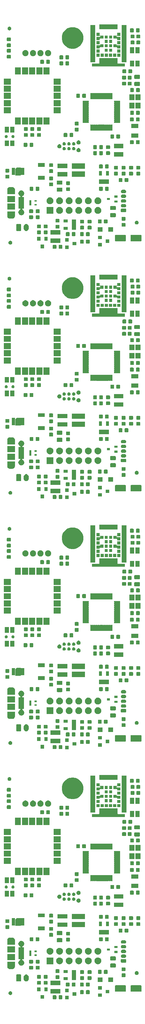
<source format=gts>
%MOIN*%
%OFA0B0*%
%FSLAX46Y46*%
%IPPOS*%
%LPD*%
%ADD10C,0.0059*%
%ADD11C,0.000039370078740157485*%
%ADD22C,0.0059*%
%ADD23C,0.000039370078740157485*%
%ADD24C,0.0059*%
%ADD25C,0.000039370078740157485*%
%ADD26C,0.0059*%
%ADD27C,0.000039370078740157485*%
D10*
G36*
X0000187040Y0000797558D02*
G01*
X0000222440Y0000797558D01*
X0000222440Y0000781769D01*
X0000187040Y0000781769D01*
X0000187040Y0000797558D01*
G37*
G36*
X0000187037Y0000817243D02*
G01*
X0000222440Y0000817243D01*
X0000222440Y0000801477D01*
X0000187037Y0000801477D01*
X0000187037Y0000817243D01*
G37*
G36*
X0000187041Y0000836928D02*
G01*
X0000222440Y0000836928D01*
X0000222440Y0000821182D01*
X0000187041Y0000821182D01*
X0000187041Y0000836928D01*
G37*
G36*
X0000187015Y0000856613D02*
G01*
X0000222440Y0000856613D01*
X0000222440Y0000840871D01*
X0000187015Y0000840871D01*
X0000187015Y0000856613D01*
G37*
G36*
X0000092499Y0000797558D02*
G01*
X0000127952Y0000797558D01*
X0000127952Y0000781798D01*
X0000092499Y0000781798D01*
X0000092499Y0000797558D01*
G37*
G36*
X0000092444Y0000817243D02*
G01*
X0000127952Y0000817243D01*
X0000127952Y0000801475D01*
X0000092444Y0000801475D01*
X0000092444Y0000817243D01*
G37*
G36*
X0000092493Y0000836928D02*
G01*
X0000127952Y0000836928D01*
X0000127952Y0000821181D01*
X0000092493Y0000821181D01*
X0000092493Y0000836928D01*
G37*
G36*
X0000092466Y0000856613D02*
G01*
X0000127952Y0000856613D01*
X0000127952Y0000840883D01*
X0000092466Y0000840883D01*
X0000092466Y0000856613D01*
G37*
D11*
G36*
X0000131889Y0000844802D02*
G01*
X0000145669Y0000858582D01*
X0000183070Y0000858582D01*
X0000183070Y0000779842D01*
X0000131889Y0000779842D01*
X0000131889Y0000844802D01*
G37*
X0000131889Y0000844802D02*
X0000145669Y0000858582D01*
X0000183070Y0000858582D01*
X0000183070Y0000779842D01*
X0000131889Y0000779842D01*
X0000131889Y0000844802D01*
D10*
G36*
X0000689015Y0000014054D02*
G01*
X0000649566Y0000014054D01*
X0000649566Y0000049566D01*
X0000689015Y0000049566D01*
X0000689015Y0000014054D01*
G37*
G36*
X0000615338Y0000056295D02*
G01*
X0000616675Y0000055889D01*
X0000617909Y0000055230D01*
X0000618989Y0000054343D01*
X0000619876Y0000053262D01*
X0000620535Y0000052029D01*
X0000620941Y0000050692D01*
X0000621102Y0000049058D01*
X0000621102Y0000022436D01*
X0000620941Y0000020802D01*
X0000620535Y0000019465D01*
X0000619876Y0000018232D01*
X0000618989Y0000017151D01*
X0000617909Y0000016264D01*
X0000616675Y0000015605D01*
X0000615338Y0000015199D01*
X0000613705Y0000015038D01*
X0000590035Y0000015038D01*
X0000588401Y0000015199D01*
X0000587064Y0000015605D01*
X0000585831Y0000016264D01*
X0000584750Y0000017151D01*
X0000583863Y0000018232D01*
X0000583204Y0000019465D01*
X0000582798Y0000020802D01*
X0000582637Y0000022436D01*
X0000582637Y0000049058D01*
X0000582798Y0000050692D01*
X0000583204Y0000052029D01*
X0000583863Y0000053262D01*
X0000584750Y0000054343D01*
X0000585831Y0000055230D01*
X0000587064Y0000055889D01*
X0000588401Y0000056295D01*
X0000590035Y0000056456D01*
X0000613705Y0000056456D01*
X0000615338Y0000056295D01*
G37*
G36*
X0000553330Y0000056295D02*
G01*
X0000554668Y0000055889D01*
X0000555901Y0000055230D01*
X0000556981Y0000054343D01*
X0000557868Y0000053262D01*
X0000558527Y0000052029D01*
X0000558933Y0000050692D01*
X0000559094Y0000049058D01*
X0000559094Y0000022436D01*
X0000558933Y0000020802D01*
X0000558527Y0000019465D01*
X0000557868Y0000018232D01*
X0000556981Y0000017151D01*
X0000555901Y0000016264D01*
X0000554668Y0000015605D01*
X0000553330Y0000015199D01*
X0000551697Y0000015038D01*
X0000528027Y0000015038D01*
X0000526394Y0000015199D01*
X0000525056Y0000015605D01*
X0000523823Y0000016264D01*
X0000522742Y0000017151D01*
X0000521855Y0000018232D01*
X0000521196Y0000019465D01*
X0000520790Y0000020802D01*
X0000520629Y0000022436D01*
X0000520629Y0000049058D01*
X0000520790Y0000050692D01*
X0000521196Y0000052029D01*
X0000521855Y0000053262D01*
X0000522742Y0000054343D01*
X0000523823Y0000055230D01*
X0000525056Y0000055889D01*
X0000526394Y0000056295D01*
X0000528027Y0000056456D01*
X0000551697Y0000056456D01*
X0000553330Y0000056295D01*
G37*
G36*
X0000431141Y0000019960D02*
G01*
X0000395629Y0000019960D01*
X0000395629Y0000059408D01*
X0000431141Y0000059408D01*
X0000431141Y0000019960D01*
G37*
G36*
X0001033503Y0000039645D02*
G01*
X0000994055Y0000039645D01*
X0000994055Y0000075156D01*
X0001033503Y0000075156D01*
X0001033503Y0000039645D01*
G37*
G36*
X0000767755Y0000051456D02*
G01*
X0000728307Y0000051456D01*
X0000728307Y0000086967D01*
X0000767755Y0000086967D01*
X0000767755Y0000051456D01*
G37*
G36*
X0000084482Y0000097983D02*
G01*
X0000088064Y0000096499D01*
X0000088064Y0000096499D01*
X0000089019Y0000095861D01*
X0000091288Y0000094345D01*
X0000094030Y0000091603D01*
X0000096184Y0000088378D01*
X0000097668Y0000084796D01*
X0000098425Y0000080993D01*
X0000098425Y0000077115D01*
X0000097668Y0000073312D01*
X0000096421Y0000070301D01*
X0000096184Y0000069730D01*
X0000094030Y0000066506D01*
X0000091288Y0000063764D01*
X0000088064Y0000061609D01*
X0000088064Y0000061609D01*
X0000088064Y0000061609D01*
X0000084482Y0000060126D01*
X0000080678Y0000059369D01*
X0000076801Y0000059369D01*
X0000072998Y0000060126D01*
X0000069415Y0000061609D01*
X0000069415Y0000061609D01*
X0000069415Y0000061609D01*
X0000066191Y0000063764D01*
X0000063449Y0000066506D01*
X0000061295Y0000069730D01*
X0000061059Y0000070301D01*
X0000059811Y0000073312D01*
X0000059055Y0000077115D01*
X0000059055Y0000080993D01*
X0000059811Y0000084796D01*
X0000061295Y0000088378D01*
X0000063449Y0000091603D01*
X0000066191Y0000094345D01*
X0000068461Y0000095861D01*
X0000069415Y0000096499D01*
X0000069415Y0000096499D01*
X0000072998Y0000097983D01*
X0000076801Y0000098739D01*
X0000080678Y0000098739D01*
X0000084482Y0000097983D01*
G37*
G36*
X0000900771Y0000109444D02*
G01*
X0000902109Y0000109039D01*
X0000903342Y0000108380D01*
X0000904422Y0000107493D01*
X0000905309Y0000106412D01*
X0000905968Y0000105179D01*
X0000906374Y0000103841D01*
X0000906535Y0000102208D01*
X0000906535Y0000075585D01*
X0000906374Y0000073952D01*
X0000905968Y0000072614D01*
X0000905309Y0000071381D01*
X0000904422Y0000070301D01*
X0000903342Y0000069414D01*
X0000902109Y0000068755D01*
X0000900771Y0000068349D01*
X0000899138Y0000068188D01*
X0000875468Y0000068188D01*
X0000873835Y0000068349D01*
X0000872497Y0000068755D01*
X0000871264Y0000069414D01*
X0000870183Y0000070301D01*
X0000869296Y0000071381D01*
X0000868637Y0000072614D01*
X0000868231Y0000073952D01*
X0000868070Y0000075585D01*
X0000868070Y0000102208D01*
X0000868231Y0000103841D01*
X0000868637Y0000105179D01*
X0000869296Y0000106412D01*
X0000870183Y0000107493D01*
X0000871264Y0000108380D01*
X0000872497Y0000109039D01*
X0000873835Y0000109444D01*
X0000875468Y0000109605D01*
X0000899138Y0000109605D01*
X0000900771Y0000109444D01*
G37*
G36*
X0000838763Y0000109444D02*
G01*
X0000840101Y0000109039D01*
X0000841334Y0000108380D01*
X0000842414Y0000107493D01*
X0000843301Y0000106412D01*
X0000843960Y0000105179D01*
X0000844366Y0000103841D01*
X0000844527Y0000102208D01*
X0000844527Y0000075585D01*
X0000844366Y0000073952D01*
X0000843960Y0000072614D01*
X0000843301Y0000071381D01*
X0000842414Y0000070301D01*
X0000841334Y0000069414D01*
X0000840101Y0000068755D01*
X0000838763Y0000068349D01*
X0000837130Y0000068188D01*
X0000813460Y0000068188D01*
X0000811827Y0000068349D01*
X0000810489Y0000068755D01*
X0000809256Y0000069414D01*
X0000808175Y0000070301D01*
X0000807288Y0000071381D01*
X0000806629Y0000072614D01*
X0000806223Y0000073952D01*
X0000806062Y0000075585D01*
X0000806062Y0000102208D01*
X0000806223Y0000103841D01*
X0000806629Y0000105179D01*
X0000807288Y0000106412D01*
X0000808175Y0000107493D01*
X0000809256Y0000108380D01*
X0000810489Y0000109039D01*
X0000811827Y0000109444D01*
X0000813460Y0000109605D01*
X0000837130Y0000109605D01*
X0000838763Y0000109444D01*
G37*
G36*
X0000601023Y0000075865D02*
G01*
X0000496614Y0000075865D01*
X0000496614Y0000121613D01*
X0000601023Y0000121613D01*
X0000601023Y0000075865D01*
G37*
G36*
X0001112244Y0000077046D02*
G01*
X0001072795Y0000077046D01*
X0001072795Y0000112558D01*
X0001112244Y0000112558D01*
X0001112244Y0000077046D01*
G37*
G36*
X0000689015Y0000088857D02*
G01*
X0000649566Y0000088857D01*
X0000649566Y0000124369D01*
X0000689015Y0000124369D01*
X0000689015Y0000088857D01*
G37*
G36*
X0001278779Y0000159643D02*
G01*
X0001280104Y0000159241D01*
X0001281325Y0000158588D01*
X0001282395Y0000157710D01*
X0001283274Y0000156639D01*
X0001283926Y0000155418D01*
X0001284328Y0000154093D01*
X0001284488Y0000152474D01*
X0001284488Y0000100123D01*
X0001284328Y0000098503D01*
X0001283926Y0000097178D01*
X0001283274Y0000095957D01*
X0001282395Y0000094887D01*
X0001281325Y0000094008D01*
X0001280104Y0000093356D01*
X0001278779Y0000092954D01*
X0001277159Y0000092794D01*
X0001178548Y0000092794D01*
X0001176929Y0000092954D01*
X0001175604Y0000093356D01*
X0001174383Y0000094008D01*
X0001173312Y0000094887D01*
X0001172434Y0000095957D01*
X0001171781Y0000097178D01*
X0001171379Y0000098503D01*
X0001171220Y0000100123D01*
X0001171220Y0000152474D01*
X0001171379Y0000154093D01*
X0001171781Y0000155418D01*
X0001172434Y0000156639D01*
X0001173312Y0000157710D01*
X0001174383Y0000158588D01*
X0001175604Y0000159241D01*
X0001176929Y0000159643D01*
X0001178548Y0000159802D01*
X0001277159Y0000159802D01*
X0001278779Y0000159643D01*
G37*
G36*
X0001441180Y0000159643D02*
G01*
X0001442505Y0000159241D01*
X0001443726Y0000158588D01*
X0001444797Y0000157710D01*
X0001445675Y0000156639D01*
X0001446328Y0000155418D01*
X0001446730Y0000154093D01*
X0001446889Y0000152474D01*
X0001446889Y0000100123D01*
X0001446730Y0000098503D01*
X0001446328Y0000097178D01*
X0001445675Y0000095957D01*
X0001444797Y0000094887D01*
X0001443726Y0000094008D01*
X0001442505Y0000093356D01*
X0001441180Y0000092954D01*
X0001439561Y0000092794D01*
X0001340950Y0000092794D01*
X0001339330Y0000092954D01*
X0001338005Y0000093356D01*
X0001336784Y0000094008D01*
X0001335714Y0000094887D01*
X0001334836Y0000095957D01*
X0001334183Y0000097178D01*
X0001333781Y0000098503D01*
X0001333622Y0000100123D01*
X0001333622Y0000152474D01*
X0001333781Y0000154093D01*
X0001334183Y0000155418D01*
X0001334836Y0000156639D01*
X0001335714Y0000157710D01*
X0001336784Y0000158588D01*
X0001338005Y0000159241D01*
X0001339330Y0000159643D01*
X0001340950Y0000159802D01*
X0001439561Y0000159802D01*
X0001441180Y0000159643D01*
G37*
G36*
X0000393740Y0000098700D02*
G01*
X0000358228Y0000098700D01*
X0000358228Y0000138149D01*
X0000393740Y0000138149D01*
X0000393740Y0000098700D01*
G37*
G36*
X0000468543Y0000098700D02*
G01*
X0000433031Y0000098700D01*
X0000433031Y0000138149D01*
X0000468543Y0000138149D01*
X0000468543Y0000098700D01*
G37*
G36*
X0001033503Y0000114448D02*
G01*
X0000994055Y0000114448D01*
X0000994055Y0000149960D01*
X0001033503Y0000149960D01*
X0001033503Y0000114448D01*
G37*
G36*
X0000900771Y0000188185D02*
G01*
X0000902109Y0000187779D01*
X0000903342Y0000187120D01*
X0000904422Y0000186233D01*
X0000905309Y0000185152D01*
X0000905968Y0000183919D01*
X0000906374Y0000182581D01*
X0000906535Y0000180948D01*
X0000906535Y0000154325D01*
X0000906374Y0000152692D01*
X0000905968Y0000151355D01*
X0000905309Y0000150121D01*
X0000904422Y0000149041D01*
X0000903342Y0000148154D01*
X0000902109Y0000147495D01*
X0000900771Y0000147089D01*
X0000899138Y0000146928D01*
X0000875468Y0000146928D01*
X0000873835Y0000147089D01*
X0000872497Y0000147495D01*
X0000871264Y0000148154D01*
X0000870183Y0000149041D01*
X0000869296Y0000150121D01*
X0000868637Y0000151355D01*
X0000868231Y0000152692D01*
X0000868070Y0000154325D01*
X0000868070Y0000180948D01*
X0000868231Y0000182581D01*
X0000868637Y0000183919D01*
X0000869296Y0000185152D01*
X0000870183Y0000186233D01*
X0000871264Y0000187120D01*
X0000872497Y0000187779D01*
X0000873835Y0000188185D01*
X0000875468Y0000188345D01*
X0000899138Y0000188345D01*
X0000900771Y0000188185D01*
G37*
G36*
X0000838763Y0000188185D02*
G01*
X0000840101Y0000187779D01*
X0000841334Y0000187120D01*
X0000842414Y0000186233D01*
X0000843301Y0000185152D01*
X0000843960Y0000183919D01*
X0000844366Y0000182581D01*
X0000844527Y0000180948D01*
X0000844527Y0000154325D01*
X0000844366Y0000152692D01*
X0000843960Y0000151355D01*
X0000843301Y0000150121D01*
X0000842414Y0000149041D01*
X0000841334Y0000148154D01*
X0000840101Y0000147495D01*
X0000838763Y0000147089D01*
X0000837130Y0000146928D01*
X0000813460Y0000146928D01*
X0000811827Y0000147089D01*
X0000810489Y0000147495D01*
X0000809256Y0000148154D01*
X0000808175Y0000149041D01*
X0000807288Y0000150121D01*
X0000806629Y0000151355D01*
X0000806223Y0000152692D01*
X0000806062Y0000154325D01*
X0000806062Y0000180948D01*
X0000806223Y0000182581D01*
X0000806629Y0000183919D01*
X0000807288Y0000185152D01*
X0000808175Y0000186233D01*
X0000809256Y0000187120D01*
X0000810489Y0000187779D01*
X0000811827Y0000188185D01*
X0000813460Y0000188345D01*
X0000837130Y0000188345D01*
X0000838763Y0000188185D01*
G37*
G36*
X0000753133Y0000188185D02*
G01*
X0000754471Y0000187779D01*
X0000755704Y0000187120D01*
X0000756785Y0000186233D01*
X0000757671Y0000185152D01*
X0000758330Y0000183919D01*
X0000758736Y0000182581D01*
X0000758897Y0000180948D01*
X0000758897Y0000154325D01*
X0000758736Y0000152692D01*
X0000758330Y0000151355D01*
X0000757671Y0000150121D01*
X0000756785Y0000149041D01*
X0000755704Y0000148154D01*
X0000754471Y0000147495D01*
X0000753133Y0000147089D01*
X0000751500Y0000146928D01*
X0000727830Y0000146928D01*
X0000726197Y0000147089D01*
X0000724859Y0000147495D01*
X0000723626Y0000148154D01*
X0000722545Y0000149041D01*
X0000721658Y0000150121D01*
X0000720999Y0000151355D01*
X0000720593Y0000152692D01*
X0000720433Y0000154325D01*
X0000720433Y0000180948D01*
X0000720593Y0000182581D01*
X0000720999Y0000183919D01*
X0000721658Y0000185152D01*
X0000722545Y0000186233D01*
X0000723626Y0000187120D01*
X0000724859Y0000187779D01*
X0000726197Y0000188185D01*
X0000727830Y0000188345D01*
X0000751500Y0000188345D01*
X0000753133Y0000188185D01*
G37*
G36*
X0000691125Y0000188185D02*
G01*
X0000692463Y0000187779D01*
X0000693696Y0000187120D01*
X0000694777Y0000186233D01*
X0000695664Y0000185152D01*
X0000696323Y0000183919D01*
X0000696728Y0000182581D01*
X0000696889Y0000180948D01*
X0000696889Y0000154325D01*
X0000696728Y0000152692D01*
X0000696323Y0000151355D01*
X0000695664Y0000150121D01*
X0000694777Y0000149041D01*
X0000693696Y0000148154D01*
X0000692463Y0000147495D01*
X0000691125Y0000147089D01*
X0000689492Y0000146928D01*
X0000665822Y0000146928D01*
X0000664189Y0000147089D01*
X0000662851Y0000147495D01*
X0000661618Y0000148154D01*
X0000660537Y0000149041D01*
X0000659650Y0000150121D01*
X0000658991Y0000151355D01*
X0000658586Y0000152692D01*
X0000658425Y0000154325D01*
X0000658425Y0000180948D01*
X0000658586Y0000182581D01*
X0000658991Y0000183919D01*
X0000659650Y0000185152D01*
X0000660537Y0000186233D01*
X0000661618Y0000187120D01*
X0000662851Y0000187779D01*
X0000664189Y0000188185D01*
X0000665822Y0000188345D01*
X0000689492Y0000188345D01*
X0000691125Y0000188185D01*
G37*
G36*
X0000601023Y0000162479D02*
G01*
X0000496614Y0000162479D01*
X0000496614Y0000208227D01*
X0000601023Y0000208227D01*
X0000601023Y0000162479D01*
G37*
G36*
X0000392897Y0000204917D02*
G01*
X0000394235Y0000204511D01*
X0000395468Y0000203852D01*
X0000396548Y0000202965D01*
X0000397435Y0000201884D01*
X0000398094Y0000200651D01*
X0000398500Y0000199314D01*
X0000398661Y0000197680D01*
X0000398661Y0000174010D01*
X0000398500Y0000172377D01*
X0000398094Y0000171040D01*
X0000397435Y0000169806D01*
X0000396548Y0000168726D01*
X0000395468Y0000167839D01*
X0000394235Y0000167180D01*
X0000392897Y0000166774D01*
X0000391264Y0000166613D01*
X0000364641Y0000166613D01*
X0000363008Y0000166774D01*
X0000361670Y0000167180D01*
X0000360437Y0000167839D01*
X0000359356Y0000168726D01*
X0000358469Y0000169806D01*
X0000357810Y0000171040D01*
X0000357404Y0000172377D01*
X0000357244Y0000174010D01*
X0000357244Y0000197680D01*
X0000357404Y0000199314D01*
X0000357810Y0000200651D01*
X0000358469Y0000201884D01*
X0000359356Y0000202965D01*
X0000360437Y0000203852D01*
X0000361670Y0000204511D01*
X0000363008Y0000204917D01*
X0000364641Y0000205078D01*
X0000391264Y0000205078D01*
X0000392897Y0000204917D01*
G37*
G36*
X0000461794Y0000204917D02*
G01*
X0000463132Y0000204511D01*
X0000464365Y0000203852D01*
X0000465446Y0000202965D01*
X0000466333Y0000201884D01*
X0000466992Y0000200651D01*
X0000467398Y0000199314D01*
X0000467559Y0000197680D01*
X0000467559Y0000174010D01*
X0000467398Y0000172377D01*
X0000466992Y0000171040D01*
X0000466333Y0000169806D01*
X0000465446Y0000168726D01*
X0000464365Y0000167839D01*
X0000463132Y0000167180D01*
X0000461794Y0000166774D01*
X0000460161Y0000166613D01*
X0000433538Y0000166613D01*
X0000431905Y0000166774D01*
X0000430568Y0000167180D01*
X0000429335Y0000167839D01*
X0000428254Y0000168726D01*
X0000427367Y0000169806D01*
X0000426708Y0000171040D01*
X0000426302Y0000172377D01*
X0000426141Y0000174010D01*
X0000426141Y0000197680D01*
X0000426302Y0000199314D01*
X0000426708Y0000200651D01*
X0000427367Y0000201884D01*
X0000428254Y0000202965D01*
X0000429335Y0000203852D01*
X0000430568Y0000204511D01*
X0000431905Y0000204917D01*
X0000433538Y0000205078D01*
X0000460161Y0000205078D01*
X0000461794Y0000204917D01*
G37*
G36*
X0001149645Y0000193188D02*
G01*
X0001102322Y0000193188D01*
X0001102322Y0000240511D01*
X0001149645Y0000240511D01*
X0001149645Y0000193188D01*
G37*
G36*
X0001039409Y0000193188D02*
G01*
X0000992086Y0000193188D01*
X0000992086Y0000240511D01*
X0001039409Y0000240511D01*
X0001039409Y0000193188D01*
G37*
G36*
X0000249118Y0000272620D02*
G01*
X0000252299Y0000271655D01*
X0000253950Y0000271155D01*
X0000258402Y0000268775D01*
X0000262305Y0000265572D01*
X0000265508Y0000261669D01*
X0000267887Y0000257217D01*
X0000268033Y0000256736D01*
X0000269353Y0000252386D01*
X0000269724Y0000248620D01*
X0000269724Y0000224449D01*
X0000269353Y0000220683D01*
X0000268520Y0000217938D01*
X0000267887Y0000215852D01*
X0000265508Y0000211400D01*
X0000262305Y0000207497D01*
X0000258402Y0000204294D01*
X0000253950Y0000201914D01*
X0000252693Y0000201533D01*
X0000249118Y0000200449D01*
X0000244094Y0000199954D01*
X0000239070Y0000200449D01*
X0000235495Y0000201533D01*
X0000234238Y0000201914D01*
X0000229786Y0000204294D01*
X0000225883Y0000207497D01*
X0000222680Y0000211400D01*
X0000222680Y0000211400D01*
X0000220301Y0000215852D01*
X0000220300Y0000215852D01*
X0000219668Y0000217938D01*
X0000218835Y0000220683D01*
X0000218464Y0000224449D01*
X0000218464Y0000248620D01*
X0000218835Y0000252385D01*
X0000220300Y0000257217D01*
X0000220301Y0000257217D01*
X0000222680Y0000261669D01*
X0000225883Y0000265572D01*
X0000229786Y0000268775D01*
X0000234238Y0000271155D01*
X0000235889Y0000271655D01*
X0000239070Y0000272620D01*
X0000244094Y0000273115D01*
X0000249118Y0000272620D01*
G37*
G36*
X0000184694Y0000272818D02*
G01*
X0000186155Y0000272375D01*
X0000187500Y0000271655D01*
X0000188680Y0000270687D01*
X0000189648Y0000269507D01*
X0000190367Y0000268162D01*
X0000190810Y0000266701D01*
X0000190984Y0000264941D01*
X0000190984Y0000208128D01*
X0000190810Y0000206367D01*
X0000190367Y0000204907D01*
X0000189648Y0000203561D01*
X0000188680Y0000202382D01*
X0000187500Y0000201413D01*
X0000186155Y0000200694D01*
X0000184694Y0000200251D01*
X0000182934Y0000200078D01*
X0000147774Y0000200078D01*
X0000146014Y0000200251D01*
X0000144553Y0000200694D01*
X0000143208Y0000201413D01*
X0000142028Y0000202382D01*
X0000141060Y0000203561D01*
X0000140340Y0000204907D01*
X0000139897Y0000206367D01*
X0000139724Y0000208128D01*
X0000139724Y0000264941D01*
X0000139897Y0000266701D01*
X0000140340Y0000268162D01*
X0000141060Y0000269507D01*
X0000142028Y0000270687D01*
X0000143208Y0000271655D01*
X0000144553Y0000272375D01*
X0000146014Y0000272818D01*
X0000147774Y0000272991D01*
X0000182934Y0000272991D01*
X0000184694Y0000272818D01*
G37*
G36*
X0000765000Y0000213857D02*
G01*
X0000719251Y0000213857D01*
X0000719251Y0000318267D01*
X0000765000Y0000318267D01*
X0000765000Y0000213857D01*
G37*
G36*
X0000678385Y0000213857D02*
G01*
X0000632637Y0000213857D01*
X0000632637Y0000243464D01*
X0000678385Y0000243464D01*
X0000678385Y0000213857D01*
G37*
G36*
X0000841716Y0000254130D02*
G01*
X0000843053Y0000253724D01*
X0000844287Y0000253065D01*
X0000845367Y0000252178D01*
X0000846254Y0000251097D01*
X0000846913Y0000249864D01*
X0000847319Y0000248526D01*
X0000847480Y0000246893D01*
X0000847480Y0000223223D01*
X0000847319Y0000221590D01*
X0000846913Y0000220252D01*
X0000846254Y0000219019D01*
X0000845367Y0000217938D01*
X0000844287Y0000217052D01*
X0000843053Y0000216392D01*
X0000841716Y0000215987D01*
X0000840083Y0000215826D01*
X0000813460Y0000215826D01*
X0000811827Y0000215987D01*
X0000810489Y0000216392D01*
X0000809256Y0000217052D01*
X0000808175Y0000217938D01*
X0000807288Y0000219019D01*
X0000806629Y0000220252D01*
X0000806223Y0000221590D01*
X0000806062Y0000223223D01*
X0000806062Y0000246893D01*
X0000806223Y0000248526D01*
X0000806629Y0000249864D01*
X0000807288Y0000251097D01*
X0000808175Y0000252178D01*
X0000809256Y0000253065D01*
X0000810489Y0000253724D01*
X0000811827Y0000254130D01*
X0000813460Y0000254290D01*
X0000840083Y0000254290D01*
X0000841716Y0000254130D01*
G37*
G36*
X0000920456Y0000254130D02*
G01*
X0000921794Y0000253724D01*
X0000923027Y0000253065D01*
X0000924107Y0000252178D01*
X0000924994Y0000251097D01*
X0000925653Y0000249864D01*
X0000926059Y0000248526D01*
X0000926220Y0000246893D01*
X0000926220Y0000223223D01*
X0000926059Y0000221590D01*
X0000925653Y0000220252D01*
X0000924994Y0000219019D01*
X0000924107Y0000217938D01*
X0000923027Y0000217052D01*
X0000921794Y0000216392D01*
X0000920456Y0000215987D01*
X0000918823Y0000215826D01*
X0000892200Y0000215826D01*
X0000890567Y0000215987D01*
X0000889229Y0000216392D01*
X0000887996Y0000217052D01*
X0000886915Y0000217938D01*
X0000886028Y0000219019D01*
X0000885369Y0000220252D01*
X0000884963Y0000221590D01*
X0000884803Y0000223223D01*
X0000884803Y0000246893D01*
X0000884963Y0000248526D01*
X0000885369Y0000249864D01*
X0000886028Y0000251097D01*
X0000886915Y0000252178D01*
X0000887996Y0000253065D01*
X0000889229Y0000253724D01*
X0000890567Y0000254130D01*
X0000892200Y0000254290D01*
X0000918823Y0000254290D01*
X0000920456Y0000254130D01*
G37*
G36*
X0000585810Y0000263972D02*
G01*
X0000587148Y0000263566D01*
X0000588381Y0000262907D01*
X0000589462Y0000262020D01*
X0000590349Y0000260940D01*
X0000591008Y0000259706D01*
X0000591413Y0000258369D01*
X0000591574Y0000256736D01*
X0000591574Y0000233066D01*
X0000591413Y0000231432D01*
X0000591008Y0000230095D01*
X0000590349Y0000228862D01*
X0000589462Y0000227781D01*
X0000588381Y0000226894D01*
X0000587148Y0000226235D01*
X0000585810Y0000225829D01*
X0000584177Y0000225668D01*
X0000557554Y0000225668D01*
X0000555921Y0000225829D01*
X0000554583Y0000226235D01*
X0000553350Y0000226894D01*
X0000552270Y0000227781D01*
X0000551383Y0000228862D01*
X0000550724Y0000230095D01*
X0000550318Y0000231432D01*
X0000550157Y0000233066D01*
X0000550157Y0000256736D01*
X0000550318Y0000258369D01*
X0000550724Y0000259706D01*
X0000551383Y0000260940D01*
X0000552270Y0000262020D01*
X0000553350Y0000262907D01*
X0000554583Y0000263566D01*
X0000555921Y0000263972D01*
X0000557554Y0000264133D01*
X0000584177Y0000264133D01*
X0000585810Y0000263972D01*
G37*
G36*
X0000461794Y0000266925D02*
G01*
X0000463132Y0000266519D01*
X0000464365Y0000265860D01*
X0000465446Y0000264973D01*
X0000466333Y0000263892D01*
X0000466992Y0000262659D01*
X0000467398Y0000261321D01*
X0000467559Y0000259688D01*
X0000467559Y0000236018D01*
X0000467398Y0000234385D01*
X0000466992Y0000233047D01*
X0000466333Y0000231814D01*
X0000465446Y0000230734D01*
X0000464365Y0000229847D01*
X0000463132Y0000229188D01*
X0000461794Y0000228782D01*
X0000460161Y0000228621D01*
X0000433538Y0000228621D01*
X0000431905Y0000228782D01*
X0000430568Y0000229188D01*
X0000429335Y0000229847D01*
X0000428254Y0000230734D01*
X0000427367Y0000231814D01*
X0000426708Y0000233047D01*
X0000426302Y0000234385D01*
X0000426141Y0000236018D01*
X0000426141Y0000259688D01*
X0000426302Y0000261321D01*
X0000426708Y0000262659D01*
X0000427367Y0000263892D01*
X0000428254Y0000264973D01*
X0000429335Y0000265860D01*
X0000430568Y0000266519D01*
X0000431905Y0000266925D01*
X0000433538Y0000267086D01*
X0000460161Y0000267086D01*
X0000461794Y0000266925D01*
G37*
G36*
X0000392897Y0000266925D02*
G01*
X0000394235Y0000266519D01*
X0000395468Y0000265860D01*
X0000396548Y0000264973D01*
X0000397435Y0000263892D01*
X0000398094Y0000262659D01*
X0000398500Y0000261321D01*
X0000398661Y0000259688D01*
X0000398661Y0000236018D01*
X0000398500Y0000234385D01*
X0000398094Y0000233047D01*
X0000397435Y0000231814D01*
X0000396548Y0000230734D01*
X0000395468Y0000229847D01*
X0000394235Y0000229188D01*
X0000392897Y0000228782D01*
X0000391264Y0000228621D01*
X0000364641Y0000228621D01*
X0000363008Y0000228782D01*
X0000361670Y0000229188D01*
X0000360437Y0000229847D01*
X0000359356Y0000230734D01*
X0000358469Y0000231814D01*
X0000357810Y0000233047D01*
X0000357404Y0000234385D01*
X0000357244Y0000236018D01*
X0000357244Y0000259688D01*
X0000357404Y0000261321D01*
X0000357810Y0000262659D01*
X0000358469Y0000263892D01*
X0000359356Y0000264973D01*
X0000360437Y0000265860D01*
X0000361670Y0000266519D01*
X0000363008Y0000266925D01*
X0000364641Y0000267086D01*
X0000391264Y0000267086D01*
X0000392897Y0000266925D01*
G37*
G36*
X0001274787Y0000283657D02*
G01*
X0001276124Y0000283251D01*
X0001277357Y0000282592D01*
X0001278438Y0000281705D01*
X0001279325Y0000280625D01*
X0001279984Y0000279391D01*
X0001280390Y0000278054D01*
X0001280551Y0000276421D01*
X0001280551Y0000252751D01*
X0001280390Y0000251117D01*
X0001279984Y0000249780D01*
X0001279325Y0000248547D01*
X0001278438Y0000247466D01*
X0001277357Y0000246579D01*
X0001276124Y0000245920D01*
X0001274787Y0000245514D01*
X0001273153Y0000245353D01*
X0001246531Y0000245353D01*
X0001244897Y0000245514D01*
X0001243560Y0000245920D01*
X0001242327Y0000246579D01*
X0001241246Y0000247466D01*
X0001240359Y0000248547D01*
X0001239700Y0000249780D01*
X0001239294Y0000251117D01*
X0001239133Y0000252751D01*
X0001239133Y0000276421D01*
X0001239294Y0000278054D01*
X0001239700Y0000279391D01*
X0001240359Y0000280625D01*
X0001241246Y0000281705D01*
X0001242327Y0000282592D01*
X0001243560Y0000283251D01*
X0001244897Y0000283657D01*
X0001246531Y0000283818D01*
X0001273153Y0000283818D01*
X0001274787Y0000283657D01*
G37*
G36*
X0001403379Y0000306644D02*
G01*
X0001403379Y0000306644D01*
X0001403379Y0000306644D01*
X0001406962Y0000305160D01*
X0001408585Y0000304076D01*
X0001410186Y0000303006D01*
X0001412928Y0000300264D01*
X0001415082Y0000297040D01*
X0001416566Y0000293457D01*
X0001417322Y0000289654D01*
X0001417322Y0000285777D01*
X0001416566Y0000281974D01*
X0001415086Y0000278400D01*
X0001415082Y0000278391D01*
X0001414817Y0000277994D01*
X0001412928Y0000275167D01*
X0001410186Y0000272425D01*
X0001409816Y0000272178D01*
X0001406962Y0000270271D01*
X0001406962Y0000270271D01*
X0001406962Y0000270271D01*
X0001403379Y0000268787D01*
X0001399576Y0000268030D01*
X0001395698Y0000268030D01*
X0001391895Y0000268787D01*
X0001388313Y0000270271D01*
X0001388313Y0000270271D01*
X0001388313Y0000270271D01*
X0001385458Y0000272178D01*
X0001385089Y0000272425D01*
X0001382347Y0000275167D01*
X0001380458Y0000277994D01*
X0001380193Y0000278391D01*
X0001380189Y0000278400D01*
X0001378709Y0000281974D01*
X0001377952Y0000285777D01*
X0001377952Y0000289654D01*
X0001378709Y0000293457D01*
X0001380193Y0000297040D01*
X0001382347Y0000300264D01*
X0001385089Y0000303006D01*
X0001386690Y0000304076D01*
X0001388313Y0000305160D01*
X0001391895Y0000306644D01*
X0001391895Y0000306644D01*
X0001391895Y0000306644D01*
X0001395698Y0000307401D01*
X0001399576Y0000307401D01*
X0001403379Y0000306644D01*
G37*
G36*
X0000841716Y0000316137D02*
G01*
X0000843053Y0000315732D01*
X0000844287Y0000315072D01*
X0000845367Y0000314186D01*
X0000846254Y0000313105D01*
X0000846913Y0000311872D01*
X0000847319Y0000310534D01*
X0000847480Y0000308901D01*
X0000847480Y0000285231D01*
X0000847319Y0000283598D01*
X0000846913Y0000282260D01*
X0000846254Y0000281027D01*
X0000845367Y0000279946D01*
X0000844287Y0000279059D01*
X0000843053Y0000278400D01*
X0000841716Y0000277994D01*
X0000840083Y0000277834D01*
X0000813460Y0000277834D01*
X0000811827Y0000277994D01*
X0000810489Y0000278400D01*
X0000809256Y0000279059D01*
X0000808175Y0000279946D01*
X0000807288Y0000281027D01*
X0000806629Y0000282260D01*
X0000806223Y0000283598D01*
X0000806062Y0000285231D01*
X0000806062Y0000308901D01*
X0000806223Y0000310534D01*
X0000806629Y0000311872D01*
X0000807288Y0000313105D01*
X0000808175Y0000314186D01*
X0000809256Y0000315072D01*
X0000810489Y0000315732D01*
X0000811827Y0000316137D01*
X0000813460Y0000316298D01*
X0000840083Y0000316298D01*
X0000841716Y0000316137D01*
G37*
G36*
X0000920456Y0000316137D02*
G01*
X0000921794Y0000315732D01*
X0000923027Y0000315072D01*
X0000924107Y0000314186D01*
X0000924994Y0000313105D01*
X0000925653Y0000311872D01*
X0000926059Y0000310534D01*
X0000926220Y0000308901D01*
X0000926220Y0000285231D01*
X0000926059Y0000283598D01*
X0000925653Y0000282260D01*
X0000924994Y0000281027D01*
X0000924107Y0000279946D01*
X0000923027Y0000279059D01*
X0000921794Y0000278400D01*
X0000920456Y0000277994D01*
X0000918823Y0000277834D01*
X0000892200Y0000277834D01*
X0000890567Y0000277994D01*
X0000889229Y0000278400D01*
X0000887996Y0000279059D01*
X0000886915Y0000279946D01*
X0000886028Y0000281027D01*
X0000885369Y0000282260D01*
X0000884963Y0000283598D01*
X0000884803Y0000285231D01*
X0000884803Y0000308901D01*
X0000884963Y0000310534D01*
X0000885369Y0000311872D01*
X0000886028Y0000313105D01*
X0000886915Y0000314186D01*
X0000887996Y0000315072D01*
X0000889229Y0000315732D01*
X0000890567Y0000316137D01*
X0000892200Y0000316298D01*
X0000918823Y0000316298D01*
X0000920456Y0000316137D01*
G37*
G36*
X0001087779Y0000320074D02*
G01*
X0001089116Y0000319669D01*
X0001090350Y0000319009D01*
X0001091430Y0000318123D01*
X0001092317Y0000317042D01*
X0001092976Y0000315809D01*
X0001093382Y0000314471D01*
X0001093543Y0000312838D01*
X0001093543Y0000286215D01*
X0001093382Y0000284582D01*
X0001092976Y0000283244D01*
X0001092317Y0000282011D01*
X0001091430Y0000280931D01*
X0001090350Y0000280044D01*
X0001089116Y0000279385D01*
X0001087779Y0000278979D01*
X0001086146Y0000278818D01*
X0001062475Y0000278818D01*
X0001060842Y0000278979D01*
X0001059505Y0000279385D01*
X0001058272Y0000280044D01*
X0001057191Y0000280931D01*
X0001056304Y0000282011D01*
X0001055645Y0000283244D01*
X0001055239Y0000284582D01*
X0001055078Y0000286215D01*
X0001055078Y0000312838D01*
X0001055239Y0000314471D01*
X0001055645Y0000315809D01*
X0001056304Y0000317042D01*
X0001057191Y0000318123D01*
X0001058272Y0000319009D01*
X0001059505Y0000319669D01*
X0001060842Y0000320074D01*
X0001062475Y0000320235D01*
X0001086146Y0000320235D01*
X0001087779Y0000320074D01*
G37*
G36*
X0001025771Y0000320074D02*
G01*
X0001027109Y0000319669D01*
X0001028342Y0000319009D01*
X0001029422Y0000318123D01*
X0001030309Y0000317042D01*
X0001030968Y0000315809D01*
X0001031374Y0000314471D01*
X0001031535Y0000312838D01*
X0001031535Y0000286215D01*
X0001031374Y0000284582D01*
X0001030968Y0000283244D01*
X0001030309Y0000282011D01*
X0001029422Y0000280931D01*
X0001028342Y0000280044D01*
X0001027109Y0000279385D01*
X0001025771Y0000278979D01*
X0001024138Y0000278818D01*
X0001000468Y0000278818D01*
X0000998835Y0000278979D01*
X0000997497Y0000279385D01*
X0000996264Y0000280044D01*
X0000995183Y0000280931D01*
X0000994296Y0000282011D01*
X0000993637Y0000283244D01*
X0000993231Y0000284582D01*
X0000993070Y0000286215D01*
X0000993070Y0000312838D01*
X0000993231Y0000314471D01*
X0000993637Y0000315809D01*
X0000994296Y0000317042D01*
X0000995183Y0000318123D01*
X0000996264Y0000319009D01*
X0000997497Y0000319669D01*
X0000998835Y0000320074D01*
X0001000468Y0000320235D01*
X0001024138Y0000320235D01*
X0001025771Y0000320074D01*
G37*
G36*
X0000585810Y0000325980D02*
G01*
X0000587148Y0000325574D01*
X0000588381Y0000324915D01*
X0000589462Y0000324028D01*
X0000590349Y0000322947D01*
X0000591008Y0000321714D01*
X0000591413Y0000320377D01*
X0000591574Y0000318743D01*
X0000591574Y0000295073D01*
X0000591413Y0000293440D01*
X0000591008Y0000292103D01*
X0000590349Y0000290869D01*
X0000589462Y0000289789D01*
X0000588381Y0000288902D01*
X0000587148Y0000288243D01*
X0000585810Y0000287837D01*
X0000584177Y0000287676D01*
X0000557554Y0000287676D01*
X0000555921Y0000287837D01*
X0000554583Y0000288243D01*
X0000553350Y0000288902D01*
X0000552270Y0000289789D01*
X0000551383Y0000290869D01*
X0000550724Y0000292103D01*
X0000550318Y0000293440D01*
X0000550157Y0000295073D01*
X0000550157Y0000318743D01*
X0000550318Y0000320377D01*
X0000550724Y0000321714D01*
X0000551383Y0000322947D01*
X0000552270Y0000324028D01*
X0000553350Y0000324915D01*
X0000554583Y0000325574D01*
X0000555921Y0000325980D01*
X0000557554Y0000326141D01*
X0000584177Y0000326141D01*
X0000585810Y0000325980D01*
G37*
G36*
X0000678385Y0000288660D02*
G01*
X0000632637Y0000288660D01*
X0000632637Y0000318267D01*
X0000678385Y0000318267D01*
X0000678385Y0000288660D01*
G37*
G36*
X0001274787Y0000345665D02*
G01*
X0001276124Y0000345259D01*
X0001277357Y0000344600D01*
X0001278438Y0000343713D01*
X0001279325Y0000342632D01*
X0001279984Y0000341399D01*
X0001280390Y0000340062D01*
X0001280551Y0000338429D01*
X0001280551Y0000314758D01*
X0001280390Y0000313125D01*
X0001279984Y0000311788D01*
X0001279325Y0000310555D01*
X0001278438Y0000309474D01*
X0001277357Y0000308587D01*
X0001276124Y0000307928D01*
X0001274787Y0000307522D01*
X0001273153Y0000307361D01*
X0001246531Y0000307361D01*
X0001244897Y0000307522D01*
X0001243560Y0000307928D01*
X0001242327Y0000308587D01*
X0001241246Y0000309474D01*
X0001240359Y0000310555D01*
X0001239700Y0000311788D01*
X0001239294Y0000313125D01*
X0001239133Y0000314758D01*
X0001239133Y0000338429D01*
X0001239294Y0000340062D01*
X0001239700Y0000341399D01*
X0001240359Y0000342632D01*
X0001241246Y0000343713D01*
X0001242327Y0000344600D01*
X0001243560Y0000345259D01*
X0001244897Y0000345665D01*
X0001246531Y0000345826D01*
X0001273153Y0000345826D01*
X0001274787Y0000345665D01*
G37*
G36*
X0000379117Y0000362397D02*
G01*
X0000380455Y0000361991D01*
X0000381688Y0000361332D01*
X0000382769Y0000360445D01*
X0000383656Y0000359365D01*
X0000384315Y0000358132D01*
X0000384721Y0000356794D01*
X0000384881Y0000355161D01*
X0000384881Y0000331491D01*
X0000384721Y0000329858D01*
X0000384315Y0000328520D01*
X0000383656Y0000327287D01*
X0000382769Y0000326206D01*
X0000381688Y0000325319D01*
X0000380455Y0000324660D01*
X0000379117Y0000324254D01*
X0000377484Y0000324093D01*
X0000350861Y0000324093D01*
X0000349228Y0000324254D01*
X0000347890Y0000324660D01*
X0000346657Y0000325319D01*
X0000345577Y0000326206D01*
X0000344690Y0000327287D01*
X0000344031Y0000328520D01*
X0000343625Y0000329858D01*
X0000343464Y0000331491D01*
X0000343464Y0000355161D01*
X0000343625Y0000356794D01*
X0000344031Y0000358132D01*
X0000344690Y0000359365D01*
X0000345577Y0000360445D01*
X0000346657Y0000361332D01*
X0000347890Y0000361991D01*
X0000349228Y0000362397D01*
X0000350861Y0000362558D01*
X0000377484Y0000362558D01*
X0000379117Y0000362397D01*
G37*
G36*
X0000310220Y0000362397D02*
G01*
X0000311557Y0000361991D01*
X0000312790Y0000361332D01*
X0000313871Y0000360445D01*
X0000314758Y0000359365D01*
X0000315417Y0000358132D01*
X0000315823Y0000356794D01*
X0000315984Y0000355161D01*
X0000315984Y0000331491D01*
X0000315823Y0000329858D01*
X0000315417Y0000328520D01*
X0000314758Y0000327287D01*
X0000313871Y0000326206D01*
X0000312790Y0000325319D01*
X0000311557Y0000324660D01*
X0000310220Y0000324254D01*
X0000308587Y0000324093D01*
X0000281964Y0000324093D01*
X0000280331Y0000324254D01*
X0000278993Y0000324660D01*
X0000277760Y0000325319D01*
X0000276679Y0000326206D01*
X0000275792Y0000327287D01*
X0000275133Y0000328520D01*
X0000274727Y0000329858D01*
X0000274566Y0000331491D01*
X0000274566Y0000355161D01*
X0000274727Y0000356794D01*
X0000275133Y0000358132D01*
X0000275792Y0000359365D01*
X0000276679Y0000360445D01*
X0000277760Y0000361332D01*
X0000278993Y0000361991D01*
X0000280331Y0000362397D01*
X0000281964Y0000362558D01*
X0000308587Y0000362558D01*
X0000310220Y0000362397D01*
G37*
G36*
X0000126023Y0000356145D02*
G01*
X0000126047Y0000355663D01*
X0000126147Y0000354645D01*
X0000126047Y0000353626D01*
X0000126023Y0000353144D01*
X0000126023Y0000350259D01*
X0000125670Y0000349599D01*
X0000125508Y0000349145D01*
X0000125407Y0000348812D01*
X0000124187Y0000344789D01*
X0000121807Y0000340337D01*
X0000118604Y0000336434D01*
X0000114701Y0000333231D01*
X0000110249Y0000330851D01*
X0000108992Y0000330470D01*
X0000105418Y0000329386D01*
X0000102907Y0000329138D01*
X0000101652Y0000329015D01*
X0000071575Y0000329015D01*
X0000070320Y0000329138D01*
X0000067810Y0000329386D01*
X0000064236Y0000330470D01*
X0000062978Y0000330851D01*
X0000058526Y0000333231D01*
X0000054623Y0000336434D01*
X0000051421Y0000340337D01*
X0000049041Y0000344789D01*
X0000047820Y0000348812D01*
X0000047719Y0000349144D01*
X0000047350Y0000350035D01*
X0000047204Y0000350254D01*
X0000047204Y0000353144D01*
X0000047181Y0000353626D01*
X0000047080Y0000354645D01*
X0000047181Y0000355663D01*
X0000047204Y0000356145D01*
X0000047204Y0000403897D01*
X0000126023Y0000403897D01*
X0000126023Y0000356145D01*
G37*
G36*
X0001172616Y0000386000D02*
G01*
X0001174139Y0000385539D01*
X0001175542Y0000384789D01*
X0001176772Y0000383779D01*
X0001177781Y0000382549D01*
X0001178531Y0000381146D01*
X0001178993Y0000379624D01*
X0001179173Y0000377799D01*
X0001179173Y0000352160D01*
X0001178993Y0000350335D01*
X0001178531Y0000348812D01*
X0001177781Y0000347409D01*
X0001176772Y0000346179D01*
X0001175542Y0000345170D01*
X0001174139Y0000344420D01*
X0001172616Y0000343958D01*
X0001170791Y0000343779D01*
X0001128420Y0000343779D01*
X0001126595Y0000343958D01*
X0001125073Y0000344420D01*
X0001123670Y0000345170D01*
X0001122440Y0000346179D01*
X0001121430Y0000347409D01*
X0001120680Y0000348812D01*
X0001120219Y0000350335D01*
X0001120039Y0000352160D01*
X0001120039Y0000377799D01*
X0001120219Y0000379624D01*
X0001120680Y0000381146D01*
X0001121430Y0000382549D01*
X0001122440Y0000383779D01*
X0001123670Y0000384789D01*
X0001125073Y0000385539D01*
X0001126595Y0000386000D01*
X0001128420Y0000386180D01*
X0001170791Y0000386180D01*
X0001172616Y0000386000D01*
G37*
G36*
X0000201824Y0000620242D02*
G01*
X0000201824Y0000620242D01*
X0000201824Y0000620242D01*
X0000207384Y0000617939D01*
X0000207384Y0000617939D01*
X0000212388Y0000614596D01*
X0000216644Y0000610340D01*
X0000219987Y0000605337D01*
X0000219987Y0000605337D01*
X0000222290Y0000599777D01*
X0000222290Y0000599776D01*
X0000223464Y0000593874D01*
X0000223464Y0000587856D01*
X0000222290Y0000581954D01*
X0000219987Y0000576394D01*
X0000219987Y0000576394D01*
X0000216644Y0000571390D01*
X0000212388Y0000567134D01*
X0000209052Y0000564905D01*
X0000207384Y0000563791D01*
X0000205404Y0000562971D01*
X0000204553Y0000562516D01*
X0000203807Y0000561904D01*
X0000203195Y0000561158D01*
X0000202741Y0000560307D01*
X0000202461Y0000559384D01*
X0000202366Y0000558424D01*
X0000202461Y0000557464D01*
X0000202741Y0000556541D01*
X0000203195Y0000555690D01*
X0000203807Y0000554944D01*
X0000204553Y0000554332D01*
X0000205404Y0000553878D01*
X0000206327Y0000553597D01*
X0000207287Y0000553503D01*
X0000221496Y0000553503D01*
X0000221496Y0000431377D01*
X0000207287Y0000431377D01*
X0000206327Y0000431282D01*
X0000205404Y0000431002D01*
X0000204553Y0000430548D01*
X0000203807Y0000429936D01*
X0000203195Y0000429190D01*
X0000202741Y0000428339D01*
X0000202461Y0000427416D01*
X0000202366Y0000426456D01*
X0000202461Y0000425496D01*
X0000202741Y0000424572D01*
X0000203195Y0000423722D01*
X0000203807Y0000422976D01*
X0000204553Y0000422364D01*
X0000205404Y0000421909D01*
X0000207384Y0000421089D01*
X0000208805Y0000420140D01*
X0000212388Y0000417745D01*
X0000216644Y0000413490D01*
X0000218838Y0000410206D01*
X0000219987Y0000408486D01*
X0000222290Y0000402926D01*
X0000222290Y0000402926D01*
X0000223464Y0000397024D01*
X0000223464Y0000391006D01*
X0000222464Y0000385976D01*
X0000222290Y0000385103D01*
X0000219987Y0000379543D01*
X0000219987Y0000379543D01*
X0000216644Y0000374540D01*
X0000212388Y0000370284D01*
X0000210396Y0000368953D01*
X0000207384Y0000366941D01*
X0000201824Y0000364638D01*
X0000201824Y0000364638D01*
X0000201824Y0000364638D01*
X0000195922Y0000363464D01*
X0000189904Y0000363464D01*
X0000184002Y0000364638D01*
X0000184001Y0000364638D01*
X0000184001Y0000364638D01*
X0000178441Y0000366941D01*
X0000175430Y0000368953D01*
X0000173438Y0000370284D01*
X0000169182Y0000374540D01*
X0000165839Y0000379543D01*
X0000165839Y0000379543D01*
X0000163536Y0000385103D01*
X0000163362Y0000385976D01*
X0000162362Y0000391006D01*
X0000162362Y0000397024D01*
X0000163536Y0000402926D01*
X0000163536Y0000402926D01*
X0000165839Y0000408486D01*
X0000166988Y0000410206D01*
X0000169182Y0000413490D01*
X0000173438Y0000417745D01*
X0000177021Y0000420140D01*
X0000178441Y0000421089D01*
X0000180422Y0000421909D01*
X0000181273Y0000422364D01*
X0000182018Y0000422976D01*
X0000182630Y0000423722D01*
X0000183085Y0000424572D01*
X0000183365Y0000425496D01*
X0000183460Y0000426456D01*
X0000183365Y0000427416D01*
X0000183085Y0000428339D01*
X0000182630Y0000429190D01*
X0000182018Y0000429936D01*
X0000181273Y0000430548D01*
X0000180422Y0000431002D01*
X0000179499Y0000431282D01*
X0000178538Y0000431377D01*
X0000164330Y0000431377D01*
X0000164330Y0000553503D01*
X0000178538Y0000553503D01*
X0000179499Y0000553597D01*
X0000180422Y0000553878D01*
X0000181273Y0000554332D01*
X0000182018Y0000554944D01*
X0000182630Y0000555690D01*
X0000183085Y0000556541D01*
X0000183365Y0000557464D01*
X0000183460Y0000558424D01*
X0000183365Y0000559384D01*
X0000183085Y0000560307D01*
X0000182630Y0000561158D01*
X0000182018Y0000561904D01*
X0000181273Y0000562516D01*
X0000180422Y0000562971D01*
X0000178441Y0000563791D01*
X0000176774Y0000564905D01*
X0000173438Y0000567134D01*
X0000169182Y0000571390D01*
X0000165839Y0000576394D01*
X0000165839Y0000576394D01*
X0000163536Y0000581954D01*
X0000162362Y0000587856D01*
X0000162362Y0000593874D01*
X0000163536Y0000599776D01*
X0000163536Y0000599777D01*
X0000165839Y0000605337D01*
X0000165839Y0000605337D01*
X0000169182Y0000610340D01*
X0000173438Y0000614596D01*
X0000178441Y0000617939D01*
X0000178441Y0000617939D01*
X0000184001Y0000620242D01*
X0000184001Y0000620242D01*
X0000184002Y0000620242D01*
X0000189904Y0000621416D01*
X0000195922Y0000621416D01*
X0000201824Y0000620242D01*
G37*
G36*
X0000796594Y0000448978D02*
G01*
X0000802472Y0000447809D01*
X0000808928Y0000445135D01*
X0000814738Y0000441253D01*
X0000819679Y0000436312D01*
X0000823561Y0000430502D01*
X0000826235Y0000424047D01*
X0000827241Y0000418989D01*
X0000827518Y0000417597D01*
X0000827598Y0000417194D01*
X0000827598Y0000410206D01*
X0000826235Y0000403353D01*
X0000823561Y0000396897D01*
X0000819679Y0000391087D01*
X0000814738Y0000386147D01*
X0000808928Y0000382265D01*
X0000802472Y0000379590D01*
X0000796679Y0000378438D01*
X0000795619Y0000378227D01*
X0000788632Y0000378227D01*
X0000787572Y0000378438D01*
X0000781779Y0000379590D01*
X0000775323Y0000382265D01*
X0000769513Y0000386147D01*
X0000764572Y0000391087D01*
X0000760690Y0000396897D01*
X0000758016Y0000403353D01*
X0000756653Y0000410206D01*
X0000756653Y0000417194D01*
X0000756733Y0000417597D01*
X0000757010Y0000418989D01*
X0000758016Y0000424047D01*
X0000760690Y0000430502D01*
X0000764572Y0000436312D01*
X0000769513Y0000441253D01*
X0000775323Y0000445135D01*
X0000781779Y0000447809D01*
X0000787657Y0000448978D01*
X0000788632Y0000449172D01*
X0000795619Y0000449172D01*
X0000796594Y0000448978D01*
G37*
G36*
X0000896594Y0000448978D02*
G01*
X0000902472Y0000447809D01*
X0000908928Y0000445135D01*
X0000914738Y0000441253D01*
X0000919679Y0000436312D01*
X0000923561Y0000430502D01*
X0000926235Y0000424047D01*
X0000927241Y0000418989D01*
X0000927518Y0000417597D01*
X0000927598Y0000417194D01*
X0000927598Y0000410206D01*
X0000926235Y0000403353D01*
X0000923561Y0000396897D01*
X0000919679Y0000391087D01*
X0000914738Y0000386147D01*
X0000908928Y0000382265D01*
X0000902472Y0000379590D01*
X0000896679Y0000378438D01*
X0000895619Y0000378227D01*
X0000888632Y0000378227D01*
X0000887572Y0000378438D01*
X0000881779Y0000379590D01*
X0000875323Y0000382265D01*
X0000869513Y0000386147D01*
X0000864572Y0000391087D01*
X0000860690Y0000396897D01*
X0000858016Y0000403353D01*
X0000856653Y0000410206D01*
X0000856653Y0000417194D01*
X0000856733Y0000417597D01*
X0000857010Y0000418989D01*
X0000858016Y0000424047D01*
X0000860690Y0000430502D01*
X0000864572Y0000436312D01*
X0000869513Y0000441253D01*
X0000875323Y0000445135D01*
X0000881779Y0000447809D01*
X0000887657Y0000448978D01*
X0000888632Y0000449172D01*
X0000895619Y0000449172D01*
X0000896594Y0000448978D01*
G37*
G36*
X0000996594Y0000448978D02*
G01*
X0001002472Y0000447809D01*
X0001008928Y0000445135D01*
X0001014738Y0000441253D01*
X0001019679Y0000436312D01*
X0001023561Y0000430502D01*
X0001026235Y0000424047D01*
X0001027241Y0000418989D01*
X0001027518Y0000417597D01*
X0001027598Y0000417194D01*
X0001027598Y0000410206D01*
X0001026235Y0000403353D01*
X0001023561Y0000396897D01*
X0001019679Y0000391087D01*
X0001014738Y0000386147D01*
X0001008928Y0000382265D01*
X0001002472Y0000379590D01*
X0000996679Y0000378438D01*
X0000995619Y0000378227D01*
X0000988632Y0000378227D01*
X0000987572Y0000378438D01*
X0000981779Y0000379590D01*
X0000975323Y0000382265D01*
X0000969513Y0000386147D01*
X0000964572Y0000391087D01*
X0000960690Y0000396897D01*
X0000958016Y0000403353D01*
X0000956653Y0000410206D01*
X0000956653Y0000417194D01*
X0000956733Y0000417597D01*
X0000957010Y0000418989D01*
X0000958016Y0000424047D01*
X0000960690Y0000430502D01*
X0000964572Y0000436312D01*
X0000969513Y0000441253D01*
X0000975323Y0000445135D01*
X0000981779Y0000447809D01*
X0000987657Y0000448978D01*
X0000988632Y0000449172D01*
X0000995619Y0000449172D01*
X0000996594Y0000448978D01*
G37*
G36*
X0000696594Y0000448978D02*
G01*
X0000702472Y0000447809D01*
X0000708928Y0000445135D01*
X0000714738Y0000441253D01*
X0000719679Y0000436312D01*
X0000723561Y0000430502D01*
X0000726235Y0000424047D01*
X0000727241Y0000418989D01*
X0000727518Y0000417597D01*
X0000727598Y0000417194D01*
X0000727598Y0000410206D01*
X0000726235Y0000403353D01*
X0000723561Y0000396897D01*
X0000719679Y0000391087D01*
X0000714738Y0000386147D01*
X0000708928Y0000382265D01*
X0000702472Y0000379590D01*
X0000696679Y0000378438D01*
X0000695619Y0000378227D01*
X0000688632Y0000378227D01*
X0000687572Y0000378438D01*
X0000681779Y0000379590D01*
X0000675323Y0000382265D01*
X0000669513Y0000386147D01*
X0000664572Y0000391087D01*
X0000660690Y0000396897D01*
X0000658016Y0000403353D01*
X0000656653Y0000410206D01*
X0000656653Y0000417194D01*
X0000656733Y0000417597D01*
X0000657010Y0000418989D01*
X0000658016Y0000424047D01*
X0000660690Y0000430502D01*
X0000664572Y0000436312D01*
X0000669513Y0000441253D01*
X0000675323Y0000445135D01*
X0000681779Y0000447809D01*
X0000687657Y0000448978D01*
X0000688632Y0000449172D01*
X0000695619Y0000449172D01*
X0000696594Y0000448978D01*
G37*
G36*
X0000596594Y0000448978D02*
G01*
X0000602472Y0000447809D01*
X0000608928Y0000445135D01*
X0000614738Y0000441253D01*
X0000619679Y0000436312D01*
X0000623561Y0000430502D01*
X0000626235Y0000424047D01*
X0000627241Y0000418989D01*
X0000627518Y0000417597D01*
X0000627598Y0000417194D01*
X0000627598Y0000410206D01*
X0000626235Y0000403353D01*
X0000623561Y0000396897D01*
X0000619679Y0000391087D01*
X0000614738Y0000386147D01*
X0000608928Y0000382265D01*
X0000602472Y0000379590D01*
X0000596679Y0000378438D01*
X0000595619Y0000378227D01*
X0000588632Y0000378227D01*
X0000587572Y0000378438D01*
X0000581779Y0000379590D01*
X0000575323Y0000382265D01*
X0000569513Y0000386147D01*
X0000564572Y0000391087D01*
X0000560690Y0000396897D01*
X0000558016Y0000403353D01*
X0000556653Y0000410206D01*
X0000556653Y0000417194D01*
X0000556733Y0000417597D01*
X0000557010Y0000418989D01*
X0000558016Y0000424047D01*
X0000560690Y0000430502D01*
X0000564572Y0000436312D01*
X0000569513Y0000441253D01*
X0000575323Y0000445135D01*
X0000581779Y0000447809D01*
X0000587657Y0000448978D01*
X0000588632Y0000449172D01*
X0000595619Y0000449172D01*
X0000596594Y0000448978D01*
G37*
G36*
X0000527598Y0000378227D02*
G01*
X0000456653Y0000378227D01*
X0000456653Y0000449172D01*
X0000527598Y0000449172D01*
X0000527598Y0000378227D01*
G37*
G36*
X0000310220Y0000424405D02*
G01*
X0000311557Y0000423999D01*
X0000312790Y0000423340D01*
X0000313871Y0000422453D01*
X0000314758Y0000421373D01*
X0000315417Y0000420140D01*
X0000315823Y0000418802D01*
X0000315984Y0000417169D01*
X0000315984Y0000393499D01*
X0000315823Y0000391865D01*
X0000315417Y0000390528D01*
X0000314758Y0000389295D01*
X0000313871Y0000388214D01*
X0000312790Y0000387327D01*
X0000311557Y0000386668D01*
X0000310220Y0000386262D01*
X0000308587Y0000386101D01*
X0000281964Y0000386101D01*
X0000280331Y0000386262D01*
X0000278993Y0000386668D01*
X0000277760Y0000387327D01*
X0000276679Y0000388214D01*
X0000275792Y0000389295D01*
X0000275133Y0000390528D01*
X0000274727Y0000391865D01*
X0000274566Y0000393499D01*
X0000274566Y0000417169D01*
X0000274727Y0000418802D01*
X0000275133Y0000420140D01*
X0000275792Y0000421373D01*
X0000276679Y0000422453D01*
X0000277760Y0000423340D01*
X0000278993Y0000423999D01*
X0000280331Y0000424405D01*
X0000281964Y0000424566D01*
X0000308587Y0000424566D01*
X0000310220Y0000424405D01*
G37*
G36*
X0000379117Y0000424405D02*
G01*
X0000380455Y0000423999D01*
X0000381688Y0000423340D01*
X0000382769Y0000422453D01*
X0000383656Y0000421373D01*
X0000384315Y0000420140D01*
X0000384721Y0000418802D01*
X0000384881Y0000417169D01*
X0000384881Y0000393499D01*
X0000384721Y0000391865D01*
X0000384315Y0000390528D01*
X0000383656Y0000389295D01*
X0000382769Y0000388214D01*
X0000381688Y0000387327D01*
X0000380455Y0000386668D01*
X0000379117Y0000386262D01*
X0000377484Y0000386101D01*
X0000350861Y0000386101D01*
X0000349228Y0000386262D01*
X0000347890Y0000386668D01*
X0000346657Y0000387327D01*
X0000345577Y0000388214D01*
X0000344690Y0000389295D01*
X0000344031Y0000390528D01*
X0000343625Y0000391865D01*
X0000343464Y0000393499D01*
X0000343464Y0000417169D01*
X0000343625Y0000418802D01*
X0000344031Y0000420140D01*
X0000344690Y0000421373D01*
X0000345577Y0000422453D01*
X0000346657Y0000423340D01*
X0000347890Y0000423999D01*
X0000349228Y0000424405D01*
X0000350861Y0000424566D01*
X0000377484Y0000424566D01*
X0000379117Y0000424405D01*
G37*
G36*
X0001282270Y0000431309D02*
G01*
X0001283470Y0000430945D01*
X0001284575Y0000430354D01*
X0001285544Y0000429559D01*
X0001286339Y0000428590D01*
X0001286930Y0000427485D01*
X0001287294Y0000426286D01*
X0001287440Y0000424797D01*
X0001287440Y0000402603D01*
X0001287294Y0000401114D01*
X0001286930Y0000399915D01*
X0001286339Y0000398809D01*
X0001285544Y0000397840D01*
X0001284575Y0000397045D01*
X0001283470Y0000396454D01*
X0001282270Y0000396091D01*
X0001280781Y0000395944D01*
X0001238903Y0000395944D01*
X0001237414Y0000396091D01*
X0001236214Y0000396454D01*
X0001235109Y0000397045D01*
X0001234140Y0000397840D01*
X0001233345Y0000398809D01*
X0001232754Y0000399915D01*
X0001232390Y0000401114D01*
X0001232244Y0000402603D01*
X0001232244Y0000424797D01*
X0001232390Y0000426286D01*
X0001232754Y0000427485D01*
X0001233345Y0000428590D01*
X0001234140Y0000429559D01*
X0001235109Y0000430354D01*
X0001236214Y0000430945D01*
X0001237414Y0000431309D01*
X0001238903Y0000431456D01*
X0001280781Y0000431456D01*
X0001282270Y0000431309D01*
G37*
G36*
X0001172616Y0000459819D02*
G01*
X0001174139Y0000459357D01*
X0001175542Y0000458607D01*
X0001176772Y0000457598D01*
X0001177781Y0000456368D01*
X0001178531Y0000454965D01*
X0001178993Y0000453443D01*
X0001179173Y0000451618D01*
X0001179173Y0000425979D01*
X0001178993Y0000424154D01*
X0001178531Y0000422631D01*
X0001177781Y0000421228D01*
X0001176772Y0000419998D01*
X0001175542Y0000418989D01*
X0001174139Y0000418239D01*
X0001172616Y0000417777D01*
X0001170791Y0000417597D01*
X0001128420Y0000417597D01*
X0001126595Y0000417777D01*
X0001125073Y0000418239D01*
X0001123670Y0000418989D01*
X0001122440Y0000419998D01*
X0001121430Y0000421228D01*
X0001120680Y0000422631D01*
X0001120219Y0000424154D01*
X0001120039Y0000425979D01*
X0001120039Y0000451618D01*
X0001120219Y0000453443D01*
X0001120680Y0000454965D01*
X0001121430Y0000456368D01*
X0001122440Y0000457598D01*
X0001123670Y0000458607D01*
X0001125073Y0000459357D01*
X0001126595Y0000459819D01*
X0001128420Y0000459999D01*
X0001170791Y0000459999D01*
X0001172616Y0000459819D01*
G37*
G36*
X0000126023Y0000421534D02*
G01*
X0000047204Y0000421534D01*
X0000047204Y0000484605D01*
X0000126023Y0000484605D01*
X0000126023Y0000421534D01*
G37*
G36*
X0001273165Y0000480411D02*
G01*
X0001276512Y0000479396D01*
X0001279597Y0000477747D01*
X0001282301Y0000475528D01*
X0001284519Y0000472825D01*
X0001286168Y0000469740D01*
X0001287184Y0000466393D01*
X0001287526Y0000462912D01*
X0001287184Y0000459432D01*
X0001286168Y0000456085D01*
X0001284519Y0000453000D01*
X0001282301Y0000450296D01*
X0001279597Y0000448077D01*
X0001276512Y0000446429D01*
X0001273165Y0000445413D01*
X0001270557Y0000445156D01*
X0001249127Y0000445156D01*
X0001246519Y0000445413D01*
X0001243172Y0000446429D01*
X0001240087Y0000448077D01*
X0001237383Y0000450296D01*
X0001235165Y0000453000D01*
X0001233516Y0000456085D01*
X0001232500Y0000459432D01*
X0001232158Y0000462912D01*
X0001232500Y0000466393D01*
X0001233516Y0000469740D01*
X0001235165Y0000472825D01*
X0001237383Y0000475528D01*
X0001240087Y0000477747D01*
X0001243172Y0000479396D01*
X0001246519Y0000480411D01*
X0001249127Y0000480668D01*
X0001270557Y0000480668D01*
X0001273165Y0000480411D01*
G37*
G36*
X0000298267Y0000464842D02*
G01*
X0000276535Y0000464842D01*
X0000276535Y0000520038D01*
X0000298267Y0000520038D01*
X0000298267Y0000464842D01*
G37*
G36*
X0000353385Y0000464842D02*
G01*
X0000331653Y0000464842D01*
X0000331653Y0000480668D01*
X0000353385Y0000480668D01*
X0000353385Y0000464842D01*
G37*
G36*
X0000796594Y0000548978D02*
G01*
X0000802472Y0000547809D01*
X0000808928Y0000545135D01*
X0000814738Y0000541253D01*
X0000819679Y0000536312D01*
X0000823561Y0000530502D01*
X0000826235Y0000524047D01*
X0000827598Y0000517194D01*
X0000827598Y0000510206D01*
X0000826235Y0000503353D01*
X0000823561Y0000496897D01*
X0000819679Y0000491087D01*
X0000814738Y0000486147D01*
X0000808928Y0000482265D01*
X0000802472Y0000479590D01*
X0000796594Y0000478421D01*
X0000795619Y0000478227D01*
X0000788632Y0000478227D01*
X0000787657Y0000478421D01*
X0000781779Y0000479590D01*
X0000775323Y0000482265D01*
X0000769513Y0000486147D01*
X0000764572Y0000491087D01*
X0000760690Y0000496897D01*
X0000758016Y0000503353D01*
X0000756653Y0000510206D01*
X0000756653Y0000517194D01*
X0000758016Y0000524047D01*
X0000760690Y0000530502D01*
X0000764572Y0000536312D01*
X0000769513Y0000541253D01*
X0000775323Y0000545135D01*
X0000781779Y0000547809D01*
X0000787657Y0000548978D01*
X0000788632Y0000549172D01*
X0000795619Y0000549172D01*
X0000796594Y0000548978D01*
G37*
G36*
X0000696594Y0000548978D02*
G01*
X0000702472Y0000547809D01*
X0000708928Y0000545135D01*
X0000714738Y0000541253D01*
X0000719679Y0000536312D01*
X0000723561Y0000530502D01*
X0000726235Y0000524047D01*
X0000727598Y0000517194D01*
X0000727598Y0000510206D01*
X0000726235Y0000503353D01*
X0000723561Y0000496897D01*
X0000719679Y0000491087D01*
X0000714738Y0000486147D01*
X0000708928Y0000482265D01*
X0000702472Y0000479590D01*
X0000696594Y0000478421D01*
X0000695619Y0000478227D01*
X0000688632Y0000478227D01*
X0000687657Y0000478421D01*
X0000681779Y0000479590D01*
X0000675323Y0000482265D01*
X0000669513Y0000486147D01*
X0000664572Y0000491087D01*
X0000660690Y0000496897D01*
X0000658016Y0000503353D01*
X0000656653Y0000510206D01*
X0000656653Y0000517194D01*
X0000658016Y0000524047D01*
X0000660690Y0000530502D01*
X0000664572Y0000536312D01*
X0000669513Y0000541253D01*
X0000675323Y0000545135D01*
X0000681779Y0000547809D01*
X0000687657Y0000548978D01*
X0000688632Y0000549172D01*
X0000695619Y0000549172D01*
X0000696594Y0000548978D01*
G37*
G36*
X0000896594Y0000548978D02*
G01*
X0000902472Y0000547809D01*
X0000908928Y0000545135D01*
X0000914738Y0000541253D01*
X0000919679Y0000536312D01*
X0000923561Y0000530502D01*
X0000926235Y0000524047D01*
X0000927598Y0000517194D01*
X0000927598Y0000510206D01*
X0000926235Y0000503353D01*
X0000923561Y0000496897D01*
X0000919679Y0000491087D01*
X0000914738Y0000486147D01*
X0000908928Y0000482265D01*
X0000902472Y0000479590D01*
X0000896594Y0000478421D01*
X0000895619Y0000478227D01*
X0000888632Y0000478227D01*
X0000887657Y0000478421D01*
X0000881779Y0000479590D01*
X0000875323Y0000482265D01*
X0000869513Y0000486147D01*
X0000864572Y0000491087D01*
X0000860690Y0000496897D01*
X0000858016Y0000503353D01*
X0000856653Y0000510206D01*
X0000856653Y0000517194D01*
X0000858016Y0000524047D01*
X0000860690Y0000530502D01*
X0000864572Y0000536312D01*
X0000869513Y0000541253D01*
X0000875323Y0000545135D01*
X0000881779Y0000547809D01*
X0000887657Y0000548978D01*
X0000888632Y0000549172D01*
X0000895619Y0000549172D01*
X0000896594Y0000548978D01*
G37*
G36*
X0000996594Y0000548978D02*
G01*
X0001002472Y0000547809D01*
X0001008928Y0000545135D01*
X0001014738Y0000541253D01*
X0001019679Y0000536312D01*
X0001023561Y0000530502D01*
X0001026235Y0000524047D01*
X0001027598Y0000517194D01*
X0001027598Y0000510206D01*
X0001026235Y0000503353D01*
X0001023561Y0000496897D01*
X0001019679Y0000491087D01*
X0001014738Y0000486147D01*
X0001008928Y0000482265D01*
X0001002472Y0000479590D01*
X0000996594Y0000478421D01*
X0000995619Y0000478227D01*
X0000988632Y0000478227D01*
X0000987657Y0000478421D01*
X0000981779Y0000479590D01*
X0000975323Y0000482265D01*
X0000969513Y0000486147D01*
X0000964572Y0000491087D01*
X0000960690Y0000496897D01*
X0000958016Y0000503353D01*
X0000956653Y0000510206D01*
X0000956653Y0000517194D01*
X0000958016Y0000524047D01*
X0000960690Y0000530502D01*
X0000964572Y0000536312D01*
X0000969513Y0000541253D01*
X0000975323Y0000545135D01*
X0000981779Y0000547809D01*
X0000987657Y0000548978D01*
X0000988632Y0000549172D01*
X0000995619Y0000549172D01*
X0000996594Y0000548978D01*
G37*
G36*
X0000596594Y0000548978D02*
G01*
X0000602472Y0000547809D01*
X0000608928Y0000545135D01*
X0000614738Y0000541253D01*
X0000619679Y0000536312D01*
X0000623561Y0000530502D01*
X0000626235Y0000524047D01*
X0000627598Y0000517194D01*
X0000627598Y0000510206D01*
X0000626235Y0000503353D01*
X0000623561Y0000496897D01*
X0000619679Y0000491087D01*
X0000614738Y0000486147D01*
X0000608928Y0000482265D01*
X0000602472Y0000479590D01*
X0000596594Y0000478421D01*
X0000595619Y0000478227D01*
X0000588632Y0000478227D01*
X0000587657Y0000478421D01*
X0000581779Y0000479590D01*
X0000575323Y0000482265D01*
X0000569513Y0000486147D01*
X0000564572Y0000491087D01*
X0000560690Y0000496897D01*
X0000558016Y0000503353D01*
X0000556653Y0000510206D01*
X0000556653Y0000517194D01*
X0000558016Y0000524047D01*
X0000560690Y0000530502D01*
X0000564572Y0000536312D01*
X0000569513Y0000541253D01*
X0000575323Y0000545135D01*
X0000581779Y0000547809D01*
X0000587657Y0000548978D01*
X0000588632Y0000549172D01*
X0000595619Y0000549172D01*
X0000596594Y0000548978D01*
G37*
G36*
X0000496594Y0000548978D02*
G01*
X0000502472Y0000547809D01*
X0000508928Y0000545135D01*
X0000514738Y0000541253D01*
X0000519679Y0000536312D01*
X0000523561Y0000530502D01*
X0000526235Y0000524047D01*
X0000527598Y0000517194D01*
X0000527598Y0000510206D01*
X0000526235Y0000503353D01*
X0000523561Y0000496897D01*
X0000519679Y0000491087D01*
X0000514738Y0000486147D01*
X0000508928Y0000482265D01*
X0000502472Y0000479590D01*
X0000496594Y0000478421D01*
X0000495619Y0000478227D01*
X0000488632Y0000478227D01*
X0000487657Y0000478421D01*
X0000481779Y0000479590D01*
X0000475323Y0000482265D01*
X0000469513Y0000486147D01*
X0000464572Y0000491087D01*
X0000460690Y0000496897D01*
X0000458016Y0000503353D01*
X0000456653Y0000510206D01*
X0000456653Y0000517194D01*
X0000458016Y0000524047D01*
X0000460690Y0000530502D01*
X0000464572Y0000536312D01*
X0000469513Y0000541253D01*
X0000475323Y0000545135D01*
X0000481779Y0000547809D01*
X0000487657Y0000548978D01*
X0000488632Y0000549172D01*
X0000495619Y0000549172D01*
X0000496594Y0000548978D01*
G37*
G36*
X0001273165Y0000529624D02*
G01*
X0001276512Y0000528609D01*
X0001279597Y0000526960D01*
X0001282301Y0000524741D01*
X0001284519Y0000522037D01*
X0001286168Y0000518953D01*
X0001287184Y0000515606D01*
X0001287526Y0000512125D01*
X0001287184Y0000508644D01*
X0001286168Y0000505297D01*
X0001284519Y0000502213D01*
X0001282301Y0000499509D01*
X0001279597Y0000497290D01*
X0001276512Y0000495641D01*
X0001273165Y0000494626D01*
X0001270557Y0000494369D01*
X0001249127Y0000494369D01*
X0001246519Y0000494626D01*
X0001243172Y0000495641D01*
X0001240087Y0000497290D01*
X0001237383Y0000499509D01*
X0001235165Y0000502213D01*
X0001233516Y0000505297D01*
X0001232500Y0000508644D01*
X0001232158Y0000512125D01*
X0001232500Y0000515606D01*
X0001233516Y0000518953D01*
X0001235165Y0000522037D01*
X0001237383Y0000524741D01*
X0001240087Y0000526960D01*
X0001243172Y0000528609D01*
X0001246519Y0000529624D01*
X0001249127Y0000529881D01*
X0001270557Y0000529881D01*
X0001273165Y0000529624D01*
G37*
G36*
X0001196889Y0000495353D02*
G01*
X0001165314Y0000495353D01*
X0001165314Y0000517086D01*
X0001196889Y0000517086D01*
X0001196889Y0000495353D01*
G37*
G36*
X0000126023Y0000500275D02*
G01*
X0000047204Y0000500275D01*
X0000047204Y0000563345D01*
X0000126023Y0000563345D01*
X0000126023Y0000500275D01*
G37*
G36*
X0000353385Y0000504212D02*
G01*
X0000331653Y0000504212D01*
X0000331653Y0000520038D01*
X0000353385Y0000520038D01*
X0000353385Y0000504212D01*
G37*
G36*
X0001118149Y0000520944D02*
G01*
X0001086574Y0000520944D01*
X0001086574Y0000542676D01*
X0001118149Y0000542676D01*
X0001118149Y0000520944D01*
G37*
G36*
X0001273165Y0000578837D02*
G01*
X0001276512Y0000577821D01*
X0001279597Y0000576172D01*
X0001282301Y0000573954D01*
X0001284519Y0000571250D01*
X0001286168Y0000568165D01*
X0001287184Y0000564818D01*
X0001287526Y0000561338D01*
X0001287184Y0000557857D01*
X0001286168Y0000554510D01*
X0001284519Y0000551425D01*
X0001282301Y0000548721D01*
X0001279597Y0000546503D01*
X0001276512Y0000544854D01*
X0001273165Y0000543839D01*
X0001270557Y0000543582D01*
X0001249127Y0000543582D01*
X0001246519Y0000543839D01*
X0001243172Y0000544854D01*
X0001240087Y0000546503D01*
X0001237383Y0000548721D01*
X0001235165Y0000551425D01*
X0001233516Y0000554510D01*
X0001232500Y0000557857D01*
X0001232158Y0000561338D01*
X0001232500Y0000564818D01*
X0001233516Y0000568165D01*
X0001235165Y0000571250D01*
X0001237383Y0000573954D01*
X0001240087Y0000576172D01*
X0001243172Y0000577821D01*
X0001246519Y0000578837D01*
X0001249127Y0000579093D01*
X0001270557Y0000579093D01*
X0001273165Y0000578837D01*
G37*
G36*
X0001196889Y0000546534D02*
G01*
X0001165314Y0000546534D01*
X0001165314Y0000568267D01*
X0001196889Y0000568267D01*
X0001196889Y0000546534D01*
G37*
G36*
X0000102907Y0000655742D02*
G01*
X0000105418Y0000655494D01*
X0000108550Y0000654544D01*
X0000110249Y0000654029D01*
X0000114701Y0000651649D01*
X0000118604Y0000648446D01*
X0000121807Y0000644543D01*
X0000124187Y0000640091D01*
X0000124187Y0000640091D01*
X0000125508Y0000635736D01*
X0000125877Y0000634844D01*
X0000126023Y0000634626D01*
X0000126023Y0000631736D01*
X0000126047Y0000631253D01*
X0000126147Y0000630235D01*
X0000126047Y0000629217D01*
X0000126023Y0000628735D01*
X0000126023Y0000580983D01*
X0000047204Y0000580983D01*
X0000047204Y0000628735D01*
X0000047181Y0000629217D01*
X0000047080Y0000630235D01*
X0000047181Y0000631253D01*
X0000047204Y0000631736D01*
X0000047204Y0000634621D01*
X0000047557Y0000635281D01*
X0000047719Y0000635735D01*
X0000049041Y0000640091D01*
X0000049041Y0000640091D01*
X0000051421Y0000644543D01*
X0000054623Y0000648446D01*
X0000058526Y0000651649D01*
X0000062978Y0000654029D01*
X0000064678Y0000654544D01*
X0000067810Y0000655494D01*
X0000070320Y0000655742D01*
X0000071575Y0000655865D01*
X0000101652Y0000655865D01*
X0000102907Y0000655742D01*
G37*
G36*
X0001273165Y0000628049D02*
G01*
X0001276512Y0000627034D01*
X0001279597Y0000625385D01*
X0001282301Y0000623166D01*
X0001284519Y0000620463D01*
X0001286168Y0000617378D01*
X0001287184Y0000614031D01*
X0001287526Y0000610550D01*
X0001287184Y0000607069D01*
X0001286168Y0000603722D01*
X0001284519Y0000600638D01*
X0001282301Y0000597934D01*
X0001279597Y0000595715D01*
X0001276512Y0000594066D01*
X0001273165Y0000593051D01*
X0001270557Y0000592794D01*
X0001249127Y0000592794D01*
X0001246519Y0000593051D01*
X0001243172Y0000594066D01*
X0001240087Y0000595715D01*
X0001237383Y0000597934D01*
X0001235165Y0000600638D01*
X0001233516Y0000603722D01*
X0001232500Y0000607069D01*
X0001232158Y0000610550D01*
X0001232500Y0000614031D01*
X0001233516Y0000617378D01*
X0001235165Y0000620463D01*
X0001237383Y0000623166D01*
X0001240087Y0000625385D01*
X0001243172Y0000627034D01*
X0001246519Y0000628049D01*
X0001249127Y0000628306D01*
X0001270557Y0000628306D01*
X0001273165Y0000628049D01*
G37*
G36*
X0000615530Y0000649780D02*
G01*
X0000617052Y0000649318D01*
X0000618455Y0000648568D01*
X0000619685Y0000647559D01*
X0000620695Y0000646329D01*
X0000621445Y0000644926D01*
X0000621906Y0000643403D01*
X0000622086Y0000641578D01*
X0000622086Y0000615939D01*
X0000621906Y0000614114D01*
X0000621445Y0000612592D01*
X0000620695Y0000611189D01*
X0000619685Y0000609959D01*
X0000618455Y0000608950D01*
X0000617052Y0000608200D01*
X0000615530Y0000607738D01*
X0000613705Y0000607558D01*
X0000571334Y0000607558D01*
X0000569509Y0000607738D01*
X0000567986Y0000608200D01*
X0000566583Y0000608950D01*
X0000565353Y0000609959D01*
X0000564344Y0000611189D01*
X0000563594Y0000612592D01*
X0000563132Y0000614114D01*
X0000562952Y0000615939D01*
X0000562952Y0000641578D01*
X0000563132Y0000643403D01*
X0000563594Y0000644926D01*
X0000564344Y0000646329D01*
X0000565353Y0000647559D01*
X0000566583Y0000648568D01*
X0000567986Y0000649318D01*
X0000569509Y0000649780D01*
X0000571334Y0000649960D01*
X0000613705Y0000649960D01*
X0000615530Y0000649780D01*
G37*
G36*
X0000696046Y0000653736D02*
G01*
X0000697384Y0000653330D01*
X0000698617Y0000652671D01*
X0000699698Y0000651784D01*
X0000700585Y0000650703D01*
X0000701244Y0000649470D01*
X0000701650Y0000648132D01*
X0000701811Y0000646499D01*
X0000701811Y0000622829D01*
X0000701650Y0000621196D01*
X0000701244Y0000619858D01*
X0000700585Y0000618625D01*
X0000699698Y0000617545D01*
X0000698617Y0000616658D01*
X0000697384Y0000615999D01*
X0000696046Y0000615593D01*
X0000694413Y0000615432D01*
X0000667790Y0000615432D01*
X0000666157Y0000615593D01*
X0000664820Y0000615999D01*
X0000663587Y0000616658D01*
X0000662506Y0000617545D01*
X0000661619Y0000618625D01*
X0000660960Y0000619858D01*
X0000660554Y0000621196D01*
X0000660393Y0000622829D01*
X0000660393Y0000646499D01*
X0000660554Y0000648132D01*
X0000660960Y0000649470D01*
X0000661619Y0000650703D01*
X0000662506Y0000651784D01*
X0000663587Y0000652671D01*
X0000664820Y0000653330D01*
X0000666157Y0000653736D01*
X0000667790Y0000653897D01*
X0000694413Y0000653897D01*
X0000696046Y0000653736D01*
G37*
G36*
X0000313172Y0000658657D02*
G01*
X0000314510Y0000658251D01*
X0000315743Y0000657592D01*
X0000316824Y0000656705D01*
X0000317711Y0000655625D01*
X0000318370Y0000654391D01*
X0000318776Y0000653054D01*
X0000318937Y0000651421D01*
X0000318937Y0000624798D01*
X0000318776Y0000623165D01*
X0000318370Y0000621827D01*
X0000317711Y0000620594D01*
X0000316824Y0000619513D01*
X0000315743Y0000618626D01*
X0000314510Y0000617967D01*
X0000313172Y0000617561D01*
X0000311539Y0000617401D01*
X0000287869Y0000617401D01*
X0000286236Y0000617561D01*
X0000284898Y0000617967D01*
X0000283665Y0000618626D01*
X0000282585Y0000619513D01*
X0000281698Y0000620594D01*
X0000281039Y0000621827D01*
X0000280633Y0000623165D01*
X0000280472Y0000624798D01*
X0000280472Y0000651421D01*
X0000280633Y0000653054D01*
X0000281039Y0000654391D01*
X0000281698Y0000655625D01*
X0000282585Y0000656705D01*
X0000283665Y0000657592D01*
X0000284898Y0000658251D01*
X0000286236Y0000658657D01*
X0000287869Y0000658818D01*
X0000311539Y0000658818D01*
X0000313172Y0000658657D01*
G37*
G36*
X0001099590Y0000658657D02*
G01*
X0001100927Y0000658251D01*
X0001102161Y0000657592D01*
X0001103241Y0000656705D01*
X0001104128Y0000655625D01*
X0001104787Y0000654391D01*
X0001105193Y0000653054D01*
X0001105354Y0000651421D01*
X0001105354Y0000624798D01*
X0001105193Y0000623165D01*
X0001104787Y0000621827D01*
X0001104128Y0000620594D01*
X0001103241Y0000619513D01*
X0001102161Y0000618626D01*
X0001100927Y0000617967D01*
X0001099590Y0000617561D01*
X0001097957Y0000617401D01*
X0001074287Y0000617401D01*
X0001072653Y0000617561D01*
X0001071316Y0000617967D01*
X0001070083Y0000618626D01*
X0001069002Y0000619513D01*
X0001068115Y0000620594D01*
X0001067456Y0000621827D01*
X0001067050Y0000623165D01*
X0001066889Y0000624798D01*
X0001066889Y0000651421D01*
X0001067050Y0000653054D01*
X0001067456Y0000654391D01*
X0001068115Y0000655625D01*
X0001069002Y0000656705D01*
X0001070083Y0000657592D01*
X0001071316Y0000658251D01*
X0001072653Y0000658657D01*
X0001074287Y0000658818D01*
X0001097957Y0000658818D01*
X0001099590Y0000658657D01*
G37*
G36*
X0001037582Y0000658657D02*
G01*
X0001038920Y0000658251D01*
X0001040153Y0000657592D01*
X0001041233Y0000656705D01*
X0001042120Y0000655625D01*
X0001042779Y0000654391D01*
X0001043185Y0000653054D01*
X0001043346Y0000651421D01*
X0001043346Y0000624798D01*
X0001043185Y0000623165D01*
X0001042779Y0000621827D01*
X0001042120Y0000620594D01*
X0001041233Y0000619513D01*
X0001040153Y0000618626D01*
X0001038920Y0000617967D01*
X0001037582Y0000617561D01*
X0001035949Y0000617401D01*
X0001012279Y0000617401D01*
X0001010646Y0000617561D01*
X0001009308Y0000617967D01*
X0001008075Y0000618626D01*
X0001006994Y0000619513D01*
X0001006107Y0000620594D01*
X0001005448Y0000621827D01*
X0001005042Y0000623165D01*
X0001004881Y0000624798D01*
X0001004881Y0000651421D01*
X0001005042Y0000653054D01*
X0001005448Y0000654391D01*
X0001006107Y0000655625D01*
X0001006994Y0000656705D01*
X0001008075Y0000657592D01*
X0001009308Y0000658251D01*
X0001010646Y0000658657D01*
X0001012279Y0000658818D01*
X0001035949Y0000658818D01*
X0001037582Y0000658657D01*
G37*
G36*
X0000375180Y0000658657D02*
G01*
X0000376518Y0000658251D01*
X0000377751Y0000657592D01*
X0000378832Y0000656705D01*
X0000379719Y0000655625D01*
X0000380378Y0000654391D01*
X0000380784Y0000653054D01*
X0000380944Y0000651421D01*
X0000380944Y0000624798D01*
X0000380784Y0000623165D01*
X0000380378Y0000621827D01*
X0000379719Y0000620594D01*
X0000378832Y0000619513D01*
X0000377751Y0000618626D01*
X0000376518Y0000617967D01*
X0000375180Y0000617561D01*
X0000373547Y0000617401D01*
X0000349877Y0000617401D01*
X0000348244Y0000617561D01*
X0000346906Y0000617967D01*
X0000345673Y0000618626D01*
X0000344592Y0000619513D01*
X0000343706Y0000620594D01*
X0000343046Y0000621827D01*
X0000342641Y0000623165D01*
X0000342480Y0000624798D01*
X0000342480Y0000651421D01*
X0000342641Y0000653054D01*
X0000343046Y0000654391D01*
X0000343706Y0000655625D01*
X0000344592Y0000656705D01*
X0000345673Y0000657592D01*
X0000346906Y0000658251D01*
X0000348244Y0000658657D01*
X0000349877Y0000658818D01*
X0000373547Y0000658818D01*
X0000375180Y0000658657D01*
G37*
G36*
X0000518881Y0000702948D02*
G01*
X0000520219Y0000702543D01*
X0000521452Y0000701883D01*
X0000522533Y0000700997D01*
X0000523419Y0000699916D01*
X0000524079Y0000698683D01*
X0000524484Y0000697345D01*
X0000524645Y0000695712D01*
X0000524645Y0000672042D01*
X0000524484Y0000670409D01*
X0000524079Y0000669071D01*
X0000523419Y0000667838D01*
X0000522533Y0000666757D01*
X0000521452Y0000665870D01*
X0000520219Y0000665211D01*
X0000518881Y0000664805D01*
X0000517248Y0000664645D01*
X0000490625Y0000664645D01*
X0000488992Y0000664805D01*
X0000487654Y0000665211D01*
X0000486421Y0000665870D01*
X0000485340Y0000666757D01*
X0000484454Y0000667838D01*
X0000483795Y0000669071D01*
X0000483389Y0000670409D01*
X0000483228Y0000672042D01*
X0000483228Y0000695712D01*
X0000483389Y0000697345D01*
X0000483795Y0000698683D01*
X0000484454Y0000699916D01*
X0000485340Y0000700997D01*
X0000486421Y0000701883D01*
X0000487654Y0000702543D01*
X0000488992Y0000702948D01*
X0000490625Y0000703109D01*
X0000517248Y0000703109D01*
X0000518881Y0000702948D01*
G37*
G36*
X0000696046Y0000715744D02*
G01*
X0000697384Y0000715338D01*
X0000698617Y0000714679D01*
X0000699698Y0000713792D01*
X0000700585Y0000712711D01*
X0000701244Y0000711478D01*
X0000701650Y0000710140D01*
X0000701811Y0000708507D01*
X0000701811Y0000684837D01*
X0000701650Y0000683204D01*
X0000701244Y0000681866D01*
X0000700585Y0000680633D01*
X0000699698Y0000679553D01*
X0000698617Y0000678666D01*
X0000697384Y0000678007D01*
X0000696046Y0000677601D01*
X0000694413Y0000677440D01*
X0000667790Y0000677440D01*
X0000666157Y0000677601D01*
X0000664820Y0000678007D01*
X0000663587Y0000678666D01*
X0000662506Y0000679553D01*
X0000661619Y0000680633D01*
X0000660960Y0000681866D01*
X0000660554Y0000683204D01*
X0000660393Y0000684837D01*
X0000660393Y0000708507D01*
X0000660554Y0000710140D01*
X0000660960Y0000711478D01*
X0000661619Y0000712711D01*
X0000662506Y0000713792D01*
X0000663587Y0000714679D01*
X0000664820Y0000715338D01*
X0000666157Y0000715744D01*
X0000667790Y0000715905D01*
X0000694413Y0000715905D01*
X0000696046Y0000715744D01*
G37*
G36*
X0000615530Y0000723599D02*
G01*
X0000617052Y0000723137D01*
X0000618455Y0000722387D01*
X0000619685Y0000721378D01*
X0000620695Y0000720148D01*
X0000621445Y0000718745D01*
X0000621906Y0000717222D01*
X0000622086Y0000715397D01*
X0000622086Y0000689758D01*
X0000621906Y0000687933D01*
X0000621445Y0000686411D01*
X0000620695Y0000685008D01*
X0000619685Y0000683778D01*
X0000618455Y0000682769D01*
X0000617052Y0000682019D01*
X0000615530Y0000681557D01*
X0000613705Y0000681377D01*
X0000571334Y0000681377D01*
X0000569509Y0000681557D01*
X0000567986Y0000682019D01*
X0000566583Y0000682769D01*
X0000565353Y0000683778D01*
X0000564344Y0000685008D01*
X0000563594Y0000686411D01*
X0000563132Y0000687933D01*
X0000562952Y0000689758D01*
X0000562952Y0000715397D01*
X0000563132Y0000717222D01*
X0000563594Y0000718745D01*
X0000564344Y0000720148D01*
X0000565353Y0000721378D01*
X0000566583Y0000722387D01*
X0000567986Y0000723137D01*
X0000569509Y0000723599D01*
X0000571334Y0000723779D01*
X0000613705Y0000723779D01*
X0000615530Y0000723599D01*
G37*
G36*
X0001108307Y0000689054D02*
G01*
X0001003897Y0000689054D01*
X0001003897Y0000734802D01*
X0001108307Y0000734802D01*
X0001108307Y0000689054D01*
G37*
G36*
X0001304314Y0000749208D02*
G01*
X0001305652Y0000748802D01*
X0001306885Y0000748143D01*
X0001307966Y0000747256D01*
X0001308852Y0000746176D01*
X0001309512Y0000744943D01*
X0001309917Y0000743605D01*
X0001310078Y0000741972D01*
X0001310078Y0000715349D01*
X0001309917Y0000713716D01*
X0001309512Y0000712378D01*
X0001308852Y0000711145D01*
X0001307966Y0000710064D01*
X0001306885Y0000709177D01*
X0001305652Y0000708518D01*
X0001304314Y0000708113D01*
X0001302681Y0000707952D01*
X0001279011Y0000707952D01*
X0001277378Y0000708113D01*
X0001276040Y0000708518D01*
X0001274807Y0000709177D01*
X0001273726Y0000710064D01*
X0001272839Y0000711145D01*
X0001272180Y0000712378D01*
X0001271775Y0000713716D01*
X0001271614Y0000715349D01*
X0001271614Y0000741972D01*
X0001271775Y0000743605D01*
X0001272180Y0000744943D01*
X0001272839Y0000746176D01*
X0001273726Y0000747256D01*
X0001274807Y0000748143D01*
X0001276040Y0000748802D01*
X0001277378Y0000749208D01*
X0001279011Y0000749369D01*
X0001302681Y0000749369D01*
X0001304314Y0000749208D01*
G37*
G36*
X0001242306Y0000749208D02*
G01*
X0001243644Y0000748802D01*
X0001244877Y0000748143D01*
X0001245958Y0000747256D01*
X0001246845Y0000746176D01*
X0001247504Y0000744943D01*
X0001247910Y0000743605D01*
X0001248070Y0000741972D01*
X0001248070Y0000715349D01*
X0001247910Y0000713716D01*
X0001247504Y0000712378D01*
X0001246845Y0000711145D01*
X0001245958Y0000710064D01*
X0001244877Y0000709177D01*
X0001243644Y0000708518D01*
X0001242306Y0000708113D01*
X0001240673Y0000707952D01*
X0001217003Y0000707952D01*
X0001215370Y0000708113D01*
X0001214032Y0000708518D01*
X0001212799Y0000709177D01*
X0001211718Y0000710064D01*
X0001210832Y0000711145D01*
X0001210172Y0000712378D01*
X0001209767Y0000713716D01*
X0001209606Y0000715349D01*
X0001209606Y0000741972D01*
X0001209767Y0000743605D01*
X0001210172Y0000744943D01*
X0001210832Y0000746176D01*
X0001211718Y0000747256D01*
X0001212799Y0000748143D01*
X0001214032Y0000748802D01*
X0001215370Y0000749208D01*
X0001217003Y0000749369D01*
X0001240673Y0000749369D01*
X0001242306Y0000749208D01*
G37*
G36*
X0000518881Y0000764956D02*
G01*
X0000520219Y0000764550D01*
X0000521452Y0000763891D01*
X0000522533Y0000763004D01*
X0000523419Y0000761924D01*
X0000524079Y0000760691D01*
X0000524484Y0000759353D01*
X0000524645Y0000757720D01*
X0000524645Y0000734050D01*
X0000524484Y0000732417D01*
X0000524079Y0000731079D01*
X0000523419Y0000729846D01*
X0000522533Y0000728765D01*
X0000521452Y0000727878D01*
X0000520219Y0000727219D01*
X0000518881Y0000726813D01*
X0000517248Y0000726653D01*
X0000490625Y0000726653D01*
X0000488992Y0000726813D01*
X0000487654Y0000727219D01*
X0000486421Y0000727878D01*
X0000485340Y0000728765D01*
X0000484454Y0000729846D01*
X0000483795Y0000731079D01*
X0000483389Y0000732417D01*
X0000483228Y0000734050D01*
X0000483228Y0000757720D01*
X0000483389Y0000759353D01*
X0000483795Y0000760691D01*
X0000484454Y0000761924D01*
X0000485340Y0000763004D01*
X0000486421Y0000763891D01*
X0000487654Y0000764550D01*
X0000488992Y0000764956D01*
X0000490625Y0000765117D01*
X0000517248Y0000765117D01*
X0000518881Y0000764956D01*
G37*
G36*
X0000437047Y0000732558D02*
G01*
X0000366102Y0000732558D01*
X0000366102Y0000772007D01*
X0000437047Y0000772007D01*
X0000437047Y0000732558D01*
G37*
G36*
X0000062188Y0000783657D02*
G01*
X0000063526Y0000783251D01*
X0000064759Y0000782592D01*
X0000065840Y0000781705D01*
X0000066727Y0000780625D01*
X0000067386Y0000779391D01*
X0000067791Y0000778054D01*
X0000067952Y0000776421D01*
X0000067952Y0000752751D01*
X0000067791Y0000751117D01*
X0000067386Y0000749780D01*
X0000066727Y0000748547D01*
X0000065840Y0000747466D01*
X0000064759Y0000746579D01*
X0000063526Y0000745920D01*
X0000062188Y0000745514D01*
X0000060555Y0000745353D01*
X0000033932Y0000745353D01*
X0000032299Y0000745514D01*
X0000030961Y0000745920D01*
X0000029728Y0000746579D01*
X0000028648Y0000747466D01*
X0000027761Y0000748547D01*
X0000027102Y0000749780D01*
X0000026696Y0000751117D01*
X0000026535Y0000752751D01*
X0000026535Y0000776421D01*
X0000026696Y0000778054D01*
X0000027102Y0000779391D01*
X0000027761Y0000780625D01*
X0000028648Y0000781705D01*
X0000029728Y0000782592D01*
X0000030961Y0000783251D01*
X0000032299Y0000783657D01*
X0000033932Y0000783818D01*
X0000060555Y0000783818D01*
X0000062188Y0000783657D01*
G37*
G36*
X0000858307Y0000764054D02*
G01*
X0000720433Y0000764054D01*
X0000720433Y0000819251D01*
X0000858307Y0000819251D01*
X0000858307Y0000764054D01*
G37*
G36*
X0000674251Y0000766810D02*
G01*
X0000569842Y0000766810D01*
X0000569842Y0000812558D01*
X0000674251Y0000812558D01*
X0000674251Y0000766810D01*
G37*
G36*
X0001033503Y0000775668D02*
G01*
X0001003897Y0000775668D01*
X0001003897Y0000821416D01*
X0001033503Y0000821416D01*
X0001033503Y0000775668D01*
G37*
G36*
X0001108307Y0000775668D02*
G01*
X0001078700Y0000775668D01*
X0001078700Y0000821416D01*
X0001108307Y0000821416D01*
X0001108307Y0000775668D01*
G37*
G36*
X0001428330Y0000815153D02*
G01*
X0001429668Y0000814747D01*
X0001430901Y0000814088D01*
X0001431981Y0000813201D01*
X0001432868Y0000812121D01*
X0001433527Y0000810888D01*
X0001433933Y0000809550D01*
X0001434094Y0000807917D01*
X0001434094Y0000784247D01*
X0001433933Y0000782614D01*
X0001433527Y0000781276D01*
X0001432868Y0000780043D01*
X0001431981Y0000778962D01*
X0001430901Y0000778075D01*
X0001429668Y0000777416D01*
X0001428330Y0000777010D01*
X0001426697Y0000776849D01*
X0001400074Y0000776849D01*
X0001398441Y0000777010D01*
X0001397103Y0000777416D01*
X0001395870Y0000778075D01*
X0001394789Y0000778962D01*
X0001393902Y0000780043D01*
X0001393243Y0000781276D01*
X0001392837Y0000782614D01*
X0001392677Y0000784247D01*
X0001392677Y0000807917D01*
X0001392837Y0000809550D01*
X0001393243Y0000810888D01*
X0001393902Y0000812121D01*
X0001394789Y0000813201D01*
X0001395870Y0000814088D01*
X0001397103Y0000814747D01*
X0001398441Y0000815153D01*
X0001400074Y0000815314D01*
X0001426697Y0000815314D01*
X0001428330Y0000815153D01*
G37*
G36*
X0001353527Y0000815153D02*
G01*
X0001354864Y0000814747D01*
X0001356098Y0000814088D01*
X0001357178Y0000813201D01*
X0001358065Y0000812121D01*
X0001358724Y0000810888D01*
X0001359130Y0000809550D01*
X0001359291Y0000807917D01*
X0001359291Y0000784247D01*
X0001359130Y0000782614D01*
X0001358724Y0000781276D01*
X0001358065Y0000780043D01*
X0001357178Y0000778962D01*
X0001356098Y0000778075D01*
X0001354864Y0000777416D01*
X0001353527Y0000777010D01*
X0001351894Y0000776849D01*
X0001325271Y0000776849D01*
X0001323638Y0000777010D01*
X0001322300Y0000777416D01*
X0001321067Y0000778075D01*
X0001319986Y0000778962D01*
X0001319099Y0000780043D01*
X0001318440Y0000781276D01*
X0001318034Y0000782614D01*
X0001317873Y0000784247D01*
X0001317873Y0000807917D01*
X0001318034Y0000809550D01*
X0001318440Y0000810888D01*
X0001319099Y0000812121D01*
X0001319986Y0000813201D01*
X0001321067Y0000814088D01*
X0001322300Y0000814747D01*
X0001323638Y0000815153D01*
X0001325271Y0000815314D01*
X0001351894Y0000815314D01*
X0001353527Y0000815153D01*
G37*
G36*
X0001196046Y0000815153D02*
G01*
X0001197384Y0000814747D01*
X0001198617Y0000814088D01*
X0001199698Y0000813201D01*
X0001200585Y0000812121D01*
X0001201244Y0000810888D01*
X0001201650Y0000809550D01*
X0001201811Y0000807917D01*
X0001201811Y0000784247D01*
X0001201650Y0000782614D01*
X0001201244Y0000781276D01*
X0001200585Y0000780043D01*
X0001199698Y0000778962D01*
X0001198617Y0000778075D01*
X0001197384Y0000777416D01*
X0001196046Y0000777010D01*
X0001194413Y0000776849D01*
X0001167790Y0000776849D01*
X0001166157Y0000777010D01*
X0001164820Y0000777416D01*
X0001163587Y0000778075D01*
X0001162506Y0000778962D01*
X0001161619Y0000780043D01*
X0001160960Y0000781276D01*
X0001160554Y0000782614D01*
X0001160393Y0000784247D01*
X0001160393Y0000807917D01*
X0001160554Y0000809550D01*
X0001160960Y0000810888D01*
X0001161619Y0000812121D01*
X0001162506Y0000813201D01*
X0001163587Y0000814088D01*
X0001164820Y0000814747D01*
X0001166157Y0000815153D01*
X0001167790Y0000815314D01*
X0001194413Y0000815314D01*
X0001196046Y0000815153D01*
G37*
G36*
X0001274787Y0000815153D02*
G01*
X0001276124Y0000814747D01*
X0001277357Y0000814088D01*
X0001278438Y0000813201D01*
X0001279325Y0000812121D01*
X0001279984Y0000810888D01*
X0001280390Y0000809550D01*
X0001280551Y0000807917D01*
X0001280551Y0000784247D01*
X0001280390Y0000782614D01*
X0001279984Y0000781276D01*
X0001279325Y0000780043D01*
X0001278438Y0000778962D01*
X0001277357Y0000778075D01*
X0001276124Y0000777416D01*
X0001274787Y0000777010D01*
X0001273153Y0000776849D01*
X0001246531Y0000776849D01*
X0001244897Y0000777010D01*
X0001243560Y0000777416D01*
X0001242327Y0000778075D01*
X0001241246Y0000778962D01*
X0001240359Y0000780043D01*
X0001239700Y0000781276D01*
X0001239294Y0000782614D01*
X0001239133Y0000784247D01*
X0001239133Y0000807917D01*
X0001239294Y0000809550D01*
X0001239700Y0000810888D01*
X0001240359Y0000812121D01*
X0001241246Y0000813201D01*
X0001242327Y0000814088D01*
X0001243560Y0000814747D01*
X0001244897Y0000815153D01*
X0001246531Y0000815314D01*
X0001273153Y0000815314D01*
X0001274787Y0000815153D01*
G37*
G36*
X0000222480Y0000781771D02*
G01*
X0000186968Y0000781771D01*
X0000186968Y0000856653D01*
X0000222480Y0000856653D01*
X0000222480Y0000781771D01*
G37*
G36*
X0000127992Y0000781771D02*
G01*
X0000092480Y0000781771D01*
X0000092480Y0000856653D01*
X0000127992Y0000856653D01*
X0000127992Y0000781771D01*
G37*
G36*
X0000163425Y0000797519D02*
G01*
X0000151535Y0000797519D01*
X0000151535Y0000840905D01*
X0000163425Y0000840905D01*
X0000163425Y0000797519D01*
G37*
G36*
X0000518881Y0000840744D02*
G01*
X0000520219Y0000840338D01*
X0000521452Y0000839679D01*
X0000522533Y0000838792D01*
X0000523419Y0000837711D01*
X0000524079Y0000836478D01*
X0000524484Y0000835140D01*
X0000524645Y0000833507D01*
X0000524645Y0000809837D01*
X0000524484Y0000808204D01*
X0000524079Y0000806866D01*
X0000523419Y0000805633D01*
X0000522533Y0000804553D01*
X0000521452Y0000803666D01*
X0000520219Y0000803007D01*
X0000518881Y0000802601D01*
X0000517248Y0000802440D01*
X0000490625Y0000802440D01*
X0000488992Y0000802601D01*
X0000487654Y0000803007D01*
X0000486421Y0000803666D01*
X0000485340Y0000804553D01*
X0000484454Y0000805633D01*
X0000483795Y0000806866D01*
X0000483389Y0000808204D01*
X0000483228Y0000809837D01*
X0000483228Y0000833507D01*
X0000483389Y0000835140D01*
X0000483795Y0000836478D01*
X0000484454Y0000837711D01*
X0000485340Y0000838792D01*
X0000486421Y0000839679D01*
X0000487654Y0000840338D01*
X0000488992Y0000840744D01*
X0000490625Y0000840905D01*
X0000517248Y0000840905D01*
X0000518881Y0000840744D01*
G37*
G36*
X0000062188Y0000845665D02*
G01*
X0000063526Y0000845259D01*
X0000064759Y0000844600D01*
X0000065840Y0000843713D01*
X0000066727Y0000842632D01*
X0000067386Y0000841399D01*
X0000067791Y0000840062D01*
X0000067952Y0000838429D01*
X0000067952Y0000814758D01*
X0000067791Y0000813125D01*
X0000067386Y0000811788D01*
X0000066727Y0000810555D01*
X0000065840Y0000809474D01*
X0000064759Y0000808587D01*
X0000063526Y0000807928D01*
X0000062188Y0000807522D01*
X0000060555Y0000807361D01*
X0000033932Y0000807361D01*
X0000032299Y0000807522D01*
X0000030961Y0000807928D01*
X0000029728Y0000808587D01*
X0000028648Y0000809474D01*
X0000027761Y0000810555D01*
X0000027102Y0000811788D01*
X0000026696Y0000813125D01*
X0000026535Y0000814758D01*
X0000026535Y0000838429D01*
X0000026696Y0000840062D01*
X0000027102Y0000841399D01*
X0000027761Y0000842632D01*
X0000028648Y0000843713D01*
X0000029728Y0000844600D01*
X0000030961Y0000845259D01*
X0000032299Y0000845665D01*
X0000033932Y0000845826D01*
X0000060555Y0000845826D01*
X0000062188Y0000845665D01*
G37*
G36*
X0001196046Y0000877161D02*
G01*
X0001197384Y0000876755D01*
X0001198617Y0000876096D01*
X0001199698Y0000875209D01*
X0001200585Y0000874129D01*
X0001201244Y0000872895D01*
X0001201650Y0000871558D01*
X0001201811Y0000869925D01*
X0001201811Y0000846255D01*
X0001201650Y0000844621D01*
X0001201244Y0000843284D01*
X0001200585Y0000842051D01*
X0001199698Y0000840970D01*
X0001198617Y0000840083D01*
X0001197384Y0000839424D01*
X0001196046Y0000839018D01*
X0001194413Y0000838857D01*
X0001167790Y0000838857D01*
X0001166157Y0000839018D01*
X0001164820Y0000839424D01*
X0001163587Y0000840083D01*
X0001162506Y0000840970D01*
X0001161619Y0000842051D01*
X0001160960Y0000843284D01*
X0001160554Y0000844621D01*
X0001160393Y0000846255D01*
X0001160393Y0000869925D01*
X0001160554Y0000871558D01*
X0001160960Y0000872895D01*
X0001161619Y0000874129D01*
X0001162506Y0000875209D01*
X0001163587Y0000876096D01*
X0001164820Y0000876755D01*
X0001166157Y0000877161D01*
X0001167790Y0000877322D01*
X0001194413Y0000877322D01*
X0001196046Y0000877161D01*
G37*
G36*
X0001428330Y0000877161D02*
G01*
X0001429668Y0000876755D01*
X0001430901Y0000876096D01*
X0001431981Y0000875209D01*
X0001432868Y0000874129D01*
X0001433527Y0000872895D01*
X0001433933Y0000871558D01*
X0001434094Y0000869925D01*
X0001434094Y0000846255D01*
X0001433933Y0000844621D01*
X0001433527Y0000843284D01*
X0001432868Y0000842051D01*
X0001431981Y0000840970D01*
X0001430901Y0000840083D01*
X0001429668Y0000839424D01*
X0001428330Y0000839018D01*
X0001426697Y0000838857D01*
X0001400074Y0000838857D01*
X0001398441Y0000839018D01*
X0001397103Y0000839424D01*
X0001395870Y0000840083D01*
X0001394789Y0000840970D01*
X0001393902Y0000842051D01*
X0001393243Y0000843284D01*
X0001392837Y0000844621D01*
X0001392677Y0000846255D01*
X0001392677Y0000869925D01*
X0001392837Y0000871558D01*
X0001393243Y0000872895D01*
X0001393902Y0000874129D01*
X0001394789Y0000875209D01*
X0001395870Y0000876096D01*
X0001397103Y0000876755D01*
X0001398441Y0000877161D01*
X0001400074Y0000877322D01*
X0001426697Y0000877322D01*
X0001428330Y0000877161D01*
G37*
G36*
X0001353527Y0000877161D02*
G01*
X0001354864Y0000876755D01*
X0001356098Y0000876096D01*
X0001357178Y0000875209D01*
X0001358065Y0000874129D01*
X0001358724Y0000872895D01*
X0001359130Y0000871558D01*
X0001359291Y0000869925D01*
X0001359291Y0000846255D01*
X0001359130Y0000844621D01*
X0001358724Y0000843284D01*
X0001358065Y0000842051D01*
X0001357178Y0000840970D01*
X0001356098Y0000840083D01*
X0001354864Y0000839424D01*
X0001353527Y0000839018D01*
X0001351894Y0000838857D01*
X0001325271Y0000838857D01*
X0001323638Y0000839018D01*
X0001322300Y0000839424D01*
X0001321067Y0000840083D01*
X0001319986Y0000840970D01*
X0001319099Y0000842051D01*
X0001318440Y0000843284D01*
X0001318034Y0000844621D01*
X0001317873Y0000846255D01*
X0001317873Y0000869925D01*
X0001318034Y0000871558D01*
X0001318440Y0000872895D01*
X0001319099Y0000874129D01*
X0001319986Y0000875209D01*
X0001321067Y0000876096D01*
X0001322300Y0000876755D01*
X0001323638Y0000877161D01*
X0001325271Y0000877322D01*
X0001351894Y0000877322D01*
X0001353527Y0000877161D01*
G37*
G36*
X0001274787Y0000877161D02*
G01*
X0001276124Y0000876755D01*
X0001277357Y0000876096D01*
X0001278438Y0000875209D01*
X0001279325Y0000874129D01*
X0001279984Y0000872895D01*
X0001280390Y0000871558D01*
X0001280551Y0000869925D01*
X0001280551Y0000846255D01*
X0001280390Y0000844621D01*
X0001279984Y0000843284D01*
X0001279325Y0000842051D01*
X0001278438Y0000840970D01*
X0001277357Y0000840083D01*
X0001276124Y0000839424D01*
X0001274787Y0000839018D01*
X0001273153Y0000838857D01*
X0001246531Y0000838857D01*
X0001244897Y0000839018D01*
X0001243560Y0000839424D01*
X0001242327Y0000840083D01*
X0001241246Y0000840970D01*
X0001240359Y0000842051D01*
X0001239700Y0000843284D01*
X0001239294Y0000844621D01*
X0001239133Y0000846255D01*
X0001239133Y0000869925D01*
X0001239294Y0000871558D01*
X0001239700Y0000872895D01*
X0001240359Y0000874129D01*
X0001241246Y0000875209D01*
X0001242327Y0000876096D01*
X0001243560Y0000876755D01*
X0001244897Y0000877161D01*
X0001246531Y0000877322D01*
X0001273153Y0000877322D01*
X0001274787Y0000877161D01*
G37*
G36*
X0000858307Y0000846731D02*
G01*
X0000720433Y0000846731D01*
X0000720433Y0000901928D01*
X0000858307Y0000901928D01*
X0000858307Y0000846731D01*
G37*
G36*
X0001037582Y0000890941D02*
G01*
X0001038920Y0000890535D01*
X0001040153Y0000889876D01*
X0001041233Y0000888989D01*
X0001042120Y0000887908D01*
X0001042779Y0000886675D01*
X0001043185Y0000885337D01*
X0001043346Y0000883704D01*
X0001043346Y0000857081D01*
X0001043185Y0000855448D01*
X0001042779Y0000854110D01*
X0001042120Y0000852877D01*
X0001041233Y0000851797D01*
X0001040153Y0000850910D01*
X0001038920Y0000850251D01*
X0001037582Y0000849845D01*
X0001035949Y0000849684D01*
X0001012279Y0000849684D01*
X0001010646Y0000849845D01*
X0001009308Y0000850251D01*
X0001008075Y0000850910D01*
X0001006994Y0000851797D01*
X0001006107Y0000852877D01*
X0001005448Y0000854110D01*
X0001005042Y0000855448D01*
X0001004881Y0000857081D01*
X0001004881Y0000883704D01*
X0001005042Y0000885337D01*
X0001005448Y0000886675D01*
X0001006107Y0000887908D01*
X0001006994Y0000888989D01*
X0001008075Y0000889876D01*
X0001009308Y0000890535D01*
X0001010646Y0000890941D01*
X0001012279Y0000891101D01*
X0001035949Y0000891101D01*
X0001037582Y0000890941D01*
G37*
G36*
X0001099590Y0000890941D02*
G01*
X0001100927Y0000890535D01*
X0001102161Y0000889876D01*
X0001103241Y0000888989D01*
X0001104128Y0000887908D01*
X0001104787Y0000886675D01*
X0001105193Y0000885337D01*
X0001105354Y0000883704D01*
X0001105354Y0000857081D01*
X0001105193Y0000855448D01*
X0001104787Y0000854110D01*
X0001104128Y0000852877D01*
X0001103241Y0000851797D01*
X0001102161Y0000850910D01*
X0001100927Y0000850251D01*
X0001099590Y0000849845D01*
X0001097957Y0000849684D01*
X0001074287Y0000849684D01*
X0001072653Y0000849845D01*
X0001071316Y0000850251D01*
X0001070083Y0000850910D01*
X0001069002Y0000851797D01*
X0001068115Y0000852877D01*
X0001067456Y0000854110D01*
X0001067050Y0000855448D01*
X0001066889Y0000857081D01*
X0001066889Y0000883704D01*
X0001067050Y0000885337D01*
X0001067456Y0000886675D01*
X0001068115Y0000887908D01*
X0001069002Y0000888989D01*
X0001070083Y0000889876D01*
X0001071316Y0000890535D01*
X0001072653Y0000890941D01*
X0001074287Y0000891101D01*
X0001097957Y0000891101D01*
X0001099590Y0000890941D01*
G37*
G36*
X0000674251Y0000853424D02*
G01*
X0000569842Y0000853424D01*
X0000569842Y0000899172D01*
X0000674251Y0000899172D01*
X0000674251Y0000853424D01*
G37*
G36*
X0000518881Y0000902752D02*
G01*
X0000520219Y0000902346D01*
X0000521452Y0000901687D01*
X0000522533Y0000900800D01*
X0000523419Y0000899719D01*
X0000524079Y0000898486D01*
X0000524484Y0000897148D01*
X0000524645Y0000895515D01*
X0000524645Y0000871845D01*
X0000524484Y0000870212D01*
X0000524079Y0000868874D01*
X0000523419Y0000867641D01*
X0000522533Y0000866560D01*
X0000521452Y0000865674D01*
X0000520219Y0000865014D01*
X0000518881Y0000864609D01*
X0000517248Y0000864448D01*
X0000490625Y0000864448D01*
X0000488992Y0000864609D01*
X0000487654Y0000865014D01*
X0000486421Y0000865674D01*
X0000485340Y0000866560D01*
X0000484454Y0000867641D01*
X0000483795Y0000868874D01*
X0000483389Y0000870212D01*
X0000483228Y0000871845D01*
X0000483228Y0000895515D01*
X0000483389Y0000897148D01*
X0000483795Y0000898486D01*
X0000484454Y0000899719D01*
X0000485340Y0000900800D01*
X0000486421Y0000901687D01*
X0000487654Y0000902346D01*
X0000488992Y0000902752D01*
X0000490625Y0000902912D01*
X0000517248Y0000902912D01*
X0000518881Y0000902752D01*
G37*
G36*
X0000437047Y0000866416D02*
G01*
X0000366102Y0000866416D01*
X0000366102Y0000905865D01*
X0000437047Y0000905865D01*
X0000437047Y0000866416D01*
G37*
G36*
X0001257125Y0000973503D02*
G01*
X0001160196Y0000973503D01*
X0001160196Y0001019251D01*
X0001257125Y0001019251D01*
X0001257125Y0000973503D01*
G37*
G36*
X0001038566Y0001028736D02*
G01*
X0001039904Y0001028330D01*
X0001041137Y0001027671D01*
X0001042218Y0001026784D01*
X0001043104Y0001025703D01*
X0001043764Y0001024470D01*
X0001044169Y0001023132D01*
X0001044330Y0001021499D01*
X0001044330Y0000994877D01*
X0001044169Y0000993243D01*
X0001043764Y0000991906D01*
X0001043104Y0000990673D01*
X0001042218Y0000989592D01*
X0001041137Y0000988705D01*
X0001039904Y0000988046D01*
X0001038566Y0000987640D01*
X0001036933Y0000987479D01*
X0001013263Y0000987479D01*
X0001011630Y0000987640D01*
X0001010292Y0000988046D01*
X0001009059Y0000988705D01*
X0001007978Y0000989592D01*
X0001007091Y0000990673D01*
X0001006432Y0000991906D01*
X0001006026Y0000993243D01*
X0001005866Y0000994877D01*
X0001005866Y0001021499D01*
X0001006026Y0001023132D01*
X0001006432Y0001024470D01*
X0001007091Y0001025703D01*
X0001007978Y0001026784D01*
X0001009059Y0001027671D01*
X0001010292Y0001028330D01*
X0001011630Y0001028736D01*
X0001013263Y0001028897D01*
X0001036933Y0001028897D01*
X0001038566Y0001028736D01*
G37*
G36*
X0000976558Y0001028736D02*
G01*
X0000977896Y0001028330D01*
X0000979129Y0001027671D01*
X0000980210Y0001026784D01*
X0000981097Y0001025703D01*
X0000981756Y0001024470D01*
X0000982162Y0001023132D01*
X0000982322Y0001021499D01*
X0000982322Y0000994877D01*
X0000982162Y0000993243D01*
X0000981756Y0000991906D01*
X0000981097Y0000990673D01*
X0000980210Y0000989592D01*
X0000979129Y0000988705D01*
X0000977896Y0000988046D01*
X0000976558Y0000987640D01*
X0000974925Y0000987479D01*
X0000951255Y0000987479D01*
X0000949622Y0000987640D01*
X0000948284Y0000988046D01*
X0000947051Y0000988705D01*
X0000945970Y0000989592D01*
X0000945084Y0000990673D01*
X0000944424Y0000991906D01*
X0000944019Y0000993243D01*
X0000943858Y0000994877D01*
X0000943858Y0001021499D01*
X0000944019Y0001023132D01*
X0000944424Y0001024470D01*
X0000945084Y0001025703D01*
X0000945970Y0001026784D01*
X0000947051Y0001027671D01*
X0000948284Y0001028330D01*
X0000949622Y0001028736D01*
X0000951255Y0001028897D01*
X0000974925Y0001028897D01*
X0000976558Y0001028736D01*
G37*
G36*
X0001113369Y0001027752D02*
G01*
X0001114707Y0001027346D01*
X0001115940Y0001026687D01*
X0001117021Y0001025800D01*
X0001117908Y0001024719D01*
X0001118567Y0001023486D01*
X0001118973Y0001022148D01*
X0001119133Y0001020515D01*
X0001119133Y0000996845D01*
X0001118973Y0000995212D01*
X0001118567Y0000993874D01*
X0001117908Y0000992641D01*
X0001117021Y0000991560D01*
X0001115940Y0000990674D01*
X0001114707Y0000990014D01*
X0001113369Y0000989609D01*
X0001111736Y0000989448D01*
X0001085113Y0000989448D01*
X0001083480Y0000989609D01*
X0001082142Y0000990014D01*
X0001080909Y0000990674D01*
X0001079829Y0000991560D01*
X0001078942Y0000992641D01*
X0001078283Y0000993874D01*
X0001077877Y0000995212D01*
X0001077716Y0000996845D01*
X0001077716Y0001020515D01*
X0001077877Y0001022148D01*
X0001078283Y0001023486D01*
X0001078942Y0001024719D01*
X0001079829Y0001025800D01*
X0001080909Y0001026687D01*
X0001082142Y0001027346D01*
X0001083480Y0001027752D01*
X0001085113Y0001027912D01*
X0001111736Y0001027912D01*
X0001113369Y0001027752D01*
G37*
G36*
X0000794353Y0001061527D02*
G01*
X0000796431Y0001061113D01*
X0000800345Y0001059492D01*
X0000803867Y0001057138D01*
X0000806863Y0001054143D01*
X0000809217Y0001050620D01*
X0000810838Y0001046706D01*
X0000811665Y0001042550D01*
X0000811665Y0001038314D01*
X0000810838Y0001034158D01*
X0000809217Y0001030244D01*
X0000806863Y0001026722D01*
X0000803867Y0001023726D01*
X0000800345Y0001021372D01*
X0000796431Y0001019751D01*
X0000794353Y0001019337D01*
X0000792275Y0001018924D01*
X0000788039Y0001018924D01*
X0000785961Y0001019337D01*
X0000783883Y0001019751D01*
X0000779969Y0001021372D01*
X0000776447Y0001023726D01*
X0000773451Y0001026722D01*
X0000771097Y0001030244D01*
X0000769476Y0001034158D01*
X0000768649Y0001038314D01*
X0000768649Y0001042550D01*
X0000769476Y0001046706D01*
X0000771097Y0001050620D01*
X0000773451Y0001054143D01*
X0000776447Y0001057138D01*
X0000779969Y0001059492D01*
X0000783883Y0001061113D01*
X0000785961Y0001061527D01*
X0000788039Y0001061940D01*
X0000792275Y0001061940D01*
X0000794353Y0001061527D01*
G37*
G36*
X0000645264Y0001072267D02*
G01*
X0000648450Y0001070947D01*
X0000651318Y0001069031D01*
X0000653756Y0001066593D01*
X0000655672Y0001063725D01*
X0000655672Y0001063725D01*
X0000656992Y0001060539D01*
X0000657665Y0001057157D01*
X0000657665Y0001053708D01*
X0000657167Y0001051203D01*
X0000656992Y0001050325D01*
X0000655672Y0001047139D01*
X0000653756Y0001044271D01*
X0000651318Y0001041833D01*
X0000648450Y0001039917D01*
X0000648450Y0001039917D01*
X0000648450Y0001039917D01*
X0000645264Y0001038597D01*
X0000641881Y0001037924D01*
X0000638433Y0001037924D01*
X0000635050Y0001038597D01*
X0000631864Y0001039917D01*
X0000631864Y0001039917D01*
X0000631864Y0001039917D01*
X0000628996Y0001041833D01*
X0000626558Y0001044271D01*
X0000624642Y0001047139D01*
X0000623322Y0001050325D01*
X0000623147Y0001051203D01*
X0000622649Y0001053708D01*
X0000622649Y0001057157D01*
X0000623322Y0001060539D01*
X0000624642Y0001063725D01*
X0000624642Y0001063725D01*
X0000626558Y0001066593D01*
X0000628996Y0001069031D01*
X0000631864Y0001070947D01*
X0000635050Y0001072267D01*
X0000638433Y0001072940D01*
X0000641881Y0001072940D01*
X0000645264Y0001072267D01*
G37*
G36*
X0000695264Y0001072267D02*
G01*
X0000698450Y0001070947D01*
X0000701318Y0001069031D01*
X0000703756Y0001066593D01*
X0000705672Y0001063725D01*
X0000705672Y0001063725D01*
X0000706992Y0001060539D01*
X0000707665Y0001057157D01*
X0000707665Y0001053708D01*
X0000707167Y0001051203D01*
X0000706992Y0001050325D01*
X0000705672Y0001047139D01*
X0000703756Y0001044271D01*
X0000701318Y0001041833D01*
X0000698450Y0001039917D01*
X0000698450Y0001039917D01*
X0000698450Y0001039917D01*
X0000695264Y0001038597D01*
X0000691881Y0001037924D01*
X0000688433Y0001037924D01*
X0000685050Y0001038597D01*
X0000681864Y0001039917D01*
X0000681864Y0001039917D01*
X0000681864Y0001039917D01*
X0000678996Y0001041833D01*
X0000676558Y0001044271D01*
X0000674642Y0001047139D01*
X0000673322Y0001050325D01*
X0000673147Y0001051203D01*
X0000672649Y0001053708D01*
X0000672649Y0001057157D01*
X0000673322Y0001060539D01*
X0000674642Y0001063725D01*
X0000674642Y0001063725D01*
X0000676558Y0001066593D01*
X0000678996Y0001069031D01*
X0000681864Y0001070947D01*
X0000685050Y0001072267D01*
X0000688433Y0001072940D01*
X0000691881Y0001072940D01*
X0000695264Y0001072267D01*
G37*
G36*
X0000745264Y0001072267D02*
G01*
X0000748450Y0001070947D01*
X0000751318Y0001069031D01*
X0000753756Y0001066593D01*
X0000755672Y0001063725D01*
X0000755672Y0001063725D01*
X0000756992Y0001060539D01*
X0000757665Y0001057157D01*
X0000757665Y0001053708D01*
X0000757167Y0001051203D01*
X0000756992Y0001050325D01*
X0000755672Y0001047139D01*
X0000753756Y0001044271D01*
X0000751318Y0001041833D01*
X0000748450Y0001039917D01*
X0000748450Y0001039917D01*
X0000748450Y0001039917D01*
X0000745264Y0001038597D01*
X0000741881Y0001037924D01*
X0000738433Y0001037924D01*
X0000735050Y0001038597D01*
X0000731864Y0001039917D01*
X0000731864Y0001039917D01*
X0000731864Y0001039917D01*
X0000728996Y0001041833D01*
X0000726558Y0001044271D01*
X0000724642Y0001047139D01*
X0000723322Y0001050325D01*
X0000723147Y0001051203D01*
X0000722649Y0001053708D01*
X0000722649Y0001057157D01*
X0000723322Y0001060539D01*
X0000724642Y0001063725D01*
X0000724642Y0001063725D01*
X0000726558Y0001066593D01*
X0000728996Y0001069031D01*
X0000731864Y0001070947D01*
X0000735050Y0001072267D01*
X0000738433Y0001072940D01*
X0000741881Y0001072940D01*
X0000745264Y0001072267D01*
G37*
G36*
X0000976558Y0001091728D02*
G01*
X0000977896Y0001091322D01*
X0000979129Y0001090663D01*
X0000980210Y0001089776D01*
X0000981097Y0001088695D01*
X0000981756Y0001087462D01*
X0000982162Y0001086125D01*
X0000982322Y0001084492D01*
X0000982322Y0001057869D01*
X0000982162Y0001056236D01*
X0000981756Y0001054898D01*
X0000981097Y0001053665D01*
X0000980210Y0001052584D01*
X0000979129Y0001051697D01*
X0000977896Y0001051038D01*
X0000976558Y0001050632D01*
X0000974925Y0001050471D01*
X0000951255Y0001050471D01*
X0000949622Y0001050632D01*
X0000948284Y0001051038D01*
X0000947051Y0001051697D01*
X0000945970Y0001052584D01*
X0000945084Y0001053665D01*
X0000944424Y0001054898D01*
X0000944019Y0001056236D01*
X0000943858Y0001057869D01*
X0000943858Y0001084492D01*
X0000944019Y0001086125D01*
X0000944424Y0001087462D01*
X0000945084Y0001088695D01*
X0000945970Y0001089776D01*
X0000947051Y0001090663D01*
X0000948284Y0001091322D01*
X0000949622Y0001091728D01*
X0000951255Y0001091889D01*
X0000974925Y0001091889D01*
X0000976558Y0001091728D01*
G37*
G36*
X0001038566Y0001091728D02*
G01*
X0001039904Y0001091322D01*
X0001041137Y0001090663D01*
X0001042218Y0001089776D01*
X0001043104Y0001088695D01*
X0001043764Y0001087462D01*
X0001044169Y0001086125D01*
X0001044330Y0001084492D01*
X0001044330Y0001057869D01*
X0001044169Y0001056236D01*
X0001043764Y0001054898D01*
X0001043104Y0001053665D01*
X0001042218Y0001052584D01*
X0001041137Y0001051697D01*
X0001039904Y0001051038D01*
X0001038566Y0001050632D01*
X0001036933Y0001050471D01*
X0001013263Y0001050471D01*
X0001011630Y0001050632D01*
X0001010292Y0001051038D01*
X0001009059Y0001051697D01*
X0001007978Y0001052584D01*
X0001007091Y0001053665D01*
X0001006432Y0001054898D01*
X0001006026Y0001056236D01*
X0001005866Y0001057869D01*
X0001005866Y0001084492D01*
X0001006026Y0001086125D01*
X0001006432Y0001087462D01*
X0001007091Y0001088695D01*
X0001007978Y0001089776D01*
X0001009059Y0001090663D01*
X0001010292Y0001091322D01*
X0001011630Y0001091728D01*
X0001013263Y0001091889D01*
X0001036933Y0001091889D01*
X0001038566Y0001091728D01*
G37*
G36*
X0001113369Y0001089759D02*
G01*
X0001114707Y0001089354D01*
X0001115940Y0001088695D01*
X0001117021Y0001087808D01*
X0001117908Y0001086727D01*
X0001118567Y0001085494D01*
X0001118973Y0001084156D01*
X0001119133Y0001082523D01*
X0001119133Y0001058853D01*
X0001118973Y0001057220D01*
X0001118567Y0001055882D01*
X0001117908Y0001054649D01*
X0001117021Y0001053568D01*
X0001115940Y0001052681D01*
X0001114707Y0001052022D01*
X0001113369Y0001051617D01*
X0001111736Y0001051456D01*
X0001085113Y0001051456D01*
X0001083480Y0001051617D01*
X0001082142Y0001052022D01*
X0001080909Y0001052681D01*
X0001079829Y0001053568D01*
X0001078942Y0001054649D01*
X0001078283Y0001055882D01*
X0001077877Y0001057220D01*
X0001077716Y0001058853D01*
X0001077716Y0001082523D01*
X0001077877Y0001084156D01*
X0001078283Y0001085494D01*
X0001078942Y0001086727D01*
X0001079829Y0001087808D01*
X0001080909Y0001088695D01*
X0001082142Y0001089354D01*
X0001083480Y0001089759D01*
X0001085113Y0001089920D01*
X0001111736Y0001089920D01*
X0001113369Y0001089759D01*
G37*
G36*
X0000593720Y0001101653D02*
G01*
X0000596431Y0001101113D01*
X0000600345Y0001099492D01*
X0000603867Y0001097138D01*
X0000606863Y0001094143D01*
X0000609217Y0001090620D01*
X0000610838Y0001086706D01*
X0000611665Y0001082550D01*
X0000611665Y0001078314D01*
X0000610838Y0001074158D01*
X0000609217Y0001070244D01*
X0000606863Y0001066722D01*
X0000603867Y0001063726D01*
X0000600345Y0001061372D01*
X0000596431Y0001059751D01*
X0000595130Y0001059492D01*
X0000592275Y0001058924D01*
X0000588039Y0001058924D01*
X0000585184Y0001059492D01*
X0000583883Y0001059751D01*
X0000579969Y0001061372D01*
X0000576447Y0001063726D01*
X0000573451Y0001066722D01*
X0000571097Y0001070244D01*
X0000569476Y0001074158D01*
X0000568649Y0001078314D01*
X0000568649Y0001082550D01*
X0000569476Y0001086706D01*
X0000571097Y0001090620D01*
X0000573451Y0001094143D01*
X0000576447Y0001097138D01*
X0000579969Y0001099492D01*
X0000583883Y0001101113D01*
X0000586594Y0001101653D01*
X0000588039Y0001101940D01*
X0000592275Y0001101940D01*
X0000593720Y0001101653D01*
G37*
G36*
X0001257125Y0001060117D02*
G01*
X0001160196Y0001060117D01*
X0001160196Y0001105865D01*
X0001257125Y0001105865D01*
X0001257125Y0001060117D01*
G37*
G36*
X0000250180Y0001115350D02*
G01*
X0000251518Y0001114944D01*
X0000252751Y0001114285D01*
X0000253832Y0001113398D01*
X0000254719Y0001112317D01*
X0000255378Y0001111084D01*
X0000255784Y0001109747D01*
X0000255944Y0001108114D01*
X0000255944Y0001081491D01*
X0000255784Y0001079858D01*
X0000255378Y0001078520D01*
X0000254719Y0001077287D01*
X0000253832Y0001076206D01*
X0000252751Y0001075319D01*
X0000251518Y0001074660D01*
X0000250180Y0001074254D01*
X0000248547Y0001074093D01*
X0000224877Y0001074093D01*
X0000223244Y0001074254D01*
X0000221906Y0001074660D01*
X0000220673Y0001075319D01*
X0000219592Y0001076206D01*
X0000218706Y0001077287D01*
X0000218046Y0001078520D01*
X0000217641Y0001079858D01*
X0000217480Y0001081491D01*
X0000217480Y0001108114D01*
X0000217641Y0001109747D01*
X0000218046Y0001111084D01*
X0000218706Y0001112317D01*
X0000219592Y0001113398D01*
X0000220673Y0001114285D01*
X0000221906Y0001114944D01*
X0000223244Y0001115350D01*
X0000224877Y0001115511D01*
X0000248547Y0001115511D01*
X0000250180Y0001115350D01*
G37*
G36*
X0000312188Y0001115350D02*
G01*
X0000313526Y0001114944D01*
X0000314759Y0001114285D01*
X0000315840Y0001113398D01*
X0000316727Y0001112317D01*
X0000317386Y0001111084D01*
X0000317791Y0001109747D01*
X0000317952Y0001108114D01*
X0000317952Y0001081491D01*
X0000317791Y0001079858D01*
X0000317386Y0001078520D01*
X0000316727Y0001077287D01*
X0000315840Y0001076206D01*
X0000314759Y0001075319D01*
X0000313526Y0001074660D01*
X0000312188Y0001074254D01*
X0000310555Y0001074093D01*
X0000286885Y0001074093D01*
X0000285252Y0001074254D01*
X0000283914Y0001074660D01*
X0000282681Y0001075319D01*
X0000281600Y0001076206D01*
X0000280713Y0001077287D01*
X0000280054Y0001078520D01*
X0000279649Y0001079858D01*
X0000279488Y0001081491D01*
X0000279488Y0001108114D01*
X0000279649Y0001109747D01*
X0000280054Y0001111084D01*
X0000280713Y0001112317D01*
X0000281600Y0001113398D01*
X0000282681Y0001114285D01*
X0000283914Y0001114944D01*
X0000285252Y0001115350D01*
X0000286885Y0001115511D01*
X0000310555Y0001115511D01*
X0000312188Y0001115350D01*
G37*
G36*
X0000121889Y0001080983D02*
G01*
X0000076535Y0001080983D01*
X0000076535Y0001140117D01*
X0000121889Y0001140117D01*
X0000121889Y0001080983D01*
G37*
G36*
X0000065196Y0001080983D02*
G01*
X0000019842Y0001080983D01*
X0000019842Y0001140117D01*
X0000065196Y0001140117D01*
X0000065196Y0001080983D01*
G37*
G36*
X0000695264Y0001122267D02*
G01*
X0000698450Y0001120947D01*
X0000701318Y0001119031D01*
X0000703756Y0001116593D01*
X0000705672Y0001113725D01*
X0000705672Y0001113725D01*
X0000706992Y0001110539D01*
X0000707665Y0001107157D01*
X0000707665Y0001103708D01*
X0000707256Y0001101653D01*
X0000706992Y0001100325D01*
X0000705672Y0001097139D01*
X0000703756Y0001094271D01*
X0000701318Y0001091833D01*
X0000698450Y0001089917D01*
X0000698450Y0001089917D01*
X0000698450Y0001089917D01*
X0000695264Y0001088597D01*
X0000691881Y0001087924D01*
X0000688433Y0001087924D01*
X0000685050Y0001088597D01*
X0000681864Y0001089917D01*
X0000681864Y0001089917D01*
X0000681864Y0001089917D01*
X0000678996Y0001091833D01*
X0000676558Y0001094271D01*
X0000674642Y0001097139D01*
X0000673322Y0001100325D01*
X0000673058Y0001101653D01*
X0000672649Y0001103708D01*
X0000672649Y0001107157D01*
X0000673322Y0001110539D01*
X0000674642Y0001113725D01*
X0000674642Y0001113725D01*
X0000676558Y0001116593D01*
X0000678996Y0001119031D01*
X0000681864Y0001120947D01*
X0000685050Y0001122267D01*
X0000688433Y0001122940D01*
X0000691881Y0001122940D01*
X0000695264Y0001122267D01*
G37*
G36*
X0000745264Y0001122267D02*
G01*
X0000748450Y0001120947D01*
X0000751318Y0001119031D01*
X0000753756Y0001116593D01*
X0000755672Y0001113725D01*
X0000755672Y0001113725D01*
X0000756992Y0001110539D01*
X0000757665Y0001107157D01*
X0000757665Y0001103708D01*
X0000757256Y0001101653D01*
X0000756992Y0001100325D01*
X0000755672Y0001097139D01*
X0000753756Y0001094271D01*
X0000751318Y0001091833D01*
X0000748450Y0001089917D01*
X0000748450Y0001089917D01*
X0000748450Y0001089917D01*
X0000745264Y0001088597D01*
X0000741881Y0001087924D01*
X0000738433Y0001087924D01*
X0000735050Y0001088597D01*
X0000731864Y0001089917D01*
X0000731864Y0001089917D01*
X0000731864Y0001089917D01*
X0000728996Y0001091833D01*
X0000726558Y0001094271D01*
X0000724642Y0001097139D01*
X0000723322Y0001100325D01*
X0000723058Y0001101653D01*
X0000722649Y0001103708D01*
X0000722649Y0001107157D01*
X0000723322Y0001110539D01*
X0000724642Y0001113725D01*
X0000724642Y0001113725D01*
X0000726558Y0001116593D01*
X0000728996Y0001119031D01*
X0000731864Y0001120947D01*
X0000735050Y0001122267D01*
X0000738433Y0001122940D01*
X0000741881Y0001122940D01*
X0000745264Y0001122267D01*
G37*
G36*
X0000645264Y0001122267D02*
G01*
X0000648450Y0001120947D01*
X0000651318Y0001119031D01*
X0000653756Y0001116593D01*
X0000655672Y0001113725D01*
X0000655672Y0001113725D01*
X0000656992Y0001110539D01*
X0000657665Y0001107157D01*
X0000657665Y0001103708D01*
X0000657256Y0001101653D01*
X0000656992Y0001100325D01*
X0000655672Y0001097139D01*
X0000653756Y0001094271D01*
X0000651318Y0001091833D01*
X0000648450Y0001089917D01*
X0000648450Y0001089917D01*
X0000648450Y0001089917D01*
X0000645264Y0001088597D01*
X0000641881Y0001087924D01*
X0000638433Y0001087924D01*
X0000635050Y0001088597D01*
X0000631864Y0001089917D01*
X0000631864Y0001089917D01*
X0000631864Y0001089917D01*
X0000628996Y0001091833D01*
X0000626558Y0001094271D01*
X0000624642Y0001097139D01*
X0000623322Y0001100325D01*
X0000623058Y0001101653D01*
X0000622649Y0001103708D01*
X0000622649Y0001107157D01*
X0000623322Y0001110539D01*
X0000624642Y0001113725D01*
X0000624642Y0001113725D01*
X0000626558Y0001116593D01*
X0000628996Y0001119031D01*
X0000631864Y0001120947D01*
X0000635050Y0001122267D01*
X0000638433Y0001122940D01*
X0000641881Y0001122940D01*
X0000645264Y0001122267D01*
G37*
G36*
X0000792757Y0001141844D02*
G01*
X0000796431Y0001141113D01*
X0000800345Y0001139492D01*
X0000803867Y0001137138D01*
X0000806863Y0001134143D01*
X0000809217Y0001130620D01*
X0000810838Y0001126706D01*
X0000811665Y0001122550D01*
X0000811665Y0001118314D01*
X0000810838Y0001114158D01*
X0000809217Y0001110244D01*
X0000806863Y0001106722D01*
X0000803867Y0001103726D01*
X0000800345Y0001101372D01*
X0000796431Y0001099751D01*
X0000795130Y0001099492D01*
X0000792275Y0001098924D01*
X0000788039Y0001098924D01*
X0000785184Y0001099492D01*
X0000783883Y0001099751D01*
X0000779969Y0001101372D01*
X0000776447Y0001103726D01*
X0000773451Y0001106722D01*
X0000771097Y0001110244D01*
X0000769476Y0001114158D01*
X0000768649Y0001118314D01*
X0000768649Y0001122550D01*
X0000769476Y0001126706D01*
X0000771097Y0001130620D01*
X0000773451Y0001134143D01*
X0000776447Y0001137138D01*
X0000779969Y0001139492D01*
X0000783883Y0001141113D01*
X0000787557Y0001141844D01*
X0000788039Y0001141940D01*
X0000792275Y0001141940D01*
X0000792757Y0001141844D01*
G37*
G36*
X0001422424Y0001142909D02*
G01*
X0001423762Y0001142503D01*
X0001424995Y0001141844D01*
X0001426076Y0001140957D01*
X0001426963Y0001139877D01*
X0001427622Y0001138643D01*
X0001428028Y0001137306D01*
X0001428188Y0001135673D01*
X0001428188Y0001109050D01*
X0001428028Y0001107417D01*
X0001427622Y0001106079D01*
X0001426963Y0001104846D01*
X0001426076Y0001103765D01*
X0001424995Y0001102878D01*
X0001423762Y0001102219D01*
X0001422424Y0001101813D01*
X0001420791Y0001101653D01*
X0001397121Y0001101653D01*
X0001395488Y0001101813D01*
X0001394150Y0001102219D01*
X0001392917Y0001102878D01*
X0001391837Y0001103765D01*
X0001390950Y0001104846D01*
X0001390291Y0001106079D01*
X0001389885Y0001107417D01*
X0001389724Y0001109050D01*
X0001389724Y0001135673D01*
X0001389885Y0001137306D01*
X0001390291Y0001138643D01*
X0001390950Y0001139877D01*
X0001391837Y0001140957D01*
X0001392917Y0001141844D01*
X0001394150Y0001142503D01*
X0001395488Y0001142909D01*
X0001397121Y0001143070D01*
X0001420791Y0001143070D01*
X0001422424Y0001142909D01*
G37*
G36*
X0001360416Y0001142909D02*
G01*
X0001361754Y0001142503D01*
X0001362987Y0001141844D01*
X0001364068Y0001140957D01*
X0001364955Y0001139877D01*
X0001365614Y0001138643D01*
X0001366020Y0001137306D01*
X0001366181Y0001135673D01*
X0001366181Y0001109050D01*
X0001366020Y0001107417D01*
X0001365614Y0001106079D01*
X0001364955Y0001104846D01*
X0001364068Y0001103765D01*
X0001362987Y0001102878D01*
X0001361754Y0001102219D01*
X0001360416Y0001101813D01*
X0001358783Y0001101653D01*
X0001335113Y0001101653D01*
X0001333480Y0001101813D01*
X0001332142Y0001102219D01*
X0001330909Y0001102878D01*
X0001329829Y0001103765D01*
X0001328942Y0001104846D01*
X0001328283Y0001106079D01*
X0001327877Y0001107417D01*
X0001327716Y0001109050D01*
X0001327716Y0001135673D01*
X0001327877Y0001137306D01*
X0001328283Y0001138643D01*
X0001328942Y0001139877D01*
X0001329829Y0001140957D01*
X0001330909Y0001141844D01*
X0001332142Y0001142503D01*
X0001333480Y0001142909D01*
X0001335113Y0001143070D01*
X0001358783Y0001143070D01*
X0001360416Y0001142909D01*
G37*
G36*
X0001217700Y0001201964D02*
G01*
X0001219038Y0001201558D01*
X0001220271Y0001200899D01*
X0001221351Y0001200012D01*
X0001222238Y0001198932D01*
X0001222897Y0001197699D01*
X0001223303Y0001196361D01*
X0001223464Y0001194728D01*
X0001223464Y0001168105D01*
X0001223303Y0001166472D01*
X0001222897Y0001165134D01*
X0001222238Y0001163901D01*
X0001221351Y0001162820D01*
X0001220271Y0001161933D01*
X0001219038Y0001161274D01*
X0001217700Y0001160868D01*
X0001216067Y0001160708D01*
X0001192397Y0001160708D01*
X0001190764Y0001160868D01*
X0001189426Y0001161274D01*
X0001188193Y0001161933D01*
X0001187112Y0001162820D01*
X0001186225Y0001163901D01*
X0001185566Y0001165134D01*
X0001185160Y0001166472D01*
X0001185000Y0001168105D01*
X0001185000Y0001194728D01*
X0001185160Y0001196361D01*
X0001185566Y0001197699D01*
X0001186225Y0001198932D01*
X0001187112Y0001200012D01*
X0001188193Y0001200899D01*
X0001189426Y0001201558D01*
X0001190764Y0001201964D01*
X0001192397Y0001202125D01*
X0001216067Y0001202125D01*
X0001217700Y0001201964D01*
G37*
G36*
X0001155692Y0001201964D02*
G01*
X0001157030Y0001201558D01*
X0001158263Y0001200899D01*
X0001159344Y0001200012D01*
X0001160230Y0001198932D01*
X0001160890Y0001197699D01*
X0001161295Y0001196361D01*
X0001161456Y0001194728D01*
X0001161456Y0001168105D01*
X0001161295Y0001166472D01*
X0001160890Y0001165134D01*
X0001160230Y0001163901D01*
X0001159344Y0001162820D01*
X0001158263Y0001161933D01*
X0001157030Y0001161274D01*
X0001155692Y0001160868D01*
X0001154059Y0001160708D01*
X0001130389Y0001160708D01*
X0001128756Y0001160868D01*
X0001127418Y0001161274D01*
X0001126185Y0001161933D01*
X0001125104Y0001162820D01*
X0001124217Y0001163901D01*
X0001123558Y0001165134D01*
X0001123152Y0001166472D01*
X0001122992Y0001168105D01*
X0001122992Y0001194728D01*
X0001123152Y0001196361D01*
X0001123558Y0001197699D01*
X0001124217Y0001198932D01*
X0001125104Y0001200012D01*
X0001126185Y0001200899D01*
X0001127418Y0001201558D01*
X0001128756Y0001201964D01*
X0001130389Y0001202125D01*
X0001154059Y0001202125D01*
X0001155692Y0001201964D01*
G37*
G36*
X0000109379Y0001196900D02*
G01*
X0000110904Y0001196597D01*
X0000111889Y0001196189D01*
X0000113777Y0001195407D01*
X0000116363Y0001193679D01*
X0000118562Y0001191480D01*
X0000120289Y0001188894D01*
X0000120643Y0001188040D01*
X0000121459Y0001186072D01*
X0000121479Y0001186021D01*
X0000122086Y0001182971D01*
X0000122086Y0001179861D01*
X0000121479Y0001176811D01*
X0000120289Y0001173938D01*
X0000118562Y0001171352D01*
X0000116363Y0001169153D01*
X0000113777Y0001167426D01*
X0000112094Y0001166729D01*
X0000110904Y0001166236D01*
X0000109379Y0001165932D01*
X0000107854Y0001165629D01*
X0000104744Y0001165629D01*
X0000103219Y0001165932D01*
X0000101694Y0001166236D01*
X0000100504Y0001166729D01*
X0000098821Y0001167426D01*
X0000096235Y0001169153D01*
X0000094036Y0001171352D01*
X0000092308Y0001173938D01*
X0000091118Y0001176811D01*
X0000090511Y0001179861D01*
X0000090511Y0001182971D01*
X0000091118Y0001186021D01*
X0000091139Y0001186072D01*
X0000091954Y0001188040D01*
X0000092308Y0001188894D01*
X0000094036Y0001191480D01*
X0000096235Y0001193679D01*
X0000098821Y0001195407D01*
X0000100708Y0001196189D01*
X0000101694Y0001196597D01*
X0000103219Y0001196900D01*
X0000104744Y0001197204D01*
X0000107854Y0001197204D01*
X0000109379Y0001196900D01*
G37*
G36*
X0000038513Y0001196900D02*
G01*
X0000040038Y0001196597D01*
X0000041023Y0001196189D01*
X0000042911Y0001195407D01*
X0000045496Y0001193679D01*
X0000047695Y0001191480D01*
X0000049423Y0001188894D01*
X0000049777Y0001188040D01*
X0000050592Y0001186072D01*
X0000050613Y0001186021D01*
X0000051220Y0001182971D01*
X0000051220Y0001179861D01*
X0000050613Y0001176811D01*
X0000049423Y0001173938D01*
X0000047695Y0001171352D01*
X0000045496Y0001169153D01*
X0000042911Y0001167426D01*
X0000041228Y0001166729D01*
X0000040038Y0001166236D01*
X0000038513Y0001165932D01*
X0000036988Y0001165629D01*
X0000033878Y0001165629D01*
X0000032353Y0001165932D01*
X0000030828Y0001166236D01*
X0000029637Y0001166729D01*
X0000027954Y0001167426D01*
X0000025369Y0001169153D01*
X0000023170Y0001171352D01*
X0000021442Y0001173938D01*
X0000020252Y0001176811D01*
X0000019645Y0001179861D01*
X0000019645Y0001182971D01*
X0000020252Y0001186021D01*
X0000020273Y0001186072D01*
X0000021088Y0001188040D01*
X0000021442Y0001188894D01*
X0000023170Y0001191480D01*
X0000025369Y0001193679D01*
X0000027954Y0001195407D01*
X0000029842Y0001196189D01*
X0000030828Y0001196597D01*
X0000032353Y0001196900D01*
X0000033878Y0001197204D01*
X0000036988Y0001197204D01*
X0000038513Y0001196900D01*
G37*
G36*
X0001415393Y0001169566D02*
G01*
X0001340511Y0001169566D01*
X0001340511Y0001212952D01*
X0001415393Y0001212952D01*
X0001415393Y0001169566D01*
G37*
G36*
X0000729511Y0001217712D02*
G01*
X0000730849Y0001217306D01*
X0000732082Y0001216647D01*
X0000733162Y0001215760D01*
X0000734049Y0001214680D01*
X0000734708Y0001213447D01*
X0000735114Y0001212109D01*
X0000735275Y0001210476D01*
X0000735275Y0001183853D01*
X0000735114Y0001182220D01*
X0000734708Y0001180882D01*
X0000734049Y0001179649D01*
X0000733162Y0001178568D01*
X0000732082Y0001177681D01*
X0000730849Y0001177022D01*
X0000729511Y0001176617D01*
X0000727878Y0001176456D01*
X0000704208Y0001176456D01*
X0000702575Y0001176617D01*
X0000701237Y0001177022D01*
X0000700004Y0001177681D01*
X0000698923Y0001178568D01*
X0000698036Y0001179649D01*
X0000697377Y0001180882D01*
X0000696971Y0001182220D01*
X0000696811Y0001183853D01*
X0000696811Y0001210476D01*
X0000696971Y0001212109D01*
X0000697377Y0001213447D01*
X0000698036Y0001214680D01*
X0000698923Y0001215760D01*
X0000700004Y0001216647D01*
X0000701237Y0001217306D01*
X0000702575Y0001217712D01*
X0000704208Y0001217873D01*
X0000727878Y0001217873D01*
X0000729511Y0001217712D01*
G37*
G36*
X0000667503Y0001217712D02*
G01*
X0000668841Y0001217306D01*
X0000670074Y0001216647D01*
X0000671155Y0001215760D01*
X0000672041Y0001214680D01*
X0000672701Y0001213447D01*
X0000673106Y0001212109D01*
X0000673267Y0001210476D01*
X0000673267Y0001183853D01*
X0000673106Y0001182220D01*
X0000672701Y0001180882D01*
X0000672041Y0001179649D01*
X0000671155Y0001178568D01*
X0000670074Y0001177681D01*
X0000668841Y0001177022D01*
X0000667503Y0001176617D01*
X0000665870Y0001176456D01*
X0000642200Y0001176456D01*
X0000640567Y0001176617D01*
X0000639229Y0001177022D01*
X0000637996Y0001177681D01*
X0000636915Y0001178568D01*
X0000636028Y0001179649D01*
X0000635369Y0001180882D01*
X0000634963Y0001182220D01*
X0000634803Y0001183853D01*
X0000634803Y0001210476D01*
X0000634963Y0001212109D01*
X0000635369Y0001213447D01*
X0000636028Y0001214680D01*
X0000636915Y0001215760D01*
X0000637996Y0001216647D01*
X0000639229Y0001217306D01*
X0000640567Y0001217712D01*
X0000642200Y0001217873D01*
X0000665870Y0001217873D01*
X0000667503Y0001217712D01*
G37*
G36*
X0000322031Y0001216236D02*
G01*
X0000323368Y0001215830D01*
X0000324601Y0001215171D01*
X0000325682Y0001214284D01*
X0000326569Y0001213203D01*
X0000327228Y0001211970D01*
X0000327634Y0001210632D01*
X0000327795Y0001208999D01*
X0000327795Y0001185329D01*
X0000327634Y0001183696D01*
X0000327228Y0001182358D01*
X0000326569Y0001181125D01*
X0000325682Y0001180045D01*
X0000324601Y0001179158D01*
X0000323368Y0001178499D01*
X0000322031Y0001178093D01*
X0000320397Y0001177932D01*
X0000293775Y0001177932D01*
X0000292142Y0001178093D01*
X0000290804Y0001178499D01*
X0000289571Y0001179158D01*
X0000288490Y0001180045D01*
X0000287603Y0001181125D01*
X0000286944Y0001182358D01*
X0000286538Y0001183696D01*
X0000286377Y0001185329D01*
X0000286377Y0001208999D01*
X0000286538Y0001210632D01*
X0000286944Y0001211970D01*
X0000287603Y0001213203D01*
X0000288490Y0001214284D01*
X0000289571Y0001215171D01*
X0000290804Y0001215830D01*
X0000292142Y0001216236D01*
X0000293775Y0001216397D01*
X0000320397Y0001216397D01*
X0000322031Y0001216236D01*
G37*
G36*
X0000392897Y0001216728D02*
G01*
X0000394235Y0001216322D01*
X0000395468Y0001215663D01*
X0000396548Y0001214776D01*
X0000397435Y0001213695D01*
X0000398094Y0001212462D01*
X0000398500Y0001211125D01*
X0000398661Y0001209492D01*
X0000398661Y0001185821D01*
X0000398500Y0001184188D01*
X0000398094Y0001182851D01*
X0000397435Y0001181617D01*
X0000396548Y0001180537D01*
X0000395468Y0001179650D01*
X0000394235Y0001178991D01*
X0000392897Y0001178585D01*
X0000391264Y0001178424D01*
X0000364641Y0001178424D01*
X0000363008Y0001178585D01*
X0000361670Y0001178991D01*
X0000360437Y0001179650D01*
X0000359356Y0001180537D01*
X0000358469Y0001181617D01*
X0000357810Y0001182851D01*
X0000357404Y0001184188D01*
X0000357244Y0001185821D01*
X0000357244Y0001209492D01*
X0000357404Y0001211125D01*
X0000357810Y0001212462D01*
X0000358469Y0001213695D01*
X0000359356Y0001214776D01*
X0000360437Y0001215663D01*
X0000361670Y0001216322D01*
X0000363008Y0001216728D01*
X0000364641Y0001216889D01*
X0000391264Y0001216889D01*
X0000392897Y0001216728D01*
G37*
G36*
X0000255102Y0001216728D02*
G01*
X0000256439Y0001216322D01*
X0000257672Y0001215663D01*
X0000258753Y0001214776D01*
X0000259640Y0001213695D01*
X0000260299Y0001212462D01*
X0000260705Y0001211125D01*
X0000260866Y0001209492D01*
X0000260866Y0001185821D01*
X0000260705Y0001184188D01*
X0000260299Y0001182851D01*
X0000259640Y0001181617D01*
X0000258753Y0001180537D01*
X0000257672Y0001179650D01*
X0000256439Y0001178991D01*
X0000255102Y0001178585D01*
X0000253468Y0001178424D01*
X0000226846Y0001178424D01*
X0000225212Y0001178585D01*
X0000223875Y0001178991D01*
X0000222642Y0001179650D01*
X0000221561Y0001180537D01*
X0000220674Y0001181617D01*
X0000220015Y0001182851D01*
X0000219609Y0001184188D01*
X0000219448Y0001185821D01*
X0000219448Y0001209492D01*
X0000219609Y0001211125D01*
X0000220015Y0001212462D01*
X0000220674Y0001213695D01*
X0000221561Y0001214776D01*
X0000222642Y0001215663D01*
X0000223875Y0001216322D01*
X0000225212Y0001216728D01*
X0000226846Y0001216889D01*
X0000253468Y0001216889D01*
X0000255102Y0001216728D01*
G37*
G36*
X0000121889Y0001222716D02*
G01*
X0000076535Y0001222716D01*
X0000076535Y0001281849D01*
X0000121889Y0001281849D01*
X0000121889Y0001222716D01*
G37*
G36*
X0000065196Y0001222716D02*
G01*
X0000019842Y0001222716D01*
X0000019842Y0001281849D01*
X0000065196Y0001281849D01*
X0000065196Y0001222716D01*
G37*
G36*
X0000786598Y0001272338D02*
G01*
X0000787935Y0001271932D01*
X0000789168Y0001271273D01*
X0000790249Y0001270386D01*
X0000791136Y0001269306D01*
X0000791795Y0001268073D01*
X0000792201Y0001266735D01*
X0000792362Y0001265102D01*
X0000792362Y0001241432D01*
X0000792201Y0001239799D01*
X0000791795Y0001238461D01*
X0000791136Y0001237228D01*
X0000790249Y0001236147D01*
X0000789168Y0001235260D01*
X0000787935Y0001234601D01*
X0000786598Y0001234195D01*
X0000784964Y0001234034D01*
X0000758342Y0001234034D01*
X0000756709Y0001234195D01*
X0000755371Y0001234601D01*
X0000754138Y0001235260D01*
X0000753057Y0001236147D01*
X0000752170Y0001237228D01*
X0000751511Y0001238461D01*
X0000751105Y0001239799D01*
X0000750944Y0001241432D01*
X0000750944Y0001265102D01*
X0000751105Y0001266735D01*
X0000751511Y0001268073D01*
X0000752170Y0001269306D01*
X0000753057Y0001270386D01*
X0000754138Y0001271273D01*
X0000755371Y0001271932D01*
X0000756709Y0001272338D01*
X0000758342Y0001272499D01*
X0000784964Y0001272499D01*
X0000786598Y0001272338D01*
G37*
G36*
X0000322031Y0001278244D02*
G01*
X0000323368Y0001277838D01*
X0000324601Y0001277179D01*
X0000325682Y0001276292D01*
X0000326569Y0001275211D01*
X0000327228Y0001273978D01*
X0000327634Y0001272640D01*
X0000327795Y0001271007D01*
X0000327795Y0001247337D01*
X0000327634Y0001245704D01*
X0000327228Y0001244366D01*
X0000326569Y0001243133D01*
X0000325682Y0001242053D01*
X0000324601Y0001241166D01*
X0000323368Y0001240507D01*
X0000322031Y0001240101D01*
X0000320397Y0001239940D01*
X0000293775Y0001239940D01*
X0000292142Y0001240101D01*
X0000290804Y0001240507D01*
X0000289571Y0001241166D01*
X0000288490Y0001242053D01*
X0000287603Y0001243133D01*
X0000286944Y0001244366D01*
X0000286538Y0001245704D01*
X0000286377Y0001247337D01*
X0000286377Y0001271007D01*
X0000286538Y0001272640D01*
X0000286944Y0001273978D01*
X0000287603Y0001275211D01*
X0000288490Y0001276292D01*
X0000289571Y0001277179D01*
X0000290804Y0001277838D01*
X0000292142Y0001278244D01*
X0000293775Y0001278405D01*
X0000320397Y0001278405D01*
X0000322031Y0001278244D01*
G37*
G36*
X0000255102Y0001278736D02*
G01*
X0000256439Y0001278330D01*
X0000257672Y0001277671D01*
X0000258753Y0001276784D01*
X0000259640Y0001275703D01*
X0000260299Y0001274470D01*
X0000260705Y0001273132D01*
X0000260866Y0001271499D01*
X0000260866Y0001247829D01*
X0000260705Y0001246196D01*
X0000260299Y0001244858D01*
X0000259640Y0001243625D01*
X0000258753Y0001242545D01*
X0000257672Y0001241658D01*
X0000256439Y0001240999D01*
X0000255102Y0001240593D01*
X0000253468Y0001240432D01*
X0000226846Y0001240432D01*
X0000225212Y0001240593D01*
X0000223875Y0001240999D01*
X0000222642Y0001241658D01*
X0000221561Y0001242545D01*
X0000220674Y0001243625D01*
X0000220015Y0001244858D01*
X0000219609Y0001246196D01*
X0000219448Y0001247829D01*
X0000219448Y0001271499D01*
X0000219609Y0001273132D01*
X0000220015Y0001274470D01*
X0000220674Y0001275703D01*
X0000221561Y0001276784D01*
X0000222642Y0001277671D01*
X0000223875Y0001278330D01*
X0000225212Y0001278736D01*
X0000226846Y0001278897D01*
X0000253468Y0001278897D01*
X0000255102Y0001278736D01*
G37*
G36*
X0000392897Y0001278736D02*
G01*
X0000394235Y0001278330D01*
X0000395468Y0001277671D01*
X0000396548Y0001276784D01*
X0000397435Y0001275703D01*
X0000398094Y0001274470D01*
X0000398500Y0001273132D01*
X0000398661Y0001271499D01*
X0000398661Y0001247829D01*
X0000398500Y0001246196D01*
X0000398094Y0001244858D01*
X0000397435Y0001243625D01*
X0000396548Y0001242545D01*
X0000395468Y0001241658D01*
X0000394235Y0001240999D01*
X0000392897Y0001240593D01*
X0000391264Y0001240432D01*
X0000364641Y0001240432D01*
X0000363008Y0001240593D01*
X0000361670Y0001240999D01*
X0000360437Y0001241658D01*
X0000359356Y0001242545D01*
X0000358469Y0001243625D01*
X0000357810Y0001244858D01*
X0000357404Y0001246196D01*
X0000357244Y0001247829D01*
X0000357244Y0001271499D01*
X0000357404Y0001273132D01*
X0000357810Y0001274470D01*
X0000358469Y0001275703D01*
X0000359356Y0001276784D01*
X0000360437Y0001277671D01*
X0000361670Y0001278330D01*
X0000363008Y0001278736D01*
X0000364641Y0001278897D01*
X0000391264Y0001278897D01*
X0000392897Y0001278736D01*
G37*
G36*
X0000927634Y0001304435D02*
G01*
X0000927910Y0001304351D01*
X0000928452Y0001304062D01*
X0000929344Y0001303692D01*
X0000930290Y0001303504D01*
X0000931255Y0001303504D01*
X0000932201Y0001303692D01*
X0000933092Y0001304062D01*
X0000933634Y0001304351D01*
X0000933910Y0001304435D01*
X0000934439Y0001304487D01*
X0000946790Y0001304487D01*
X0000947319Y0001304435D01*
X0000947595Y0001304351D01*
X0000948137Y0001304062D01*
X0000949029Y0001303692D01*
X0000949975Y0001303504D01*
X0000950940Y0001303504D01*
X0000951886Y0001303692D01*
X0000952777Y0001304062D01*
X0000953319Y0001304351D01*
X0000953595Y0001304435D01*
X0000954124Y0001304487D01*
X0000966475Y0001304487D01*
X0000967004Y0001304435D01*
X0000967280Y0001304351D01*
X0000967822Y0001304062D01*
X0000968714Y0001303692D01*
X0000969660Y0001303504D01*
X0000970625Y0001303504D01*
X0000971571Y0001303692D01*
X0000972462Y0001304062D01*
X0000973004Y0001304351D01*
X0000973280Y0001304435D01*
X0000973809Y0001304487D01*
X0000986160Y0001304487D01*
X0000986689Y0001304435D01*
X0000986965Y0001304351D01*
X0000987507Y0001304062D01*
X0000988399Y0001303692D01*
X0000989345Y0001303504D01*
X0000990310Y0001303504D01*
X0000991256Y0001303692D01*
X0000992147Y0001304062D01*
X0000992689Y0001304351D01*
X0000992965Y0001304435D01*
X0000993494Y0001304487D01*
X0001005845Y0001304487D01*
X0001006374Y0001304435D01*
X0001006650Y0001304351D01*
X0001007192Y0001304062D01*
X0001008084Y0001303692D01*
X0001009030Y0001303504D01*
X0001009995Y0001303504D01*
X0001010941Y0001303692D01*
X0001011832Y0001304062D01*
X0001012374Y0001304351D01*
X0001012650Y0001304435D01*
X0001013179Y0001304487D01*
X0001025530Y0001304487D01*
X0001026059Y0001304435D01*
X0001026335Y0001304351D01*
X0001026877Y0001304062D01*
X0001027769Y0001303692D01*
X0001028715Y0001303504D01*
X0001029680Y0001303504D01*
X0001030626Y0001303692D01*
X0001031517Y0001304062D01*
X0001032059Y0001304351D01*
X0001032335Y0001304435D01*
X0001032864Y0001304487D01*
X0001045215Y0001304487D01*
X0001045744Y0001304435D01*
X0001046020Y0001304351D01*
X0001046563Y0001304062D01*
X0001047454Y0001303692D01*
X0001048400Y0001303504D01*
X0001049365Y0001303504D01*
X0001050311Y0001303692D01*
X0001051202Y0001304062D01*
X0001051744Y0001304351D01*
X0001052020Y0001304435D01*
X0001052549Y0001304487D01*
X0001064900Y0001304487D01*
X0001065429Y0001304435D01*
X0001065706Y0001304351D01*
X0001066248Y0001304062D01*
X0001067139Y0001303692D01*
X0001068085Y0001303504D01*
X0001069050Y0001303504D01*
X0001069996Y0001303692D01*
X0001070887Y0001304062D01*
X0001071429Y0001304351D01*
X0001071705Y0001304435D01*
X0001072234Y0001304487D01*
X0001084585Y0001304487D01*
X0001085114Y0001304435D01*
X0001085391Y0001304351D01*
X0001085933Y0001304062D01*
X0001086824Y0001303692D01*
X0001087770Y0001303504D01*
X0001088735Y0001303504D01*
X0001089681Y0001303692D01*
X0001090572Y0001304062D01*
X0001091114Y0001304351D01*
X0001091390Y0001304435D01*
X0001091919Y0001304487D01*
X0001104271Y0001304487D01*
X0001104799Y0001304435D01*
X0001105076Y0001304351D01*
X0001105618Y0001304062D01*
X0001106509Y0001303692D01*
X0001107455Y0001303504D01*
X0001108420Y0001303504D01*
X0001109366Y0001303692D01*
X0001110257Y0001304062D01*
X0001110799Y0001304351D01*
X0001111075Y0001304435D01*
X0001111604Y0001304487D01*
X0001123956Y0001304487D01*
X0001124485Y0001304435D01*
X0001124761Y0001304351D01*
X0001125303Y0001304062D01*
X0001126194Y0001303692D01*
X0001127140Y0001303504D01*
X0001128105Y0001303504D01*
X0001129051Y0001303692D01*
X0001129942Y0001304062D01*
X0001130484Y0001304351D01*
X0001130760Y0001304435D01*
X0001131289Y0001304487D01*
X0001143641Y0001304487D01*
X0001144170Y0001304435D01*
X0001144446Y0001304351D01*
X0001144700Y0001304215D01*
X0001144923Y0001304032D01*
X0001145106Y0001303809D01*
X0001145243Y0001303555D01*
X0001145326Y0001303278D01*
X0001145378Y0001302749D01*
X0001145378Y0001244138D01*
X0001145326Y0001243609D01*
X0001145243Y0001243333D01*
X0001145106Y0001243079D01*
X0001144923Y0001242856D01*
X0001144700Y0001242673D01*
X0001144446Y0001242536D01*
X0001144170Y0001242453D01*
X0001143641Y0001242401D01*
X0001131289Y0001242401D01*
X0001130760Y0001242453D01*
X0001130484Y0001242536D01*
X0001129942Y0001242826D01*
X0001129051Y0001243195D01*
X0001128105Y0001243384D01*
X0001127140Y0001243384D01*
X0001126194Y0001243195D01*
X0001125303Y0001242826D01*
X0001124761Y0001242536D01*
X0001124485Y0001242453D01*
X0001123956Y0001242401D01*
X0001111604Y0001242401D01*
X0001111075Y0001242453D01*
X0001110799Y0001242536D01*
X0001110257Y0001242826D01*
X0001109366Y0001243195D01*
X0001108420Y0001243384D01*
X0001107455Y0001243384D01*
X0001106509Y0001243195D01*
X0001105618Y0001242826D01*
X0001105076Y0001242536D01*
X0001104799Y0001242453D01*
X0001104271Y0001242401D01*
X0001091919Y0001242401D01*
X0001091390Y0001242453D01*
X0001091114Y0001242536D01*
X0001090572Y0001242826D01*
X0001089681Y0001243195D01*
X0001088735Y0001243384D01*
X0001087770Y0001243384D01*
X0001086824Y0001243195D01*
X0001085933Y0001242826D01*
X0001085391Y0001242536D01*
X0001085114Y0001242453D01*
X0001084585Y0001242401D01*
X0001072234Y0001242401D01*
X0001071705Y0001242453D01*
X0001071429Y0001242536D01*
X0001070887Y0001242826D01*
X0001069996Y0001243195D01*
X0001069050Y0001243384D01*
X0001068085Y0001243384D01*
X0001067139Y0001243195D01*
X0001066248Y0001242826D01*
X0001065706Y0001242536D01*
X0001065429Y0001242453D01*
X0001064900Y0001242401D01*
X0001052549Y0001242401D01*
X0001052020Y0001242453D01*
X0001051744Y0001242536D01*
X0001051202Y0001242826D01*
X0001050311Y0001243195D01*
X0001049365Y0001243384D01*
X0001048400Y0001243384D01*
X0001047454Y0001243195D01*
X0001046563Y0001242826D01*
X0001046020Y0001242536D01*
X0001045744Y0001242453D01*
X0001045215Y0001242401D01*
X0001032864Y0001242401D01*
X0001032335Y0001242453D01*
X0001032059Y0001242536D01*
X0001031517Y0001242826D01*
X0001030626Y0001243195D01*
X0001029680Y0001243384D01*
X0001028715Y0001243384D01*
X0001027769Y0001243195D01*
X0001026877Y0001242826D01*
X0001026335Y0001242536D01*
X0001026059Y0001242453D01*
X0001025530Y0001242401D01*
X0001013179Y0001242401D01*
X0001012650Y0001242453D01*
X0001012374Y0001242536D01*
X0001011832Y0001242826D01*
X0001010941Y0001243195D01*
X0001009995Y0001243384D01*
X0001009030Y0001243384D01*
X0001008084Y0001243195D01*
X0001007192Y0001242826D01*
X0001006650Y0001242536D01*
X0001006374Y0001242453D01*
X0001005845Y0001242401D01*
X0000993494Y0001242401D01*
X0000992965Y0001242453D01*
X0000992689Y0001242536D01*
X0000992147Y0001242826D01*
X0000991256Y0001243195D01*
X0000990310Y0001243384D01*
X0000989345Y0001243384D01*
X0000988399Y0001243195D01*
X0000987507Y0001242826D01*
X0000986965Y0001242536D01*
X0000986689Y0001242453D01*
X0000986160Y0001242401D01*
X0000973809Y0001242401D01*
X0000973280Y0001242453D01*
X0000973004Y0001242536D01*
X0000972462Y0001242826D01*
X0000971571Y0001243195D01*
X0000970625Y0001243384D01*
X0000969660Y0001243384D01*
X0000968714Y0001243195D01*
X0000967822Y0001242826D01*
X0000967280Y0001242536D01*
X0000967004Y0001242453D01*
X0000966475Y0001242401D01*
X0000954124Y0001242401D01*
X0000953595Y0001242453D01*
X0000953319Y0001242536D01*
X0000952777Y0001242826D01*
X0000951886Y0001243195D01*
X0000950939Y0001243384D01*
X0000949975Y0001243384D01*
X0000949029Y0001243195D01*
X0000948137Y0001242826D01*
X0000947595Y0001242536D01*
X0000947319Y0001242453D01*
X0000946790Y0001242401D01*
X0000934439Y0001242401D01*
X0000933910Y0001242453D01*
X0000933634Y0001242536D01*
X0000933092Y0001242826D01*
X0000932201Y0001243195D01*
X0000931254Y0001243384D01*
X0000930290Y0001243384D01*
X0000929344Y0001243195D01*
X0000928452Y0001242826D01*
X0000927910Y0001242536D01*
X0000927634Y0001242453D01*
X0000927105Y0001242401D01*
X0000914754Y0001242401D01*
X0000914225Y0001242453D01*
X0000913949Y0001242536D01*
X0000913694Y0001242673D01*
X0000913471Y0001242856D01*
X0000913288Y0001243079D01*
X0000913152Y0001243333D01*
X0000913068Y0001243609D01*
X0000913016Y0001244138D01*
X0000913016Y0001302749D01*
X0000913068Y0001303278D01*
X0000913152Y0001303555D01*
X0000913288Y0001303809D01*
X0000913471Y0001304032D01*
X0000913694Y0001304215D01*
X0000913949Y0001304351D01*
X0000914225Y0001304435D01*
X0000914754Y0001304487D01*
X0000927105Y0001304487D01*
X0000927634Y0001304435D01*
G37*
G36*
X0001415393Y0001267991D02*
G01*
X0001340511Y0001267991D01*
X0001340511Y0001311377D01*
X0001415393Y0001311377D01*
X0001415393Y0001267991D01*
G37*
G36*
X0000786598Y0001334346D02*
G01*
X0000787935Y0001333940D01*
X0000789168Y0001333281D01*
X0000790249Y0001332394D01*
X0000791136Y0001331314D01*
X0000791795Y0001330080D01*
X0000792201Y0001328743D01*
X0000792362Y0001327110D01*
X0000792362Y0001303440D01*
X0000792201Y0001301806D01*
X0000791795Y0001300469D01*
X0000791136Y0001299236D01*
X0000790249Y0001298155D01*
X0000789168Y0001297268D01*
X0000787935Y0001296609D01*
X0000786598Y0001296203D01*
X0000784964Y0001296042D01*
X0000758342Y0001296042D01*
X0000756709Y0001296203D01*
X0000755371Y0001296609D01*
X0000754138Y0001297268D01*
X0000753057Y0001298155D01*
X0000752170Y0001299236D01*
X0000751511Y0001300469D01*
X0000751105Y0001301806D01*
X0000750944Y0001303440D01*
X0000750944Y0001327110D01*
X0000751105Y0001328743D01*
X0000751511Y0001330080D01*
X0000752170Y0001331314D01*
X0000753057Y0001332394D01*
X0000754138Y0001333281D01*
X0000755371Y0001333940D01*
X0000756709Y0001334346D01*
X0000758342Y0001334507D01*
X0000784964Y0001334507D01*
X0000786598Y0001334346D01*
G37*
G36*
X0000413425Y0001305393D02*
G01*
X0000350354Y0001305393D01*
X0000350354Y0001380275D01*
X0000413425Y0001380275D01*
X0000413425Y0001305393D01*
G37*
G36*
X0000488228Y0001305393D02*
G01*
X0000425157Y0001305393D01*
X0000425157Y0001380275D01*
X0000488228Y0001380275D01*
X0000488228Y0001305393D01*
G37*
G36*
X0000189015Y0001305393D02*
G01*
X0000125944Y0001305393D01*
X0000125944Y0001380275D01*
X0000189015Y0001380275D01*
X0000189015Y0001305393D01*
G37*
G36*
X0000263818Y0001305393D02*
G01*
X0000200748Y0001305393D01*
X0000200748Y0001380275D01*
X0000263818Y0001380275D01*
X0000263818Y0001305393D01*
G37*
G36*
X0000338622Y0001305393D02*
G01*
X0000275551Y0001305393D01*
X0000275551Y0001380275D01*
X0000338622Y0001380275D01*
X0000338622Y0001305393D01*
G37*
G36*
X0000895154Y0001553451D02*
G01*
X0000895430Y0001553367D01*
X0000895685Y0001553231D01*
X0000895908Y0001553048D01*
X0000896091Y0001552825D01*
X0000896227Y0001552570D01*
X0000896311Y0001552294D01*
X0000896363Y0001551765D01*
X0000896363Y0001539414D01*
X0000896311Y0001538885D01*
X0000896227Y0001538609D01*
X0000895937Y0001538067D01*
X0000895568Y0001537176D01*
X0000895380Y0001536229D01*
X0000895380Y0001535265D01*
X0000895568Y0001534318D01*
X0000895937Y0001533427D01*
X0000896227Y0001532885D01*
X0000896311Y0001532609D01*
X0000896363Y0001532080D01*
X0000896363Y0001519729D01*
X0000896311Y0001519200D01*
X0000896227Y0001518924D01*
X0000895937Y0001518382D01*
X0000895568Y0001517490D01*
X0000895380Y0001516544D01*
X0000895380Y0001515580D01*
X0000895568Y0001514633D01*
X0000895937Y0001513742D01*
X0000896227Y0001513200D01*
X0000896311Y0001512924D01*
X0000896363Y0001512395D01*
X0000896363Y0001500044D01*
X0000896311Y0001499515D01*
X0000896227Y0001499239D01*
X0000895937Y0001498697D01*
X0000895568Y0001497805D01*
X0000895380Y0001496859D01*
X0000895380Y0001495895D01*
X0000895568Y0001494948D01*
X0000895937Y0001494057D01*
X0000896227Y0001493515D01*
X0000896311Y0001493239D01*
X0000896363Y0001492710D01*
X0000896363Y0001480359D01*
X0000896311Y0001479830D01*
X0000896227Y0001479554D01*
X0000895937Y0001479012D01*
X0000895568Y0001478120D01*
X0000895380Y0001477174D01*
X0000895380Y0001476210D01*
X0000895568Y0001475263D01*
X0000895937Y0001474372D01*
X0000896227Y0001473830D01*
X0000896311Y0001473554D01*
X0000896363Y0001473025D01*
X0000896363Y0001460674D01*
X0000896311Y0001460145D01*
X0000896227Y0001459869D01*
X0000895937Y0001459327D01*
X0000895568Y0001458435D01*
X0000895380Y0001457489D01*
X0000895380Y0001456524D01*
X0000895568Y0001455578D01*
X0000895937Y0001454687D01*
X0000896227Y0001454145D01*
X0000896311Y0001453869D01*
X0000896363Y0001453340D01*
X0000896363Y0001440989D01*
X0000896311Y0001440460D01*
X0000896227Y0001440184D01*
X0000895937Y0001439642D01*
X0000895568Y0001438750D01*
X0000895380Y0001437804D01*
X0000895380Y0001436839D01*
X0000895568Y0001435893D01*
X0000895937Y0001435002D01*
X0000896227Y0001434460D01*
X0000896311Y0001434184D01*
X0000896363Y0001433655D01*
X0000896363Y0001421304D01*
X0000896311Y0001420775D01*
X0000896227Y0001420499D01*
X0000895937Y0001419957D01*
X0000895568Y0001419065D01*
X0000895380Y0001418119D01*
X0000895380Y0001417154D01*
X0000895568Y0001416208D01*
X0000895937Y0001415317D01*
X0000896227Y0001414775D01*
X0000896311Y0001414499D01*
X0000896363Y0001413970D01*
X0000896363Y0001401619D01*
X0000896311Y0001401090D01*
X0000896227Y0001400814D01*
X0000895937Y0001400272D01*
X0000895568Y0001399380D01*
X0000895380Y0001398434D01*
X0000895380Y0001397469D01*
X0000895568Y0001396523D01*
X0000895937Y0001395632D01*
X0000896227Y0001395090D01*
X0000896311Y0001394814D01*
X0000896363Y0001394285D01*
X0000896363Y0001381934D01*
X0000896311Y0001381405D01*
X0000896227Y0001381129D01*
X0000895937Y0001380587D01*
X0000895568Y0001379695D01*
X0000895380Y0001378749D01*
X0000895380Y0001377784D01*
X0000895568Y0001376838D01*
X0000895937Y0001375947D01*
X0000896227Y0001375405D01*
X0000896311Y0001375129D01*
X0000896363Y0001374600D01*
X0000896363Y0001362249D01*
X0000896311Y0001361720D01*
X0000896227Y0001361444D01*
X0000895937Y0001360901D01*
X0000895568Y0001360010D01*
X0000895380Y0001359064D01*
X0000895380Y0001358099D01*
X0000895568Y0001357153D01*
X0000895937Y0001356262D01*
X0000896227Y0001355720D01*
X0000896311Y0001355444D01*
X0000896363Y0001354915D01*
X0000896363Y0001342564D01*
X0000896311Y0001342035D01*
X0000896227Y0001341758D01*
X0000895937Y0001341216D01*
X0000895568Y0001340325D01*
X0000895380Y0001339379D01*
X0000895380Y0001338414D01*
X0000895568Y0001337468D01*
X0000895937Y0001336577D01*
X0000896227Y0001336035D01*
X0000896311Y0001335759D01*
X0000896363Y0001335230D01*
X0000896363Y0001322879D01*
X0000896311Y0001322350D01*
X0000896227Y0001322073D01*
X0000896091Y0001321819D01*
X0000895908Y0001321596D01*
X0000895685Y0001321413D01*
X0000895430Y0001321277D01*
X0000895154Y0001321193D01*
X0000894625Y0001321141D01*
X0000836014Y0001321141D01*
X0000835485Y0001321193D01*
X0000835209Y0001321277D01*
X0000834954Y0001321413D01*
X0000834731Y0001321596D01*
X0000834548Y0001321819D01*
X0000834412Y0001322073D01*
X0000834328Y0001322350D01*
X0000834276Y0001322879D01*
X0000834276Y0001335230D01*
X0000834328Y0001335759D01*
X0000834412Y0001336035D01*
X0000834702Y0001336577D01*
X0000835071Y0001337468D01*
X0000835259Y0001338414D01*
X0000835259Y0001339379D01*
X0000835071Y0001340325D01*
X0000834702Y0001341216D01*
X0000834412Y0001341758D01*
X0000834328Y0001342035D01*
X0000834276Y0001342564D01*
X0000834276Y0001354915D01*
X0000834328Y0001355444D01*
X0000834412Y0001355720D01*
X0000834702Y0001356262D01*
X0000835071Y0001357153D01*
X0000835259Y0001358099D01*
X0000835259Y0001359064D01*
X0000835071Y0001360010D01*
X0000834702Y0001360901D01*
X0000834412Y0001361444D01*
X0000834328Y0001361720D01*
X0000834276Y0001362249D01*
X0000834276Y0001374600D01*
X0000834328Y0001375129D01*
X0000834412Y0001375405D01*
X0000834702Y0001375947D01*
X0000835071Y0001376838D01*
X0000835259Y0001377784D01*
X0000835259Y0001378749D01*
X0000835071Y0001379695D01*
X0000834702Y0001380587D01*
X0000834412Y0001381129D01*
X0000834328Y0001381405D01*
X0000834276Y0001381934D01*
X0000834276Y0001394285D01*
X0000834328Y0001394814D01*
X0000834412Y0001395090D01*
X0000834702Y0001395632D01*
X0000835071Y0001396523D01*
X0000835259Y0001397469D01*
X0000835259Y0001398434D01*
X0000835071Y0001399380D01*
X0000834702Y0001400272D01*
X0000834412Y0001400814D01*
X0000834328Y0001401090D01*
X0000834276Y0001401619D01*
X0000834276Y0001413970D01*
X0000834328Y0001414499D01*
X0000834412Y0001414775D01*
X0000834702Y0001415317D01*
X0000835071Y0001416208D01*
X0000835259Y0001417154D01*
X0000835259Y0001418119D01*
X0000835071Y0001419065D01*
X0000834702Y0001419957D01*
X0000834412Y0001420499D01*
X0000834328Y0001420775D01*
X0000834276Y0001421304D01*
X0000834276Y0001433655D01*
X0000834328Y0001434184D01*
X0000834412Y0001434460D01*
X0000834702Y0001435002D01*
X0000835071Y0001435893D01*
X0000835259Y0001436840D01*
X0000835259Y0001437804D01*
X0000835071Y0001438750D01*
X0000834702Y0001439642D01*
X0000834412Y0001440184D01*
X0000834328Y0001440460D01*
X0000834276Y0001440989D01*
X0000834276Y0001453340D01*
X0000834328Y0001453869D01*
X0000834412Y0001454145D01*
X0000834702Y0001454687D01*
X0000835071Y0001455578D01*
X0000835259Y0001456525D01*
X0000835259Y0001457489D01*
X0000835071Y0001458435D01*
X0000834702Y0001459327D01*
X0000834412Y0001459869D01*
X0000834328Y0001460145D01*
X0000834276Y0001460674D01*
X0000834276Y0001473025D01*
X0000834328Y0001473554D01*
X0000834412Y0001473830D01*
X0000834702Y0001474372D01*
X0000835071Y0001475263D01*
X0000835259Y0001476210D01*
X0000835259Y0001477174D01*
X0000835071Y0001478120D01*
X0000834702Y0001479012D01*
X0000834412Y0001479554D01*
X0000834328Y0001479830D01*
X0000834276Y0001480359D01*
X0000834276Y0001492710D01*
X0000834328Y0001493239D01*
X0000834412Y0001493515D01*
X0000834702Y0001494057D01*
X0000835071Y0001494948D01*
X0000835259Y0001495895D01*
X0000835259Y0001496859D01*
X0000835071Y0001497806D01*
X0000834702Y0001498697D01*
X0000834412Y0001499239D01*
X0000834328Y0001499515D01*
X0000834276Y0001500044D01*
X0000834276Y0001512395D01*
X0000834328Y0001512924D01*
X0000834412Y0001513200D01*
X0000834702Y0001513742D01*
X0000835071Y0001514633D01*
X0000835259Y0001515580D01*
X0000835259Y0001516544D01*
X0000835071Y0001517491D01*
X0000834702Y0001518382D01*
X0000834412Y0001518924D01*
X0000834328Y0001519200D01*
X0000834276Y0001519729D01*
X0000834276Y0001532080D01*
X0000834328Y0001532609D01*
X0000834412Y0001532885D01*
X0000834702Y0001533427D01*
X0000835071Y0001534319D01*
X0000835259Y0001535265D01*
X0000835259Y0001536229D01*
X0000835071Y0001537176D01*
X0000834702Y0001538067D01*
X0000834412Y0001538609D01*
X0000834328Y0001538885D01*
X0000834276Y0001539414D01*
X0000834276Y0001551765D01*
X0000834328Y0001552294D01*
X0000834412Y0001552570D01*
X0000834548Y0001552825D01*
X0000834731Y0001553048D01*
X0000834954Y0001553231D01*
X0000835209Y0001553367D01*
X0000835485Y0001553451D01*
X0000836014Y0001553503D01*
X0000894625Y0001553503D01*
X0000895154Y0001553451D01*
G37*
G36*
X0001222910Y0001553451D02*
G01*
X0001223186Y0001553367D01*
X0001223440Y0001553231D01*
X0001223664Y0001553048D01*
X0001223847Y0001552825D01*
X0001223983Y0001552570D01*
X0001224066Y0001552294D01*
X0001224119Y0001551765D01*
X0001224119Y0001539414D01*
X0001224066Y0001538885D01*
X0001223983Y0001538609D01*
X0001223693Y0001538067D01*
X0001223324Y0001537176D01*
X0001223136Y0001536229D01*
X0001223136Y0001535265D01*
X0001223324Y0001534318D01*
X0001223693Y0001533427D01*
X0001223983Y0001532885D01*
X0001224066Y0001532609D01*
X0001224119Y0001532080D01*
X0001224119Y0001519729D01*
X0001224066Y0001519200D01*
X0001223983Y0001518924D01*
X0001223693Y0001518382D01*
X0001223324Y0001517490D01*
X0001223136Y0001516544D01*
X0001223136Y0001515580D01*
X0001223324Y0001514633D01*
X0001223693Y0001513742D01*
X0001223983Y0001513200D01*
X0001224066Y0001512924D01*
X0001224119Y0001512395D01*
X0001224119Y0001500044D01*
X0001224066Y0001499515D01*
X0001223983Y0001499239D01*
X0001223693Y0001498697D01*
X0001223324Y0001497805D01*
X0001223136Y0001496859D01*
X0001223136Y0001495895D01*
X0001223324Y0001494948D01*
X0001223693Y0001494057D01*
X0001223983Y0001493515D01*
X0001224066Y0001493239D01*
X0001224119Y0001492710D01*
X0001224119Y0001480359D01*
X0001224066Y0001479830D01*
X0001223983Y0001479554D01*
X0001223693Y0001479012D01*
X0001223324Y0001478120D01*
X0001223136Y0001477174D01*
X0001223136Y0001476210D01*
X0001223324Y0001475263D01*
X0001223693Y0001474372D01*
X0001223983Y0001473830D01*
X0001224066Y0001473554D01*
X0001224119Y0001473025D01*
X0001224119Y0001460674D01*
X0001224066Y0001460145D01*
X0001223983Y0001459869D01*
X0001223693Y0001459327D01*
X0001223324Y0001458435D01*
X0001223136Y0001457489D01*
X0001223136Y0001456524D01*
X0001223324Y0001455578D01*
X0001223693Y0001454687D01*
X0001223983Y0001454145D01*
X0001224066Y0001453869D01*
X0001224119Y0001453340D01*
X0001224119Y0001440989D01*
X0001224066Y0001440460D01*
X0001223983Y0001440184D01*
X0001223693Y0001439642D01*
X0001223324Y0001438750D01*
X0001223136Y0001437804D01*
X0001223136Y0001436839D01*
X0001223324Y0001435893D01*
X0001223693Y0001435002D01*
X0001223983Y0001434460D01*
X0001224066Y0001434184D01*
X0001224119Y0001433655D01*
X0001224119Y0001421304D01*
X0001224066Y0001420775D01*
X0001223983Y0001420499D01*
X0001223693Y0001419957D01*
X0001223324Y0001419065D01*
X0001223136Y0001418119D01*
X0001223136Y0001417154D01*
X0001223324Y0001416208D01*
X0001223693Y0001415317D01*
X0001223983Y0001414775D01*
X0001224066Y0001414499D01*
X0001224119Y0001413970D01*
X0001224119Y0001401619D01*
X0001224066Y0001401090D01*
X0001223983Y0001400814D01*
X0001223693Y0001400272D01*
X0001223324Y0001399380D01*
X0001223136Y0001398434D01*
X0001223136Y0001397469D01*
X0001223324Y0001396523D01*
X0001223693Y0001395632D01*
X0001223983Y0001395090D01*
X0001224066Y0001394814D01*
X0001224119Y0001394285D01*
X0001224119Y0001381934D01*
X0001224066Y0001381405D01*
X0001223983Y0001381129D01*
X0001223693Y0001380587D01*
X0001223324Y0001379695D01*
X0001223136Y0001378749D01*
X0001223136Y0001377784D01*
X0001223324Y0001376838D01*
X0001223693Y0001375947D01*
X0001223983Y0001375405D01*
X0001224066Y0001375129D01*
X0001224119Y0001374600D01*
X0001224119Y0001362249D01*
X0001224066Y0001361720D01*
X0001223983Y0001361444D01*
X0001223693Y0001360901D01*
X0001223324Y0001360010D01*
X0001223136Y0001359064D01*
X0001223136Y0001358099D01*
X0001223324Y0001357153D01*
X0001223693Y0001356262D01*
X0001223983Y0001355720D01*
X0001224066Y0001355444D01*
X0001224119Y0001354915D01*
X0001224119Y0001342564D01*
X0001224066Y0001342035D01*
X0001223983Y0001341758D01*
X0001223693Y0001341216D01*
X0001223324Y0001340325D01*
X0001223136Y0001339379D01*
X0001223136Y0001338414D01*
X0001223324Y0001337468D01*
X0001223693Y0001336577D01*
X0001223983Y0001336035D01*
X0001224066Y0001335759D01*
X0001224119Y0001335230D01*
X0001224119Y0001322879D01*
X0001224066Y0001322350D01*
X0001223983Y0001322073D01*
X0001223847Y0001321819D01*
X0001223664Y0001321596D01*
X0001223440Y0001321413D01*
X0001223186Y0001321277D01*
X0001222910Y0001321193D01*
X0001222381Y0001321141D01*
X0001163770Y0001321141D01*
X0001163241Y0001321193D01*
X0001162965Y0001321277D01*
X0001162710Y0001321413D01*
X0001162487Y0001321596D01*
X0001162304Y0001321819D01*
X0001162168Y0001322073D01*
X0001162084Y0001322350D01*
X0001162032Y0001322879D01*
X0001162032Y0001335230D01*
X0001162084Y0001335759D01*
X0001162168Y0001336035D01*
X0001162458Y0001336577D01*
X0001162827Y0001337468D01*
X0001163015Y0001338414D01*
X0001163015Y0001339379D01*
X0001162827Y0001340325D01*
X0001162458Y0001341216D01*
X0001162168Y0001341758D01*
X0001162084Y0001342035D01*
X0001162032Y0001342564D01*
X0001162032Y0001354915D01*
X0001162084Y0001355444D01*
X0001162168Y0001355720D01*
X0001162458Y0001356262D01*
X0001162827Y0001357153D01*
X0001163015Y0001358099D01*
X0001163015Y0001359064D01*
X0001162827Y0001360010D01*
X0001162458Y0001360901D01*
X0001162168Y0001361444D01*
X0001162084Y0001361720D01*
X0001162032Y0001362249D01*
X0001162032Y0001374600D01*
X0001162084Y0001375129D01*
X0001162168Y0001375405D01*
X0001162458Y0001375947D01*
X0001162827Y0001376838D01*
X0001163015Y0001377784D01*
X0001163015Y0001378749D01*
X0001162827Y0001379695D01*
X0001162458Y0001380587D01*
X0001162168Y0001381129D01*
X0001162084Y0001381405D01*
X0001162032Y0001381934D01*
X0001162032Y0001394285D01*
X0001162084Y0001394814D01*
X0001162168Y0001395090D01*
X0001162458Y0001395632D01*
X0001162827Y0001396523D01*
X0001163015Y0001397469D01*
X0001163015Y0001398434D01*
X0001162827Y0001399380D01*
X0001162458Y0001400272D01*
X0001162168Y0001400814D01*
X0001162084Y0001401090D01*
X0001162032Y0001401619D01*
X0001162032Y0001413970D01*
X0001162084Y0001414499D01*
X0001162168Y0001414775D01*
X0001162458Y0001415317D01*
X0001162827Y0001416208D01*
X0001163015Y0001417154D01*
X0001163015Y0001418119D01*
X0001162827Y0001419065D01*
X0001162458Y0001419957D01*
X0001162168Y0001420499D01*
X0001162084Y0001420775D01*
X0001162032Y0001421304D01*
X0001162032Y0001433655D01*
X0001162084Y0001434184D01*
X0001162168Y0001434460D01*
X0001162458Y0001435002D01*
X0001162827Y0001435893D01*
X0001163015Y0001436840D01*
X0001163015Y0001437804D01*
X0001162827Y0001438750D01*
X0001162458Y0001439642D01*
X0001162168Y0001440184D01*
X0001162084Y0001440460D01*
X0001162032Y0001440989D01*
X0001162032Y0001453340D01*
X0001162084Y0001453869D01*
X0001162168Y0001454145D01*
X0001162458Y0001454687D01*
X0001162827Y0001455578D01*
X0001163015Y0001456525D01*
X0001163015Y0001457489D01*
X0001162827Y0001458435D01*
X0001162458Y0001459327D01*
X0001162168Y0001459869D01*
X0001162084Y0001460145D01*
X0001162032Y0001460674D01*
X0001162032Y0001473025D01*
X0001162084Y0001473554D01*
X0001162168Y0001473830D01*
X0001162458Y0001474372D01*
X0001162827Y0001475263D01*
X0001163015Y0001476210D01*
X0001163015Y0001477174D01*
X0001162827Y0001478120D01*
X0001162458Y0001479012D01*
X0001162168Y0001479554D01*
X0001162084Y0001479830D01*
X0001162032Y0001480359D01*
X0001162032Y0001492710D01*
X0001162084Y0001493239D01*
X0001162168Y0001493515D01*
X0001162458Y0001494057D01*
X0001162827Y0001494948D01*
X0001163015Y0001495895D01*
X0001163015Y0001496859D01*
X0001162827Y0001497806D01*
X0001162458Y0001498697D01*
X0001162168Y0001499239D01*
X0001162084Y0001499515D01*
X0001162032Y0001500044D01*
X0001162032Y0001512395D01*
X0001162084Y0001512924D01*
X0001162168Y0001513200D01*
X0001162458Y0001513742D01*
X0001162827Y0001514633D01*
X0001163015Y0001515580D01*
X0001163015Y0001516544D01*
X0001162827Y0001517491D01*
X0001162458Y0001518382D01*
X0001162168Y0001518924D01*
X0001162084Y0001519200D01*
X0001162032Y0001519729D01*
X0001162032Y0001532080D01*
X0001162084Y0001532609D01*
X0001162168Y0001532885D01*
X0001162458Y0001533427D01*
X0001162827Y0001534319D01*
X0001163015Y0001535265D01*
X0001163015Y0001536229D01*
X0001162827Y0001537176D01*
X0001162458Y0001538067D01*
X0001162168Y0001538609D01*
X0001162084Y0001538885D01*
X0001162032Y0001539414D01*
X0001162032Y0001551765D01*
X0001162084Y0001552294D01*
X0001162168Y0001552570D01*
X0001162304Y0001552825D01*
X0001162487Y0001553048D01*
X0001162710Y0001553231D01*
X0001162965Y0001553367D01*
X0001163241Y0001553451D01*
X0001163770Y0001553503D01*
X0001222381Y0001553503D01*
X0001222910Y0001553451D01*
G37*
G36*
X0001422424Y0001379130D02*
G01*
X0001423762Y0001378724D01*
X0001424995Y0001378065D01*
X0001426076Y0001377178D01*
X0001426963Y0001376097D01*
X0001427622Y0001374864D01*
X0001428028Y0001373526D01*
X0001428188Y0001371893D01*
X0001428188Y0001345270D01*
X0001428028Y0001343637D01*
X0001427622Y0001342299D01*
X0001426963Y0001341066D01*
X0001426076Y0001339986D01*
X0001424995Y0001339099D01*
X0001423762Y0001338440D01*
X0001422424Y0001338034D01*
X0001420791Y0001337873D01*
X0001397121Y0001337873D01*
X0001395488Y0001338034D01*
X0001394150Y0001338440D01*
X0001392917Y0001339099D01*
X0001391837Y0001339986D01*
X0001390950Y0001341066D01*
X0001390291Y0001342299D01*
X0001389885Y0001343637D01*
X0001389724Y0001345270D01*
X0001389724Y0001371893D01*
X0001389885Y0001373526D01*
X0001390291Y0001374864D01*
X0001390950Y0001376097D01*
X0001391837Y0001377178D01*
X0001392917Y0001378065D01*
X0001394150Y0001378724D01*
X0001395488Y0001379130D01*
X0001397121Y0001379290D01*
X0001420791Y0001379290D01*
X0001422424Y0001379130D01*
G37*
G36*
X0001360416Y0001379130D02*
G01*
X0001361754Y0001378724D01*
X0001362987Y0001378065D01*
X0001364068Y0001377178D01*
X0001364955Y0001376097D01*
X0001365614Y0001374864D01*
X0001366020Y0001373526D01*
X0001366181Y0001371893D01*
X0001366181Y0001345270D01*
X0001366020Y0001343637D01*
X0001365614Y0001342299D01*
X0001364955Y0001341066D01*
X0001364068Y0001339986D01*
X0001362987Y0001339099D01*
X0001361754Y0001338440D01*
X0001360416Y0001338034D01*
X0001358783Y0001337873D01*
X0001335113Y0001337873D01*
X0001333480Y0001338034D01*
X0001332142Y0001338440D01*
X0001330909Y0001339099D01*
X0001329829Y0001339986D01*
X0001328942Y0001341066D01*
X0001328283Y0001342299D01*
X0001327877Y0001343637D01*
X0001327716Y0001345270D01*
X0001327716Y0001371893D01*
X0001327877Y0001373526D01*
X0001328283Y0001374864D01*
X0001328942Y0001376097D01*
X0001329829Y0001377178D01*
X0001330909Y0001378065D01*
X0001332142Y0001378724D01*
X0001333480Y0001379130D01*
X0001335113Y0001379290D01*
X0001358783Y0001379290D01*
X0001360416Y0001379130D01*
G37*
G36*
X0001423811Y0001448027D02*
G01*
X0001425148Y0001447621D01*
X0001426381Y0001446962D01*
X0001427462Y0001446075D01*
X0001428349Y0001444995D01*
X0001429008Y0001443762D01*
X0001429414Y0001442424D01*
X0001429575Y0001440791D01*
X0001429575Y0001414168D01*
X0001429414Y0001412535D01*
X0001429008Y0001411197D01*
X0001428349Y0001409964D01*
X0001427462Y0001408883D01*
X0001426381Y0001407996D01*
X0001425148Y0001407337D01*
X0001423811Y0001406931D01*
X0001422177Y0001406771D01*
X0001398507Y0001406771D01*
X0001396874Y0001406931D01*
X0001395537Y0001407337D01*
X0001394303Y0001407996D01*
X0001393223Y0001408883D01*
X0001392336Y0001409964D01*
X0001391677Y0001411197D01*
X0001391271Y0001412535D01*
X0001391110Y0001414168D01*
X0001391110Y0001440791D01*
X0001391271Y0001442424D01*
X0001391677Y0001443762D01*
X0001392336Y0001444995D01*
X0001393223Y0001446075D01*
X0001394303Y0001446962D01*
X0001395537Y0001447621D01*
X0001396874Y0001448027D01*
X0001398507Y0001448188D01*
X0001422177Y0001448188D01*
X0001423811Y0001448027D01*
G37*
G36*
X0001361803Y0001448027D02*
G01*
X0001363140Y0001447621D01*
X0001364374Y0001446962D01*
X0001365454Y0001446075D01*
X0001366341Y0001444995D01*
X0001367000Y0001443762D01*
X0001367406Y0001442424D01*
X0001367567Y0001440791D01*
X0001367567Y0001414168D01*
X0001367406Y0001412535D01*
X0001367000Y0001411197D01*
X0001366341Y0001409964D01*
X0001365454Y0001408883D01*
X0001364374Y0001407996D01*
X0001363140Y0001407337D01*
X0001361803Y0001406931D01*
X0001360170Y0001406771D01*
X0001336500Y0001406771D01*
X0001334866Y0001406931D01*
X0001333529Y0001407337D01*
X0001332296Y0001407996D01*
X0001331215Y0001408883D01*
X0001330328Y0001409964D01*
X0001329669Y0001411197D01*
X0001329263Y0001412535D01*
X0001329102Y0001414168D01*
X0001329102Y0001440791D01*
X0001329263Y0001442424D01*
X0001329669Y0001443762D01*
X0001330328Y0001444995D01*
X0001331215Y0001446075D01*
X0001332296Y0001446962D01*
X0001333529Y0001447621D01*
X0001334866Y0001448027D01*
X0001336500Y0001448188D01*
X0001360170Y0001448188D01*
X0001361803Y0001448027D01*
G37*
G36*
X0000604370Y0001421534D02*
G01*
X0000529488Y0001421534D01*
X0000529488Y0001484605D01*
X0000604370Y0001484605D01*
X0000604370Y0001421534D01*
G37*
G36*
X0000084685Y0001421534D02*
G01*
X0000009803Y0001421534D01*
X0000009803Y0001484605D01*
X0000084685Y0001484605D01*
X0000084685Y0001421534D01*
G37*
G36*
X0001373472Y0001472716D02*
G01*
X0001322212Y0001472716D01*
X0001322212Y0001531849D01*
X0001373472Y0001531849D01*
X0001373472Y0001472716D01*
G37*
G36*
X0001436464Y0001472716D02*
G01*
X0001385205Y0001472716D01*
X0001385205Y0001531849D01*
X0001436464Y0001531849D01*
X0001436464Y0001472716D01*
G37*
G36*
X0000604370Y0001496338D02*
G01*
X0000529488Y0001496338D01*
X0000529488Y0001559408D01*
X0000604370Y0001559408D01*
X0000604370Y0001496338D01*
G37*
G36*
X0000084685Y0001496338D02*
G01*
X0000009803Y0001496338D01*
X0000009803Y0001559408D01*
X0000084685Y0001559408D01*
X0000084685Y0001496338D01*
G37*
G36*
X0001436464Y0001559330D02*
G01*
X0001385205Y0001559330D01*
X0001385205Y0001618464D01*
X0001436464Y0001618464D01*
X0001436464Y0001559330D01*
G37*
G36*
X0001373472Y0001559330D02*
G01*
X0001322212Y0001559330D01*
X0001322212Y0001618464D01*
X0001373472Y0001618464D01*
X0001373472Y0001559330D01*
G37*
G36*
X0000927634Y0001632191D02*
G01*
X0000927910Y0001632107D01*
X0000928452Y0001631817D01*
X0000929344Y0001631448D01*
X0000930290Y0001631260D01*
X0000931255Y0001631260D01*
X0000932201Y0001631448D01*
X0000933092Y0001631817D01*
X0000933634Y0001632107D01*
X0000933910Y0001632191D01*
X0000934439Y0001632243D01*
X0000946790Y0001632243D01*
X0000947319Y0001632191D01*
X0000947595Y0001632107D01*
X0000948137Y0001631817D01*
X0000949029Y0001631448D01*
X0000949975Y0001631260D01*
X0000950940Y0001631260D01*
X0000951886Y0001631448D01*
X0000952777Y0001631817D01*
X0000953319Y0001632107D01*
X0000953595Y0001632191D01*
X0000954124Y0001632243D01*
X0000966475Y0001632243D01*
X0000967004Y0001632191D01*
X0000967280Y0001632107D01*
X0000967822Y0001631817D01*
X0000968714Y0001631448D01*
X0000969660Y0001631260D01*
X0000970625Y0001631260D01*
X0000971571Y0001631448D01*
X0000972462Y0001631817D01*
X0000973004Y0001632107D01*
X0000973280Y0001632191D01*
X0000973809Y0001632243D01*
X0000986160Y0001632243D01*
X0000986689Y0001632191D01*
X0000986965Y0001632107D01*
X0000987507Y0001631817D01*
X0000988399Y0001631448D01*
X0000989345Y0001631260D01*
X0000990310Y0001631260D01*
X0000991256Y0001631448D01*
X0000992147Y0001631817D01*
X0000992689Y0001632107D01*
X0000992965Y0001632191D01*
X0000993494Y0001632243D01*
X0001005845Y0001632243D01*
X0001006374Y0001632191D01*
X0001006650Y0001632107D01*
X0001007192Y0001631817D01*
X0001008084Y0001631448D01*
X0001009030Y0001631260D01*
X0001009995Y0001631260D01*
X0001010941Y0001631448D01*
X0001011832Y0001631817D01*
X0001012374Y0001632107D01*
X0001012650Y0001632191D01*
X0001013179Y0001632243D01*
X0001025530Y0001632243D01*
X0001026059Y0001632191D01*
X0001026335Y0001632107D01*
X0001026877Y0001631817D01*
X0001027769Y0001631448D01*
X0001028715Y0001631260D01*
X0001029680Y0001631260D01*
X0001030626Y0001631448D01*
X0001031517Y0001631817D01*
X0001032059Y0001632107D01*
X0001032335Y0001632191D01*
X0001032864Y0001632243D01*
X0001045215Y0001632243D01*
X0001045744Y0001632191D01*
X0001046020Y0001632107D01*
X0001046563Y0001631817D01*
X0001047454Y0001631448D01*
X0001048400Y0001631260D01*
X0001049365Y0001631260D01*
X0001050311Y0001631448D01*
X0001051202Y0001631817D01*
X0001051744Y0001632107D01*
X0001052020Y0001632191D01*
X0001052549Y0001632243D01*
X0001064900Y0001632243D01*
X0001065429Y0001632191D01*
X0001065706Y0001632107D01*
X0001066248Y0001631817D01*
X0001067139Y0001631448D01*
X0001068085Y0001631260D01*
X0001069050Y0001631260D01*
X0001069996Y0001631448D01*
X0001070887Y0001631817D01*
X0001071429Y0001632107D01*
X0001071705Y0001632191D01*
X0001072234Y0001632243D01*
X0001084585Y0001632243D01*
X0001085114Y0001632191D01*
X0001085391Y0001632107D01*
X0001085933Y0001631817D01*
X0001086824Y0001631448D01*
X0001087770Y0001631260D01*
X0001088735Y0001631260D01*
X0001089681Y0001631448D01*
X0001090572Y0001631817D01*
X0001091114Y0001632107D01*
X0001091390Y0001632191D01*
X0001091919Y0001632243D01*
X0001104271Y0001632243D01*
X0001104799Y0001632191D01*
X0001105076Y0001632107D01*
X0001105618Y0001631817D01*
X0001106509Y0001631448D01*
X0001107455Y0001631260D01*
X0001108420Y0001631260D01*
X0001109366Y0001631448D01*
X0001110257Y0001631817D01*
X0001110799Y0001632107D01*
X0001111075Y0001632191D01*
X0001111604Y0001632243D01*
X0001123956Y0001632243D01*
X0001124485Y0001632191D01*
X0001124761Y0001632107D01*
X0001125303Y0001631817D01*
X0001126194Y0001631448D01*
X0001127140Y0001631260D01*
X0001128105Y0001631260D01*
X0001129051Y0001631448D01*
X0001129942Y0001631817D01*
X0001130484Y0001632107D01*
X0001130760Y0001632191D01*
X0001131289Y0001632243D01*
X0001143641Y0001632243D01*
X0001144170Y0001632191D01*
X0001144446Y0001632107D01*
X0001144700Y0001631971D01*
X0001144923Y0001631788D01*
X0001145106Y0001631565D01*
X0001145243Y0001631310D01*
X0001145326Y0001631034D01*
X0001145378Y0001630505D01*
X0001145378Y0001571894D01*
X0001145326Y0001571365D01*
X0001145243Y0001571089D01*
X0001145106Y0001570835D01*
X0001144923Y0001570612D01*
X0001144700Y0001570428D01*
X0001144446Y0001570292D01*
X0001144170Y0001570209D01*
X0001143641Y0001570156D01*
X0001131289Y0001570156D01*
X0001130760Y0001570209D01*
X0001130484Y0001570292D01*
X0001129942Y0001570582D01*
X0001129051Y0001570951D01*
X0001128105Y0001571139D01*
X0001127140Y0001571139D01*
X0001126194Y0001570951D01*
X0001125303Y0001570582D01*
X0001124761Y0001570292D01*
X0001124485Y0001570209D01*
X0001123956Y0001570156D01*
X0001111604Y0001570156D01*
X0001111075Y0001570209D01*
X0001110799Y0001570292D01*
X0001110257Y0001570582D01*
X0001109366Y0001570951D01*
X0001108420Y0001571139D01*
X0001107455Y0001571139D01*
X0001106509Y0001570951D01*
X0001105618Y0001570582D01*
X0001105076Y0001570292D01*
X0001104799Y0001570209D01*
X0001104271Y0001570156D01*
X0001091919Y0001570156D01*
X0001091390Y0001570209D01*
X0001091114Y0001570292D01*
X0001090572Y0001570582D01*
X0001089681Y0001570951D01*
X0001088735Y0001571139D01*
X0001087770Y0001571139D01*
X0001086824Y0001570951D01*
X0001085933Y0001570582D01*
X0001085391Y0001570292D01*
X0001085114Y0001570209D01*
X0001084585Y0001570156D01*
X0001072234Y0001570156D01*
X0001071705Y0001570209D01*
X0001071429Y0001570292D01*
X0001070887Y0001570582D01*
X0001069996Y0001570951D01*
X0001069050Y0001571139D01*
X0001068085Y0001571139D01*
X0001067139Y0001570951D01*
X0001066248Y0001570582D01*
X0001065706Y0001570292D01*
X0001065429Y0001570209D01*
X0001064900Y0001570156D01*
X0001052549Y0001570156D01*
X0001052020Y0001570209D01*
X0001051744Y0001570292D01*
X0001051202Y0001570582D01*
X0001050311Y0001570951D01*
X0001049365Y0001571139D01*
X0001048400Y0001571139D01*
X0001047454Y0001570951D01*
X0001046563Y0001570582D01*
X0001046020Y0001570292D01*
X0001045744Y0001570209D01*
X0001045215Y0001570156D01*
X0001032864Y0001570156D01*
X0001032335Y0001570209D01*
X0001032059Y0001570292D01*
X0001031517Y0001570582D01*
X0001030626Y0001570951D01*
X0001029680Y0001571139D01*
X0001028715Y0001571139D01*
X0001027769Y0001570951D01*
X0001026877Y0001570582D01*
X0001026335Y0001570292D01*
X0001026059Y0001570209D01*
X0001025530Y0001570156D01*
X0001013179Y0001570156D01*
X0001012650Y0001570209D01*
X0001012374Y0001570292D01*
X0001011832Y0001570582D01*
X0001010941Y0001570951D01*
X0001009995Y0001571139D01*
X0001009030Y0001571139D01*
X0001008084Y0001570951D01*
X0001007192Y0001570582D01*
X0001006650Y0001570292D01*
X0001006374Y0001570209D01*
X0001005845Y0001570156D01*
X0000993494Y0001570156D01*
X0000992965Y0001570209D01*
X0000992689Y0001570292D01*
X0000992147Y0001570582D01*
X0000991256Y0001570951D01*
X0000990310Y0001571139D01*
X0000989345Y0001571139D01*
X0000988399Y0001570951D01*
X0000987507Y0001570582D01*
X0000986965Y0001570292D01*
X0000986689Y0001570209D01*
X0000986160Y0001570156D01*
X0000973809Y0001570156D01*
X0000973280Y0001570209D01*
X0000973004Y0001570292D01*
X0000972462Y0001570582D01*
X0000971571Y0001570951D01*
X0000970625Y0001571139D01*
X0000969660Y0001571139D01*
X0000968714Y0001570951D01*
X0000967822Y0001570582D01*
X0000967280Y0001570292D01*
X0000967004Y0001570209D01*
X0000966475Y0001570156D01*
X0000954124Y0001570156D01*
X0000953595Y0001570209D01*
X0000953319Y0001570292D01*
X0000952777Y0001570582D01*
X0000951886Y0001570951D01*
X0000950939Y0001571139D01*
X0000949975Y0001571139D01*
X0000949029Y0001570951D01*
X0000948137Y0001570582D01*
X0000947595Y0001570292D01*
X0000947319Y0001570209D01*
X0000946790Y0001570156D01*
X0000934439Y0001570156D01*
X0000933910Y0001570209D01*
X0000933634Y0001570292D01*
X0000933092Y0001570582D01*
X0000932201Y0001570951D01*
X0000931254Y0001571139D01*
X0000930290Y0001571139D01*
X0000929344Y0001570951D01*
X0000928452Y0001570582D01*
X0000927910Y0001570292D01*
X0000927634Y0001570209D01*
X0000927105Y0001570156D01*
X0000914754Y0001570156D01*
X0000914225Y0001570209D01*
X0000913949Y0001570292D01*
X0000913694Y0001570428D01*
X0000913471Y0001570612D01*
X0000913288Y0001570835D01*
X0000913152Y0001571089D01*
X0000913068Y0001571365D01*
X0000913016Y0001571894D01*
X0000913016Y0001630505D01*
X0000913068Y0001631034D01*
X0000913152Y0001631310D01*
X0000913288Y0001631565D01*
X0000913471Y0001631788D01*
X0000913694Y0001631971D01*
X0000913949Y0001632107D01*
X0000914225Y0001632191D01*
X0000914754Y0001632243D01*
X0000927105Y0001632243D01*
X0000927634Y0001632191D01*
G37*
G36*
X0000604370Y0001571141D02*
G01*
X0000529488Y0001571141D01*
X0000529488Y0001634212D01*
X0000604370Y0001634212D01*
X0000604370Y0001571141D01*
G37*
G36*
X0000084685Y0001571141D02*
G01*
X0000009803Y0001571141D01*
X0000009803Y0001634212D01*
X0000084685Y0001634212D01*
X0000084685Y0001571141D01*
G37*
G36*
X0000861401Y0001625192D02*
G01*
X0000862738Y0001624787D01*
X0000863972Y0001624128D01*
X0000865052Y0001623241D01*
X0000865939Y0001622160D01*
X0000866598Y0001620927D01*
X0000867004Y0001619589D01*
X0000867165Y0001617956D01*
X0000867165Y0001591333D01*
X0000867004Y0001589700D01*
X0000866598Y0001588362D01*
X0000865939Y0001587129D01*
X0000865052Y0001586049D01*
X0000863972Y0001585162D01*
X0000862738Y0001584503D01*
X0000861401Y0001584097D01*
X0000859768Y0001583936D01*
X0000836098Y0001583936D01*
X0000834464Y0001584097D01*
X0000833127Y0001584503D01*
X0000831894Y0001585162D01*
X0000830813Y0001586049D01*
X0000829926Y0001587129D01*
X0000829267Y0001588362D01*
X0000828861Y0001589700D01*
X0000828700Y0001591333D01*
X0000828700Y0001617956D01*
X0000828861Y0001619589D01*
X0000829267Y0001620927D01*
X0000829926Y0001622160D01*
X0000830813Y0001623241D01*
X0000831894Y0001624128D01*
X0000833127Y0001624787D01*
X0000834464Y0001625192D01*
X0000836098Y0001625353D01*
X0000859768Y0001625353D01*
X0000861401Y0001625192D01*
G37*
G36*
X0000799393Y0001625192D02*
G01*
X0000800731Y0001624787D01*
X0000801964Y0001624128D01*
X0000803044Y0001623241D01*
X0000803931Y0001622160D01*
X0000804590Y0001620927D01*
X0000804996Y0001619589D01*
X0000805157Y0001617956D01*
X0000805157Y0001591333D01*
X0000804996Y0001589700D01*
X0000804590Y0001588362D01*
X0000803931Y0001587129D01*
X0000803044Y0001586049D01*
X0000801964Y0001585162D01*
X0000800731Y0001584503D01*
X0000799393Y0001584097D01*
X0000797760Y0001583936D01*
X0000774090Y0001583936D01*
X0000772457Y0001584097D01*
X0000771119Y0001584503D01*
X0000769886Y0001585162D01*
X0000768805Y0001586049D01*
X0000767918Y0001587129D01*
X0000767259Y0001588362D01*
X0000766853Y0001589700D01*
X0000766692Y0001591333D01*
X0000766692Y0001617956D01*
X0000766853Y0001619589D01*
X0000767259Y0001620927D01*
X0000767918Y0001622160D01*
X0000768805Y0001623241D01*
X0000769886Y0001624128D01*
X0000771119Y0001624787D01*
X0000772457Y0001625192D01*
X0000774090Y0001625353D01*
X0000797760Y0001625353D01*
X0000799393Y0001625192D01*
G37*
G36*
X0001423811Y0001684248D02*
G01*
X0001425148Y0001683842D01*
X0001426381Y0001683183D01*
X0001427462Y0001682296D01*
X0001428349Y0001681215D01*
X0001429008Y0001679982D01*
X0001429414Y0001678644D01*
X0001429575Y0001677011D01*
X0001429575Y0001650388D01*
X0001429414Y0001648755D01*
X0001429008Y0001647418D01*
X0001428349Y0001646184D01*
X0001427462Y0001645104D01*
X0001426381Y0001644217D01*
X0001425148Y0001643558D01*
X0001423811Y0001643152D01*
X0001422177Y0001642991D01*
X0001398507Y0001642991D01*
X0001396874Y0001643152D01*
X0001395537Y0001643558D01*
X0001394303Y0001644217D01*
X0001393223Y0001645104D01*
X0001392336Y0001646184D01*
X0001391677Y0001647418D01*
X0001391271Y0001648755D01*
X0001391110Y0001650388D01*
X0001391110Y0001677011D01*
X0001391271Y0001678644D01*
X0001391677Y0001679982D01*
X0001392336Y0001681215D01*
X0001393223Y0001682296D01*
X0001394303Y0001683183D01*
X0001395537Y0001683842D01*
X0001396874Y0001684248D01*
X0001398507Y0001684408D01*
X0001422177Y0001684408D01*
X0001423811Y0001684248D01*
G37*
G36*
X0001361803Y0001684248D02*
G01*
X0001363140Y0001683842D01*
X0001364374Y0001683183D01*
X0001365454Y0001682296D01*
X0001366341Y0001681215D01*
X0001367000Y0001679982D01*
X0001367406Y0001678644D01*
X0001367567Y0001677011D01*
X0001367567Y0001650388D01*
X0001367406Y0001648755D01*
X0001367000Y0001647418D01*
X0001366341Y0001646184D01*
X0001365454Y0001645104D01*
X0001364374Y0001644217D01*
X0001363140Y0001643558D01*
X0001361803Y0001643152D01*
X0001360170Y0001642991D01*
X0001336500Y0001642991D01*
X0001334866Y0001643152D01*
X0001333529Y0001643558D01*
X0001332296Y0001644217D01*
X0001331215Y0001645104D01*
X0001330328Y0001646184D01*
X0001329669Y0001647418D01*
X0001329263Y0001648755D01*
X0001329102Y0001650388D01*
X0001329102Y0001677011D01*
X0001329263Y0001678644D01*
X0001329669Y0001679982D01*
X0001330328Y0001681215D01*
X0001331215Y0001682296D01*
X0001332296Y0001683183D01*
X0001333529Y0001683842D01*
X0001334866Y0001684248D01*
X0001336500Y0001684408D01*
X0001360170Y0001684408D01*
X0001361803Y0001684248D01*
G37*
G36*
X0000084685Y0001645944D02*
G01*
X0000009803Y0001645944D01*
X0000009803Y0001709015D01*
X0000084685Y0001709015D01*
X0000084685Y0001645944D01*
G37*
G36*
X0000604370Y0001645944D02*
G01*
X0000529488Y0001645944D01*
X0000529488Y0001709015D01*
X0000604370Y0001709015D01*
X0000604370Y0001645944D01*
G37*
G36*
X0001424585Y0001748205D02*
G01*
X0001426107Y0001747743D01*
X0001427510Y0001746993D01*
X0001428740Y0001745984D01*
X0001429750Y0001744754D01*
X0001430500Y0001743351D01*
X0001430962Y0001741828D01*
X0001431141Y0001740003D01*
X0001431141Y0001714365D01*
X0001430962Y0001712540D01*
X0001430500Y0001711017D01*
X0001429750Y0001709614D01*
X0001428740Y0001708384D01*
X0001427510Y0001707375D01*
X0001426107Y0001706625D01*
X0001424585Y0001706163D01*
X0001422760Y0001705983D01*
X0001380389Y0001705983D01*
X0001378564Y0001706163D01*
X0001377041Y0001706625D01*
X0001375638Y0001707375D01*
X0001374408Y0001708384D01*
X0001373399Y0001709614D01*
X0001372649Y0001711017D01*
X0001372187Y0001712540D01*
X0001372007Y0001714365D01*
X0001372007Y0001740003D01*
X0001372187Y0001741828D01*
X0001372649Y0001743351D01*
X0001373399Y0001744754D01*
X0001374408Y0001745984D01*
X0001375638Y0001746993D01*
X0001377041Y0001747743D01*
X0001378564Y0001748205D01*
X0001380389Y0001748385D01*
X0001422760Y0001748385D01*
X0001424585Y0001748205D01*
G37*
G36*
X0001339747Y0001750192D02*
G01*
X0001341085Y0001749787D01*
X0001342318Y0001749128D01*
X0001343399Y0001748241D01*
X0001344286Y0001747160D01*
X0001344945Y0001745927D01*
X0001345350Y0001744589D01*
X0001345511Y0001742956D01*
X0001345511Y0001719286D01*
X0001345350Y0001717653D01*
X0001344945Y0001716315D01*
X0001344286Y0001715082D01*
X0001343399Y0001714001D01*
X0001342318Y0001713115D01*
X0001341085Y0001712455D01*
X0001339747Y0001712050D01*
X0001338114Y0001711889D01*
X0001311491Y0001711889D01*
X0001309858Y0001712050D01*
X0001308520Y0001712455D01*
X0001307287Y0001713115D01*
X0001306207Y0001714001D01*
X0001305320Y0001715082D01*
X0001304661Y0001716315D01*
X0001304255Y0001717653D01*
X0001304094Y0001719286D01*
X0001304094Y0001742956D01*
X0001304255Y0001744589D01*
X0001304661Y0001745927D01*
X0001305320Y0001747160D01*
X0001306207Y0001748241D01*
X0001307287Y0001749128D01*
X0001308520Y0001749787D01*
X0001309858Y0001750192D01*
X0001311491Y0001750353D01*
X0001338114Y0001750353D01*
X0001339747Y0001750192D01*
G37*
G36*
X0001280692Y0001750192D02*
G01*
X0001282030Y0001749787D01*
X0001283263Y0001749128D01*
X0001284344Y0001748241D01*
X0001285230Y0001747160D01*
X0001285890Y0001745927D01*
X0001286295Y0001744589D01*
X0001286456Y0001742956D01*
X0001286456Y0001719286D01*
X0001286295Y0001717653D01*
X0001285890Y0001716315D01*
X0001285230Y0001715082D01*
X0001284344Y0001714001D01*
X0001283263Y0001713115D01*
X0001282030Y0001712455D01*
X0001280692Y0001712050D01*
X0001279059Y0001711889D01*
X0001252436Y0001711889D01*
X0001250803Y0001712050D01*
X0001249465Y0001712455D01*
X0001248232Y0001713115D01*
X0001247152Y0001714001D01*
X0001246265Y0001715082D01*
X0001245606Y0001716315D01*
X0001245200Y0001717653D01*
X0001245039Y0001719286D01*
X0001245039Y0001742956D01*
X0001245200Y0001744589D01*
X0001245606Y0001745927D01*
X0001246265Y0001747160D01*
X0001247152Y0001748241D01*
X0001248232Y0001749128D01*
X0001249465Y0001749787D01*
X0001250803Y0001750192D01*
X0001252436Y0001750353D01*
X0001279059Y0001750353D01*
X0001280692Y0001750192D01*
G37*
G36*
X0000604370Y0001720747D02*
G01*
X0000529488Y0001720747D01*
X0000529488Y0001783818D01*
X0000604370Y0001783818D01*
X0000604370Y0001720747D01*
G37*
G36*
X0000084685Y0001720747D02*
G01*
X0000009803Y0001720747D01*
X0000009803Y0001783818D01*
X0000084685Y0001783818D01*
X0000084685Y0001720747D01*
G37*
G36*
X0001339747Y0001812200D02*
G01*
X0001341085Y0001811795D01*
X0001342318Y0001811135D01*
X0001343399Y0001810249D01*
X0001344286Y0001809168D01*
X0001344945Y0001807935D01*
X0001345350Y0001806597D01*
X0001345511Y0001804964D01*
X0001345511Y0001781294D01*
X0001345350Y0001779661D01*
X0001344945Y0001778323D01*
X0001344286Y0001777090D01*
X0001343399Y0001776009D01*
X0001342318Y0001775122D01*
X0001341085Y0001774463D01*
X0001339747Y0001774057D01*
X0001338114Y0001773897D01*
X0001311491Y0001773897D01*
X0001309858Y0001774057D01*
X0001308520Y0001774463D01*
X0001307287Y0001775122D01*
X0001306207Y0001776009D01*
X0001305320Y0001777090D01*
X0001304661Y0001778323D01*
X0001304255Y0001779661D01*
X0001304094Y0001781294D01*
X0001304094Y0001804964D01*
X0001304255Y0001806597D01*
X0001304661Y0001807935D01*
X0001305320Y0001809168D01*
X0001306207Y0001810249D01*
X0001307287Y0001811135D01*
X0001308520Y0001811795D01*
X0001309858Y0001812200D01*
X0001311491Y0001812361D01*
X0001338114Y0001812361D01*
X0001339747Y0001812200D01*
G37*
G36*
X0001280692Y0001812200D02*
G01*
X0001282030Y0001811795D01*
X0001283263Y0001811135D01*
X0001284344Y0001810249D01*
X0001285230Y0001809168D01*
X0001285890Y0001807935D01*
X0001286295Y0001806597D01*
X0001286456Y0001804964D01*
X0001286456Y0001781294D01*
X0001286295Y0001779661D01*
X0001285890Y0001778323D01*
X0001285230Y0001777090D01*
X0001284344Y0001776009D01*
X0001283263Y0001775122D01*
X0001282030Y0001774463D01*
X0001280692Y0001774057D01*
X0001279059Y0001773897D01*
X0001252436Y0001773897D01*
X0001250803Y0001774057D01*
X0001249465Y0001774463D01*
X0001248232Y0001775122D01*
X0001247152Y0001776009D01*
X0001246265Y0001777090D01*
X0001245606Y0001778323D01*
X0001245200Y0001779661D01*
X0001245039Y0001781294D01*
X0001245039Y0001804964D01*
X0001245200Y0001806597D01*
X0001245606Y0001807935D01*
X0001246265Y0001809168D01*
X0001247152Y0001810249D01*
X0001248232Y0001811135D01*
X0001249465Y0001811795D01*
X0001250803Y0001812200D01*
X0001252436Y0001812361D01*
X0001279059Y0001812361D01*
X0001280692Y0001812200D01*
G37*
G36*
X0001424585Y0001822024D02*
G01*
X0001426107Y0001821562D01*
X0001427510Y0001820812D01*
X0001428740Y0001819803D01*
X0001429750Y0001818573D01*
X0001430500Y0001817170D01*
X0001430962Y0001815647D01*
X0001431141Y0001813822D01*
X0001431141Y0001788184D01*
X0001430962Y0001786359D01*
X0001430500Y0001784836D01*
X0001429750Y0001783433D01*
X0001428740Y0001782203D01*
X0001427510Y0001781194D01*
X0001426107Y0001780444D01*
X0001424585Y0001779982D01*
X0001422760Y0001779802D01*
X0001380389Y0001779802D01*
X0001378564Y0001779982D01*
X0001377041Y0001780444D01*
X0001375638Y0001781194D01*
X0001374408Y0001782203D01*
X0001373399Y0001783433D01*
X0001372649Y0001784836D01*
X0001372187Y0001786359D01*
X0001372007Y0001788184D01*
X0001372007Y0001813822D01*
X0001372187Y0001815647D01*
X0001372649Y0001817170D01*
X0001373399Y0001818573D01*
X0001374408Y0001819803D01*
X0001375638Y0001820812D01*
X0001377041Y0001821562D01*
X0001378564Y0001822024D01*
X0001380389Y0001822204D01*
X0001422760Y0001822204D01*
X0001424585Y0001822024D01*
G37*
G36*
X0000189015Y0001825078D02*
G01*
X0000125944Y0001825078D01*
X0000125944Y0001899960D01*
X0000189015Y0001899960D01*
X0000189015Y0001825078D01*
G37*
G36*
X0000263818Y0001825078D02*
G01*
X0000200748Y0001825078D01*
X0000200748Y0001899960D01*
X0000263818Y0001899960D01*
X0000263818Y0001825078D01*
G37*
G36*
X0000338622Y0001825078D02*
G01*
X0000275551Y0001825078D01*
X0000275551Y0001899960D01*
X0000338622Y0001899960D01*
X0000338622Y0001825078D01*
G37*
G36*
X0000413425Y0001825078D02*
G01*
X0000350354Y0001825078D01*
X0000350354Y0001899960D01*
X0000413425Y0001899960D01*
X0000413425Y0001825078D01*
G37*
G36*
X0000488228Y0001825078D02*
G01*
X0000425157Y0001825078D01*
X0000425157Y0001899960D01*
X0000488228Y0001899960D01*
X0000488228Y0001825078D01*
G37*
G36*
X0001343684Y0001879130D02*
G01*
X0001345022Y0001878724D01*
X0001346255Y0001878065D01*
X0001347336Y0001877178D01*
X0001348223Y0001876097D01*
X0001348882Y0001874864D01*
X0001349287Y0001873526D01*
X0001349448Y0001871893D01*
X0001349448Y0001845270D01*
X0001349287Y0001843637D01*
X0001348882Y0001842299D01*
X0001348223Y0001841066D01*
X0001347336Y0001839986D01*
X0001346255Y0001839099D01*
X0001345022Y0001838440D01*
X0001343684Y0001838034D01*
X0001342051Y0001837873D01*
X0001318381Y0001837873D01*
X0001316748Y0001838034D01*
X0001315410Y0001838440D01*
X0001314177Y0001839099D01*
X0001313096Y0001839986D01*
X0001312210Y0001841066D01*
X0001311550Y0001842299D01*
X0001311145Y0001843637D01*
X0001310984Y0001845270D01*
X0001310984Y0001871893D01*
X0001311145Y0001873526D01*
X0001311550Y0001874864D01*
X0001312210Y0001876097D01*
X0001313096Y0001877178D01*
X0001314177Y0001878065D01*
X0001315410Y0001878724D01*
X0001316748Y0001879130D01*
X0001318381Y0001879290D01*
X0001342051Y0001879290D01*
X0001343684Y0001879130D01*
G37*
G36*
X0001281676Y0001879130D02*
G01*
X0001283014Y0001878724D01*
X0001284247Y0001878065D01*
X0001285328Y0001877178D01*
X0001286215Y0001876097D01*
X0001286874Y0001874864D01*
X0001287280Y0001873526D01*
X0001287440Y0001871893D01*
X0001287440Y0001845270D01*
X0001287280Y0001843637D01*
X0001286874Y0001842299D01*
X0001286215Y0001841066D01*
X0001285328Y0001839986D01*
X0001284247Y0001839099D01*
X0001283014Y0001838440D01*
X0001281676Y0001838034D01*
X0001280043Y0001837873D01*
X0001256373Y0001837873D01*
X0001254740Y0001838034D01*
X0001253402Y0001838440D01*
X0001252169Y0001839099D01*
X0001251089Y0001839986D01*
X0001250202Y0001841066D01*
X0001249543Y0001842299D01*
X0001249137Y0001843637D01*
X0001248976Y0001845270D01*
X0001248976Y0001871893D01*
X0001249137Y0001873526D01*
X0001249543Y0001874864D01*
X0001250202Y0001876097D01*
X0001251089Y0001877178D01*
X0001252169Y0001878065D01*
X0001253402Y0001878724D01*
X0001254740Y0001879130D01*
X0001256373Y0001879290D01*
X0001280043Y0001879290D01*
X0001281676Y0001879130D01*
G37*
G36*
X0001372086Y0001907755D02*
G01*
X0001328700Y0001907755D01*
X0001328700Y0001970826D01*
X0001372086Y0001970826D01*
X0001372086Y0001907755D01*
G37*
G36*
X0001427204Y0001907755D02*
G01*
X0001383818Y0001907755D01*
X0001383818Y0001970826D01*
X0001427204Y0001970826D01*
X0001427204Y0001907755D01*
G37*
G36*
X0001196889Y0001944251D02*
G01*
X0001196984Y0001943291D01*
X0001197264Y0001942368D01*
X0001197719Y0001941517D01*
X0001198331Y0001940771D01*
X0001199076Y0001940159D01*
X0001199927Y0001939704D01*
X0001200850Y0001939424D01*
X0001201810Y0001939330D01*
X0001275629Y0001939330D01*
X0001275629Y0001907755D01*
X0000929094Y0001907755D01*
X0000929094Y0001939330D01*
X0001002913Y0001939330D01*
X0001003873Y0001939424D01*
X0001004796Y0001939704D01*
X0001005647Y0001940159D01*
X0001006393Y0001940771D01*
X0001007005Y0001941517D01*
X0001007460Y0001942368D01*
X0001007740Y0001943291D01*
X0001007834Y0001944251D01*
X0001007834Y0001996416D01*
X0001196889Y0001996416D01*
X0001196889Y0001944251D01*
G37*
G36*
X0000686204Y0001961807D02*
G01*
X0000687542Y0001961401D01*
X0000688775Y0001960742D01*
X0000689855Y0001959855D01*
X0000690742Y0001958774D01*
X0000691401Y0001957541D01*
X0000691807Y0001956203D01*
X0000691968Y0001954570D01*
X0000691968Y0001927947D01*
X0000691807Y0001926314D01*
X0000691401Y0001924977D01*
X0000690742Y0001923743D01*
X0000689855Y0001922663D01*
X0000688775Y0001921776D01*
X0000687542Y0001921117D01*
X0000686204Y0001920711D01*
X0000684571Y0001920550D01*
X0000660901Y0001920550D01*
X0000659268Y0001920711D01*
X0000657930Y0001921117D01*
X0000656697Y0001921776D01*
X0000655616Y0001922663D01*
X0000654729Y0001923743D01*
X0000654070Y0001924977D01*
X0000653664Y0001926314D01*
X0000653503Y0001927947D01*
X0000653503Y0001954570D01*
X0000653664Y0001956203D01*
X0000654070Y0001957541D01*
X0000654729Y0001958774D01*
X0000655616Y0001959855D01*
X0000656697Y0001960742D01*
X0000657930Y0001961401D01*
X0000659268Y0001961807D01*
X0000660901Y0001961967D01*
X0000684571Y0001961967D01*
X0000686204Y0001961807D01*
G37*
G36*
X0000624196Y0001961807D02*
G01*
X0000625534Y0001961401D01*
X0000626767Y0001960742D01*
X0000627847Y0001959855D01*
X0000628734Y0001958774D01*
X0000629393Y0001957541D01*
X0000629799Y0001956203D01*
X0000629960Y0001954570D01*
X0000629960Y0001927947D01*
X0000629799Y0001926314D01*
X0000629393Y0001924977D01*
X0000628734Y0001923743D01*
X0000627847Y0001922663D01*
X0000626767Y0001921776D01*
X0000625534Y0001921117D01*
X0000624196Y0001920711D01*
X0000622563Y0001920550D01*
X0000598893Y0001920550D01*
X0000597260Y0001920711D01*
X0000595922Y0001921117D01*
X0000594689Y0001921776D01*
X0000593608Y0001922663D01*
X0000592721Y0001923743D01*
X0000592062Y0001924977D01*
X0000591656Y0001926314D01*
X0000591496Y0001927947D01*
X0000591496Y0001954570D01*
X0000591656Y0001956203D01*
X0000592062Y0001957541D01*
X0000592721Y0001958774D01*
X0000593608Y0001959855D01*
X0000594689Y0001960742D01*
X0000595922Y0001961401D01*
X0000597260Y0001961807D01*
X0000598893Y0001961967D01*
X0000622563Y0001961967D01*
X0000624196Y0001961807D01*
G37*
G36*
X0000423409Y0001977555D02*
G01*
X0000424746Y0001977149D01*
X0000425979Y0001976490D01*
X0000427060Y0001975603D01*
X0000427947Y0001974522D01*
X0000428606Y0001973289D01*
X0000429012Y0001971951D01*
X0000429173Y0001970318D01*
X0000429173Y0001943695D01*
X0000429012Y0001942062D01*
X0000428606Y0001940725D01*
X0000427947Y0001939492D01*
X0000427060Y0001938411D01*
X0000425979Y0001937524D01*
X0000424746Y0001936865D01*
X0000423409Y0001936459D01*
X0000421775Y0001936298D01*
X0000398105Y0001936298D01*
X0000396472Y0001936459D01*
X0000395135Y0001936865D01*
X0000393901Y0001937524D01*
X0000392821Y0001938411D01*
X0000391934Y0001939492D01*
X0000391275Y0001940725D01*
X0000390869Y0001942062D01*
X0000390708Y0001943695D01*
X0000390708Y0001970318D01*
X0000390869Y0001971951D01*
X0000391275Y0001973289D01*
X0000391934Y0001974522D01*
X0000392821Y0001975603D01*
X0000393901Y0001976490D01*
X0000395135Y0001977149D01*
X0000396472Y0001977555D01*
X0000398105Y0001977716D01*
X0000421775Y0001977716D01*
X0000423409Y0001977555D01*
G37*
G36*
X0000485416Y0001977555D02*
G01*
X0000486754Y0001977149D01*
X0000487987Y0001976490D01*
X0000489068Y0001975603D01*
X0000489955Y0001974522D01*
X0000490614Y0001973289D01*
X0000491020Y0001971951D01*
X0000491181Y0001970318D01*
X0000491181Y0001943695D01*
X0000491020Y0001942062D01*
X0000490614Y0001940725D01*
X0000489955Y0001939492D01*
X0000489068Y0001938411D01*
X0000487987Y0001937524D01*
X0000486754Y0001936865D01*
X0000485416Y0001936459D01*
X0000483783Y0001936298D01*
X0000460113Y0001936298D01*
X0000458480Y0001936459D01*
X0000457142Y0001936865D01*
X0000455909Y0001937524D01*
X0000454829Y0001938411D01*
X0000453942Y0001939492D01*
X0000453283Y0001940725D01*
X0000452877Y0001942062D01*
X0000452716Y0001943695D01*
X0000452716Y0001970318D01*
X0000452877Y0001971951D01*
X0000453283Y0001973289D01*
X0000453942Y0001974522D01*
X0000454829Y0001975603D01*
X0000455909Y0001976490D01*
X0000457142Y0001977149D01*
X0000458480Y0001977555D01*
X0000460113Y0001977716D01*
X0000483783Y0001977716D01*
X0000485416Y0001977555D01*
G37*
G36*
X0000964606Y0001953030D02*
G01*
X0000915314Y0001953030D01*
X0000915314Y0002338936D01*
X0000964606Y0002338936D01*
X0000964606Y0001953030D01*
G37*
G36*
X0001289409Y0001953030D02*
G01*
X0001240118Y0001953030D01*
X0001240118Y0002338936D01*
X0001289409Y0002338936D01*
X0001289409Y0001953030D01*
G37*
G36*
X0000686204Y0002024799D02*
G01*
X0000687542Y0002024393D01*
X0000688775Y0002023734D01*
X0000689855Y0002022847D01*
X0000690742Y0002021766D01*
X0000691401Y0002020533D01*
X0000691807Y0002019195D01*
X0000691968Y0002017562D01*
X0000691968Y0001990940D01*
X0000691807Y0001989306D01*
X0000691401Y0001987969D01*
X0000690742Y0001986736D01*
X0000689855Y0001985655D01*
X0000688775Y0001984768D01*
X0000687542Y0001984109D01*
X0000686204Y0001983703D01*
X0000684571Y0001983542D01*
X0000660901Y0001983542D01*
X0000659268Y0001983703D01*
X0000657930Y0001984109D01*
X0000656697Y0001984768D01*
X0000655616Y0001985655D01*
X0000654729Y0001986736D01*
X0000654070Y0001987969D01*
X0000653664Y0001989306D01*
X0000653503Y0001990940D01*
X0000653503Y0002017562D01*
X0000653664Y0002019195D01*
X0000654070Y0002020533D01*
X0000654729Y0002021766D01*
X0000655616Y0002022847D01*
X0000656697Y0002023734D01*
X0000657930Y0002024393D01*
X0000659268Y0002024799D01*
X0000660901Y0002024960D01*
X0000684571Y0002024960D01*
X0000686204Y0002024799D01*
G37*
G36*
X0000624196Y0002024799D02*
G01*
X0000625534Y0002024393D01*
X0000626767Y0002023734D01*
X0000627847Y0002022847D01*
X0000628734Y0002021766D01*
X0000629393Y0002020533D01*
X0000629799Y0002019195D01*
X0000629960Y0002017562D01*
X0000629960Y0001990940D01*
X0000629799Y0001989306D01*
X0000629393Y0001987969D01*
X0000628734Y0001986736D01*
X0000627847Y0001985655D01*
X0000626767Y0001984768D01*
X0000625534Y0001984109D01*
X0000624196Y0001983703D01*
X0000622563Y0001983542D01*
X0000598893Y0001983542D01*
X0000597260Y0001983703D01*
X0000595922Y0001984109D01*
X0000594689Y0001984768D01*
X0000593608Y0001985655D01*
X0000592721Y0001986736D01*
X0000592062Y0001987969D01*
X0000591656Y0001989306D01*
X0000591496Y0001990940D01*
X0000591496Y0002017562D01*
X0000591656Y0002019195D01*
X0000592062Y0002020533D01*
X0000592721Y0002021766D01*
X0000593608Y0002022847D01*
X0000594689Y0002023734D01*
X0000595922Y0002024393D01*
X0000597260Y0002024799D01*
X0000598893Y0002024960D01*
X0000622563Y0002024960D01*
X0000624196Y0002024799D01*
G37*
G36*
X0000077936Y0002029720D02*
G01*
X0000079274Y0002029314D01*
X0000080507Y0002028655D01*
X0000081588Y0002027768D01*
X0000082475Y0002026688D01*
X0000083134Y0002025454D01*
X0000083539Y0002024117D01*
X0000083700Y0002022484D01*
X0000083700Y0001998814D01*
X0000083539Y0001997180D01*
X0000083134Y0001995843D01*
X0000082475Y0001994610D01*
X0000081588Y0001993529D01*
X0000080507Y0001992642D01*
X0000079274Y0001991983D01*
X0000077936Y0001991577D01*
X0000076303Y0001991416D01*
X0000049680Y0001991416D01*
X0000048047Y0001991577D01*
X0000046709Y0001991983D01*
X0000045476Y0001992642D01*
X0000044396Y0001993529D01*
X0000043509Y0001994610D01*
X0000042850Y0001995843D01*
X0000042444Y0001997180D01*
X0000042283Y0001998814D01*
X0000042283Y0002022484D01*
X0000042444Y0002024117D01*
X0000042850Y0002025454D01*
X0000043509Y0002026688D01*
X0000044396Y0002027768D01*
X0000045476Y0002028655D01*
X0000046709Y0002029314D01*
X0000048047Y0002029720D01*
X0000049680Y0002029881D01*
X0000076303Y0002029881D01*
X0000077936Y0002029720D01*
G37*
G36*
X0001009881Y0002010117D02*
G01*
X0000978307Y0002010117D01*
X0000978307Y0002041692D01*
X0001009881Y0002041692D01*
X0001009881Y0002010117D01*
G37*
G36*
X0001053188Y0002010117D02*
G01*
X0001021614Y0002010117D01*
X0001021614Y0002041692D01*
X0001053188Y0002041692D01*
X0001053188Y0002010117D01*
G37*
G36*
X0001226417Y0002010117D02*
G01*
X0001194842Y0002010117D01*
X0001194842Y0002041692D01*
X0001226417Y0002041692D01*
X0001226417Y0002010117D01*
G37*
G36*
X0001183110Y0002010117D02*
G01*
X0001151535Y0002010117D01*
X0001151535Y0002041692D01*
X0001183110Y0002041692D01*
X0001183110Y0002010117D01*
G37*
G36*
X0001139803Y0002010117D02*
G01*
X0001108228Y0002010117D01*
X0001108228Y0002041692D01*
X0001139803Y0002041692D01*
X0001139803Y0002010117D01*
G37*
G36*
X0001096496Y0002010117D02*
G01*
X0001064921Y0002010117D01*
X0001064921Y0002041692D01*
X0001096496Y0002041692D01*
X0001096496Y0002010117D01*
G37*
G36*
X0000245556Y0002078336D02*
G01*
X0000251381Y0002075923D01*
X0000256624Y0002072420D01*
X0000261082Y0002067962D01*
X0000264585Y0002062720D01*
X0000266998Y0002056894D01*
X0000268228Y0002050711D01*
X0000268228Y0002044405D01*
X0000266998Y0002038222D01*
X0000264585Y0002032397D01*
X0000261082Y0002027154D01*
X0000256624Y0002022696D01*
X0000251381Y0002019193D01*
X0000245556Y0002016780D01*
X0000239373Y0002015550D01*
X0000233067Y0002015550D01*
X0000226884Y0002016780D01*
X0000221059Y0002019193D01*
X0000215816Y0002022696D01*
X0000211358Y0002027154D01*
X0000207855Y0002032397D01*
X0000205442Y0002038222D01*
X0000204212Y0002044405D01*
X0000204212Y0002050711D01*
X0000205442Y0002056894D01*
X0000207855Y0002062720D01*
X0000211358Y0002067962D01*
X0000215816Y0002072420D01*
X0000221059Y0002075923D01*
X0000226884Y0002078336D01*
X0000233067Y0002079566D01*
X0000239373Y0002079566D01*
X0000245556Y0002078336D01*
G37*
G36*
X0000403037Y0002078336D02*
G01*
X0000408862Y0002075923D01*
X0000414104Y0002072420D01*
X0000418563Y0002067962D01*
X0000422065Y0002062720D01*
X0000424478Y0002056894D01*
X0000425708Y0002050711D01*
X0000425708Y0002044405D01*
X0000424478Y0002038222D01*
X0000422065Y0002032397D01*
X0000418563Y0002027154D01*
X0000414104Y0002022696D01*
X0000408862Y0002019193D01*
X0000403037Y0002016780D01*
X0000396853Y0002015550D01*
X0000390548Y0002015550D01*
X0000384364Y0002016780D01*
X0000378539Y0002019193D01*
X0000373297Y0002022696D01*
X0000368838Y0002027154D01*
X0000365335Y0002032397D01*
X0000362922Y0002038222D01*
X0000361692Y0002044405D01*
X0000361692Y0002050711D01*
X0000362922Y0002056894D01*
X0000365335Y0002062720D01*
X0000368838Y0002067962D01*
X0000373297Y0002072420D01*
X0000378539Y0002075923D01*
X0000384364Y0002078336D01*
X0000390548Y0002079566D01*
X0000396853Y0002079566D01*
X0000403037Y0002078336D01*
G37*
G36*
X0000481777Y0002078336D02*
G01*
X0000487602Y0002075923D01*
X0000492844Y0002072420D01*
X0000497303Y0002067962D01*
X0000500805Y0002062720D01*
X0000503218Y0002056894D01*
X0000504448Y0002050711D01*
X0000504448Y0002044405D01*
X0000503218Y0002038222D01*
X0000500805Y0002032397D01*
X0000497303Y0002027154D01*
X0000492844Y0002022696D01*
X0000487602Y0002019193D01*
X0000481777Y0002016780D01*
X0000475593Y0002015550D01*
X0000469288Y0002015550D01*
X0000463104Y0002016780D01*
X0000457279Y0002019193D01*
X0000452037Y0002022696D01*
X0000447578Y0002027154D01*
X0000444075Y0002032397D01*
X0000441663Y0002038222D01*
X0000440433Y0002044405D01*
X0000440433Y0002050711D01*
X0000441663Y0002056894D01*
X0000444075Y0002062720D01*
X0000447578Y0002067962D01*
X0000452037Y0002072420D01*
X0000457279Y0002075923D01*
X0000463104Y0002078336D01*
X0000469288Y0002079566D01*
X0000475593Y0002079566D01*
X0000481777Y0002078336D01*
G37*
G36*
X0000324296Y0002078336D02*
G01*
X0000330122Y0002075923D01*
X0000335364Y0002072420D01*
X0000339822Y0002067962D01*
X0000343325Y0002062720D01*
X0000345738Y0002056894D01*
X0000346968Y0002050711D01*
X0000346968Y0002044405D01*
X0000345738Y0002038222D01*
X0000343325Y0002032397D01*
X0000339822Y0002027154D01*
X0000335364Y0002022696D01*
X0000330122Y0002019193D01*
X0000324296Y0002016780D01*
X0000318113Y0002015550D01*
X0000311808Y0002015550D01*
X0000305624Y0002016780D01*
X0000299799Y0002019193D01*
X0000294556Y0002022696D01*
X0000290098Y0002027154D01*
X0000286595Y0002032397D01*
X0000284182Y0002038222D01*
X0000282952Y0002044405D01*
X0000282952Y0002050711D01*
X0000284182Y0002056894D01*
X0000286595Y0002062720D01*
X0000290098Y0002067962D01*
X0000294556Y0002072420D01*
X0000299799Y0002075923D01*
X0000305624Y0002078336D01*
X0000311808Y0002079566D01*
X0000318113Y0002079566D01*
X0000324296Y0002078336D01*
G37*
G36*
X0001427204Y0002045550D02*
G01*
X0001383818Y0002045550D01*
X0001383818Y0002108621D01*
X0001427204Y0002108621D01*
X0001427204Y0002045550D01*
G37*
G36*
X0001372086Y0002045550D02*
G01*
X0001328700Y0002045550D01*
X0001328700Y0002108621D01*
X0001372086Y0002108621D01*
X0001372086Y0002045550D01*
G37*
G36*
X0000077936Y0002091728D02*
G01*
X0000079274Y0002091322D01*
X0000080507Y0002090663D01*
X0000081588Y0002089776D01*
X0000082475Y0002088695D01*
X0000083134Y0002087462D01*
X0000083539Y0002086125D01*
X0000083700Y0002084492D01*
X0000083700Y0002060821D01*
X0000083539Y0002059188D01*
X0000083134Y0002057851D01*
X0000082475Y0002056617D01*
X0000081588Y0002055537D01*
X0000080507Y0002054650D01*
X0000079274Y0002053991D01*
X0000077936Y0002053585D01*
X0000076303Y0002053424D01*
X0000049680Y0002053424D01*
X0000048047Y0002053585D01*
X0000046709Y0002053991D01*
X0000045476Y0002054650D01*
X0000044396Y0002055537D01*
X0000043509Y0002056617D01*
X0000042850Y0002057851D01*
X0000042444Y0002059188D01*
X0000042283Y0002060821D01*
X0000042283Y0002084492D01*
X0000042444Y0002086125D01*
X0000042850Y0002087462D01*
X0000043509Y0002088695D01*
X0000044396Y0002089776D01*
X0000045476Y0002090663D01*
X0000046709Y0002091322D01*
X0000048047Y0002091728D01*
X0000049680Y0002091889D01*
X0000076303Y0002091889D01*
X0000077936Y0002091728D01*
G37*
G36*
X0001009881Y0002053424D02*
G01*
X0000978307Y0002053424D01*
X0000978307Y0002084999D01*
X0001009881Y0002084999D01*
X0001009881Y0002053424D01*
G37*
G36*
X0001226417Y0002053424D02*
G01*
X0001194842Y0002053424D01*
X0001194842Y0002084999D01*
X0001226417Y0002084999D01*
X0001226417Y0002053424D01*
G37*
G36*
X0001140787Y0002062282D02*
G01*
X0001109212Y0002062282D01*
X0001109212Y0002093857D01*
X0001140787Y0002093857D01*
X0001140787Y0002062282D01*
G37*
G36*
X0001095511Y0002062282D02*
G01*
X0001063937Y0002062282D01*
X0001063937Y0002093857D01*
X0001095511Y0002093857D01*
X0001095511Y0002062282D01*
G37*
G36*
X0000745788Y0002316012D02*
G01*
X0000761086Y0002312969D01*
X0000781513Y0002304508D01*
X0000799897Y0002292224D01*
X0000815532Y0002276590D01*
X0000827815Y0002258206D01*
X0000836224Y0002237906D01*
X0000836277Y0002237779D01*
X0000839469Y0002221731D01*
X0000840590Y0002216093D01*
X0000840590Y0002193983D01*
X0000836277Y0002172298D01*
X0000827815Y0002151871D01*
X0000815532Y0002133487D01*
X0000799897Y0002117853D01*
X0000781513Y0002105569D01*
X0000761086Y0002097108D01*
X0000759194Y0002096731D01*
X0000739401Y0002092794D01*
X0000717291Y0002092794D01*
X0000697498Y0002096731D01*
X0000695606Y0002097108D01*
X0000675178Y0002105569D01*
X0000656795Y0002117853D01*
X0000641160Y0002133487D01*
X0000628877Y0002151871D01*
X0000620415Y0002172298D01*
X0000616102Y0002193983D01*
X0000616102Y0002216093D01*
X0000617223Y0002221731D01*
X0000620415Y0002237779D01*
X0000620468Y0002237906D01*
X0000628877Y0002258206D01*
X0000641160Y0002276590D01*
X0000656795Y0002292224D01*
X0000675178Y0002304508D01*
X0000695606Y0002312969D01*
X0000710904Y0002316012D01*
X0000717291Y0002317282D01*
X0000739401Y0002317282D01*
X0000745788Y0002316012D01*
G37*
G36*
X0001187504Y0002138597D02*
G01*
X0001186892Y0002137851D01*
X0001186437Y0002137000D01*
X0001186157Y0002136077D01*
X0001186062Y0002135117D01*
X0001186062Y0002133227D01*
X0001186157Y0002132267D01*
X0001186437Y0002131344D01*
X0001186892Y0002130493D01*
X0001187504Y0002129747D01*
X0001188250Y0002129135D01*
X0001189100Y0002128681D01*
X0001190024Y0002128401D01*
X0001190984Y0002128306D01*
X0001226417Y0002128306D01*
X0001226417Y0002096731D01*
X0001194842Y0002096731D01*
X0001194842Y0002102637D01*
X0001194747Y0002103597D01*
X0001194467Y0002104520D01*
X0001194013Y0002105371D01*
X0001193401Y0002106117D01*
X0001192655Y0002106729D01*
X0001191804Y0002107183D01*
X0001190881Y0002107463D01*
X0001189921Y0002107558D01*
X0001154488Y0002107558D01*
X0001154488Y0002139133D01*
X0001188157Y0002139133D01*
X0001187504Y0002138597D01*
G37*
G36*
X0001050236Y0002107558D02*
G01*
X0001014803Y0002107558D01*
X0001013843Y0002107463D01*
X0001012919Y0002107183D01*
X0001012069Y0002106729D01*
X0001011323Y0002106117D01*
X0001010711Y0002105371D01*
X0001010256Y0002104520D01*
X0001009976Y0002103597D01*
X0001009881Y0002102637D01*
X0001009881Y0002096731D01*
X0000978307Y0002096731D01*
X0000978307Y0002128306D01*
X0001013740Y0002128306D01*
X0001014700Y0002128401D01*
X0001015623Y0002128681D01*
X0001016474Y0002129135D01*
X0001017220Y0002129747D01*
X0001017832Y0002130493D01*
X0001018286Y0002131344D01*
X0001018566Y0002132267D01*
X0001018661Y0002133227D01*
X0001018661Y0002135117D01*
X0001018566Y0002136077D01*
X0001018286Y0002137000D01*
X0001017832Y0002137851D01*
X0001017220Y0002138597D01*
X0001016567Y0002139133D01*
X0001050236Y0002139133D01*
X0001050236Y0002107558D01*
G37*
G36*
X0001095511Y0002107558D02*
G01*
X0001063937Y0002107558D01*
X0001063937Y0002139133D01*
X0001095511Y0002139133D01*
X0001095511Y0002107558D01*
G37*
G36*
X0001140787Y0002107558D02*
G01*
X0001109212Y0002107558D01*
X0001109212Y0002139133D01*
X0001140787Y0002139133D01*
X0001140787Y0002107558D01*
G37*
G36*
X0000077936Y0002147830D02*
G01*
X0000079274Y0002147424D01*
X0000080507Y0002146765D01*
X0000081588Y0002145878D01*
X0000082475Y0002144798D01*
X0000083134Y0002143565D01*
X0000083539Y0002142227D01*
X0000083700Y0002140594D01*
X0000083700Y0002116924D01*
X0000083539Y0002115291D01*
X0000083134Y0002113953D01*
X0000082475Y0002112720D01*
X0000081588Y0002111639D01*
X0000080507Y0002110752D01*
X0000079274Y0002110093D01*
X0000077936Y0002109687D01*
X0000076303Y0002109527D01*
X0000049680Y0002109527D01*
X0000048047Y0002109687D01*
X0000046709Y0002110093D01*
X0000045476Y0002110752D01*
X0000044396Y0002111639D01*
X0000043509Y0002112720D01*
X0000042850Y0002113953D01*
X0000042444Y0002115291D01*
X0000042283Y0002116924D01*
X0000042283Y0002140594D01*
X0000042444Y0002142227D01*
X0000042850Y0002143565D01*
X0000043509Y0002144798D01*
X0000044396Y0002145878D01*
X0000045476Y0002146765D01*
X0000046709Y0002147424D01*
X0000048047Y0002147830D01*
X0000049680Y0002147991D01*
X0000076303Y0002147991D01*
X0000077936Y0002147830D01*
G37*
G36*
X0001369275Y0002177358D02*
G01*
X0001370612Y0002176952D01*
X0001371846Y0002176293D01*
X0001372926Y0002175406D01*
X0001373813Y0002174325D01*
X0001374472Y0002173092D01*
X0001374878Y0002171755D01*
X0001375039Y0002170121D01*
X0001375039Y0002146451D01*
X0001374878Y0002144818D01*
X0001374472Y0002143481D01*
X0001373813Y0002142247D01*
X0001372926Y0002141167D01*
X0001371846Y0002140280D01*
X0001370612Y0002139621D01*
X0001369275Y0002139215D01*
X0001367642Y0002139054D01*
X0001341019Y0002139054D01*
X0001339386Y0002139215D01*
X0001338048Y0002139621D01*
X0001336815Y0002140280D01*
X0001335734Y0002141167D01*
X0001334847Y0002142247D01*
X0001334188Y0002143481D01*
X0001333782Y0002144818D01*
X0001333622Y0002146451D01*
X0001333622Y0002170121D01*
X0001333782Y0002171755D01*
X0001334188Y0002173092D01*
X0001334847Y0002174325D01*
X0001335734Y0002175406D01*
X0001336815Y0002176293D01*
X0001338048Y0002176952D01*
X0001339386Y0002177358D01*
X0001341019Y0002177519D01*
X0001367642Y0002177519D01*
X0001369275Y0002177358D01*
G37*
G36*
X0001428330Y0002177358D02*
G01*
X0001429668Y0002176952D01*
X0001430901Y0002176293D01*
X0001431981Y0002175406D01*
X0001432868Y0002174325D01*
X0001433527Y0002173092D01*
X0001433933Y0002171755D01*
X0001434094Y0002170121D01*
X0001434094Y0002146451D01*
X0001433933Y0
... [644042 chars truncated]
</source>
